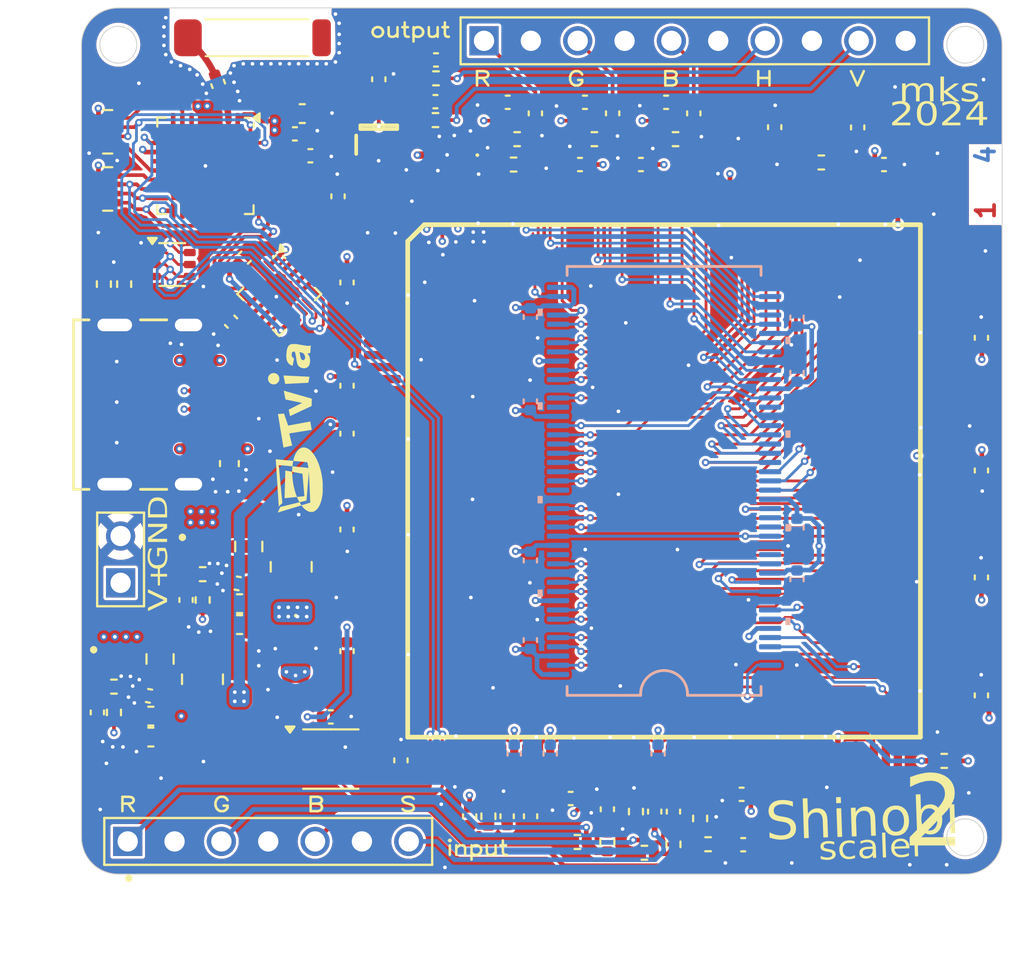
<source format=kicad_pcb>
(kicad_pcb (version 20240225) (generator "pcbnew") (generator_version "8.99")
  (layers (0 "F.Cu" signal) (1 "In1.Cu" signal) (2 "In2.Cu" signal) (31 "B.Cu" signal) (34 "B.Paste" user) (35 "F.Paste" user) (36 "B.SilkS" user "B.Silkscreen") (37 "F.SilkS" user "F.Silkscreen") (38 "B.Mask" user) (39 "F.Mask" user) (44 "Edge.Cuts" user))
  (net 0 "")
  (net 1 "GND")
  (net 2 "SCL")
  (net 3 "SDA")
  (net 4 "R")
  (net 5 "G")
  (net 6 "B")
  (net 7 "S")
  (net 8 "V")
  (net 9 "Net-(AE1-A)")
  (net 10 "H")
  (net 11 "HSOUT")
  (net 12 "VSOUT")
  (net 13 "R_VGA")
  (net 14 "G_VGA")
  (net 15 "B_VGA")
  (net 16 "BOUT")
  (net 17 "GOUT")
  (net 18 "ROUT")
  (net 19 "GPIO15")
  (net 20 "Net-(Q1A-B1)")
  (net 21 "GPIO0")
  (net 22 "RST")
  (net 23 "Net-(Q1A-E1)")
  (net 24 "Net-(C36-Pad1)")
  (net 25 "/PCLK")
  (net 26 "Net-(C42-Pad1)")
  (net 27 "Net-(C46-Pad1)")
  (net 28 "Net-(C49-Pad1)")
  (net 29 "VBUS")
  (net 30 "Net-(J2-CC1)")
  (net 32 "Net-(J2-CC2)")
  (net 34 "+2V5")
  (net 35 "/DEBUG")
  (net 36 "CHIP_EN")
  (net 37 "/VS")
  (net 38 "/HS")
  (net 39 "MD29")
  (net 40 "MD6")
  (net 41 "MD4")
  (net 42 "MD27")
  (net 43 "MD3")
  (net 44 "MA6")
  (net 45 "MD25")
  (net 46 "MA2")
  (net 47 "MD5")
  (net 48 "MCS0#")
  (net 49 "MA3")
  (net 50 "MD26")
  (net 51 "MD12")
  (net 52 "MA9")
  (net 53 "MCLK")
  (net 54 "MA1")
  (net 55 "MD24")
  (net 56 "MD16")
  (net 57 "MD22")
  (net 58 "MD20")
  (net 59 "MA4")
  (net 60 "MD1")
  (net 61 "CAS#")
  (net 62 "MA5")
  (net 63 "MCS1#")
  (net 64 "MD21")
  (net 65 "MD11")
  (net 66 "MD9")
  (net 67 "MD13")
  (net 68 "MD0")
  (net 69 "MA8")
  (net 70 "MD15")
  (net 71 "MD14")
  (net 72 "MA0")
  (net 73 "RAS#")
  (net 74 "+1V5")
  (net 75 "DQM0#")
  (net 76 "MD10")
  (net 77 "MA7")
  (net 78 "MD30")
  (net 79 "DQM1#")
  (net 80 "MA10")
  (net 81 "MD17")
  (net 82 "WE#")
  (net 83 "MD31")
  (net 84 "MD8")
  (net 85 "MD19")
  (net 86 "MD23")
  (net 87 "MD18")
  (net 88 "MD2")
  (net 89 "MD7")
  (net 90 "MD28")
  (net 91 "MBA")
  (net 92 "+2V5_FILT")
  (net 93 "Net-(U3-V3)")
  (net 94 "Net-(U1-FB)")
  (net 95 "GPIO2")
  (net 96 "RES12K")
  (net 97 "Net-(U2-FB)")
  (net 98 "Net-(U4-XTAL_IN)")
  (net 99 "Net-(U4-XTAL_OUT)")
  (net 100 "Net-(U4-LNA)")
  (net 101 "Net-(U7-DAVD)")
  (net 102 "Net-(U7-FILT)")
  (net 103 "Net-(U7-REFBP)")
  (net 104 "Net-(U7-R1)")
  (net 105 "Net-(U7-SOG1)")
  (net 106 "Net-(U7-G1)")
  (net 107 "Net-(U7-B1)")
  (net 108 "Net-(U7-XTOUT)")
  (net 109 "Net-(U7-XTIN)")
  (net 110 "Net-(U3-UD-)")
  (net 111 "Net-(U3-UD+)")
  (net 112 "Net-(U1-SW)")
  (net 113 "Net-(U2-SW)")
  (net 114 "Net-(U7-IREF)")
  (net 115 "Net-(U7-RSTN)")
  (net 121 "Net-(U3-RXD)")
  (net 122 "Net-(U3-TXD)")
  (net 135 "Net-(U6-XB)")
  (net 136 "Net-(U6-XA)")
  (footprint "Capacitor_SMD:C_0402_1005Metric" (layer "F.Cu") (at 163.5919 87.9774 -90)
    (property "Reference" "C52" (hide yes))
    (property "Value" "15pF")
  )
  (footprint "Capacitor_SMD:C_0402_1005Metric" (layer "F.Cu") (at 154.5181 124.9796 90)
    (property "Reference" "C42" (hide yes))
    (property "Value" "47nF")
  )
  (footprint "Capacitor_SMD:C_0603_1608Metric" (layer "F.Cu") (at 134.5749 114.965 180)
    (property "Reference" "C10" (hide yes))
    (property "Value" "10μF")
  )
  (footprint "Resistor_SMD:R_0402_1005Metric" (layer "F.Cu") (at 152.8941 126.7576)
    (property "Reference" "R16" (hide yes))
    (property "Value" "75Ω")
  )
  (footprint "Capacitor_SMD:C_0402_1005Metric" (layer "F.Cu") (at 174.8011 112.4036 90)
    (property "Reference" "C47" (hide yes))
    (property "Value" "0.1μF")
  )
  (footprint "Capacitor_SMD:C_0402_1005Metric" (layer "F.Cu") (at 152.5281 124.3982 180)
    (property "Reference" "C31" (hide yes))
    (property "Value" "0.1μF")
  )
  (footprint "Capacitor_SMD:C_0402_1005Metric" (layer "F.Cu") (at 139.9149 91.7274 90)
    (property "Reference" "C17" (hide yes))
    (property "Value" "10pF")
  )
  (footprint "Inductor_SMD:L_0402_1005Metric" (layer "F.Cu") (at 149.1181 87.5926 180)
    (property "Reference" "FB3" (hide yes))
    (property "Value" "BLM15BD221SN1D")
  )
  (footprint "Capacitor_SMD:C_0402_1005Metric" (layer "F.Cu") (at 174.8011 118.8036 90)
    (property "Reference" "C57" (hide yes))
    (property "Value" "0.1μF")
  )
  (footprint "Resistor_SMD:R_0402_1005Metric" (layer "F.Cu") (at 159.9807 126.878)
    (property "Reference" "R19" (hide yes))
    (property "Value" "200Ω")
  )
  (footprint "SamacSys_Parts:Crystal_SMD_2520-4Pin_2.5x2.0mm" (layer "F.Cu") (at 134.8181 121.9926 90)
    (property "Reference" "Y2" (hide yes))
    (property "Value" "ECS-250-10-36B2-CTN-TR")
  )
  (footprint "SamacSys_Parts:Crystal_SMD_2520-4Pin_2.5x2.0mm" (layer "F.Cu") (at 137.9149 91.7274 -90)
    (property "Reference" "Y1" (hide yes))
    (property "Value" "ECS-260-7-36B-CKY-TR")
  )
  (footprint "Capacitor_SMD:C_0402_1005Metric" (layer "F.Cu") (at 158.1011 125.1066 90)
    (property "Reference" "C46" (hide yes))
    (property "Value" "47nF")
  )
  (footprint "Capacitor_SMD:C_0402_1005Metric" (layer "F.Cu") (at 159.2049 87.2274 -90)
    (property "Reference" "C24" (hide yes))
    (property "Value" "47pF")
  )
  (footprint "SamacSys_Parts:NFM18PC106D0J3L" (layer "F.Cu") (at 145.8181 89.4926 180)
    (property "Reference" "C37" (hide yes))
    (property "Value" "NFM18PC106D0J3L" (hide yes))
  )
  (footprint "SamacSys_Parts:AMCA722R470GS1FT4" (layer "F.Cu") (at 135.5249 83.1274 90)
    (property "Reference" "AE1" (hide yes))
    (property "Value" "AMCA72-2R470G-S1F-T4" (hide yes))
  )
  (footprint "Capacitor_SMD:C_0402_1005Metric" (layer "F.Cu") (at 157.0851 125.1066 -90)
    (property "Reference" "C43" (hide yes))
    (property "Value" "1nF")
  )
  (footprint "Resistor_SMD:R_0402_1005Metric" (layer "F.Cu") (at 159.5489 125.481 -90)
    (property "Reference" "R20" (hide yes))
    (property "Value" "75Ω")
  )
  (footprint "Capacitor_SMD:C_0402_1005Metric" (layer "F.Cu") (at 142.1249 85.3774 90)
    (property "Reference" "C21" (hide yes))
    (property "Value" "0.1μF")
  )
  (footprint "shinobi:PQFP160_650876" (layer "F.Cu") (at 157.5931 107.1676)
    (property "Reference" "U7" (hide yes))
    (property "Value" "TV5725")
  )
  (footprint "Resistor_SMD:R_0402_1005Metric" (layer "F.Cu") (at 166.1181 89.8926)
    (property "Reference" "R22" (hide yes))
    (property "Value" "1MΩ")
  )
  (footprint "Inductor_SMD:L_1008_2520Metric" (layer "F.Cu") (at 132.5649 117.9274 -90)
    (property "Reference" "L2" (hide yes))
    (property "Value" "470nH")
  )
  (footprint "Capacitor_SMD:C_0402_1005Metric" (layer "F.Cu") (at 150.3541 125.3606 90)
    (property "Reference" "C39" (hide yes))
    (property "Value" "47nF")
  )
  (footprint "Capacitor_SMD:C_0402_1005Metric" (layer "F.Cu") (at 174.8011 106.6036 -90)
    (property "Reference" "C44" (hide yes))
    (property "Value" "0.1μF")
  )
  (footprint "Resistor_SMD:R_0402_1005Metric" (layer "F.Cu") (at 127.7649 118.3274)
    (property "Reference" "R6" (hide yes))
    (property "Value" "100kΩ")
  )
  (footprint "Package_TO_SOT_SMD:SOT-363_SC-70-6" (layer "F.Cu") (at 130.9249 95.4274)
    (property "Reference" "Q1" (hide yes))
    (property "Value" "PUMH13-QF")
  )
  (footprint "Capacitor_SMD:C_0603_1608Metric" (layer "F.Cu") (at 134.0249 106.2274 -90)
    (property "Reference" "C3" (hide yes))
    (property "Value" "10μF")
  )
  (footprint "Capacitor_SMD:C_0402_1005Metric" (layer "F.Cu") (at 126.8649 119.7274 90)
    (property "Reference" "C7" (hide yes))
    (property "Value" "120pF")
  )
  (footprint "Capacitor_SMD:C_0402_1005Metric" (layer "F.Cu") (at 150.6149 87.2274 -90)
    (property "Reference" "C26" (hide yes))
    (property "Value" "47pF")
  )
  (footprint "Capacitor_SMD:C_0402_1005Metric" (layer "F.Cu") (at 147.0521 125.3606 90)
    (property "Reference" "C36" (hide yes))
    (property "Value" "47nF")
  )
  (footprint "Resistor_SMD:R_0402_1005Metric" (layer "F.Cu") (at 149.6249 88.6274)
    (property "Reference" "R11" (hide yes))
    (property "Value" "75Ω")
  )
  (footprint "Resistor_SMD:R_0402_1005Metric" (layer "F.Cu") (at 132.5749 112.2274)
    (property "Reference" "R4" (hide yes))
    (property "Value" "100kΩ")
  )
  (footprint "Capacitor_SMD:C_0402_1005Metric" (layer "F.Cu") (at 149.0841 125.3606 -90)
    (property "Reference" "C38" (hide yes))
    (property "Value" "47nF")
  )
  (footprint "Resistor_SMD:R_0402_1005Metric" (layer "F.Cu") (at 156.5263 127.3418)
    (property "Reference" "R18" (hide yes))
    (property "Value" "75Ω")
  )
  (footprint "Package_DFN_QFN:QFN-16-1EP_3x3mm_P0.5mm_EP1.7x1.7mm" (layer "F.Cu") (at 136.7249 97.0274 -45)
    (property "Reference" "U3" (hide yes))
    (property "Value" "CH343P")
  )
  (footprint "shinobi:61301011121" (layer "F.Cu") (at 159.2601 83.2916)
    (property "Reference" "J3" (hide yes))
    (property "Value" "61301011121" (hide yes))
  )
  (footprint "Resistor_SMD:R_Array_Convex_4x0402" (layer "F.Cu") (at 127.4249 88.2274 180)
    (property "Reference" "RN2" (hide yes))
    (property "Value" "EXB-28V123JX")
  )
  (footprint "Capacitor_SMD:C_0402_1005Metric" (layer "F.Cu") (at 140.4011 109.8036 -90)
    (property "Reference" "C51" (hide yes))
    (property "Value" "0.1μF")
  )
  (footprint "Resistor_SMD:R_0402_1005Metric" (layer "F.Cu") (at 128.3181 96.4926 90)
    (property "Reference" "R2" (hide yes))
    (property "Value" "5.1k")
  )
  (footprint "Capacitor_SMD:C_0402_1005Metric" (layer "F.Cu") (at 145.1981 86.5926)
    (property "Reference" "C19" (hide yes))
    (property "Value" "130pF")
  )
  (footprint "Resistor_SMD:R_0402_1005Metric" (layer "F.Cu") (at 158.2149 88.6274)
    (property "Reference" "R9" (hide yes))
    (property "Value" "75Ω")
  )
  (footprint "Capacitor_SMD:C_0402_1005Metric" (layer "F.Cu") (at 153.0361 90.0036 180)
    (property "Reference" "C56" (hide yes))
    (property "Value" "0.1μF")
  )
  (footprint "SamacSys_Parts:TPS62825DMQT" (layer "F.Cu") (at 128.0649 116.8274)
    (property "Reference" "U2" (hide yes))
    (property "Value" "TPS62825DMQR" (hide yes))
  )
  (footprint "SamacSys_Parts:Crystal_SMD_2520-4Pin_2.5x2.0mm" (layer "F.Cu") (at 165.8181 87.9774)
    (property "Reference" "Y3" (hide yes))
    (property "Value" "830108208409")
  )
  (footprint "Resistor_SMD:R_0402_1005Metric" (layer "F.Cu") (at 127.2181 96.4926 90)
    (property "Reference" "R1" (hide yes))
    (property "Value" "5.1k")
  )
  (footprint "Resistor_SMD:R_0402_1005Metric" (layer "F.Cu") (at 158.1011 126.8846 90)
    (property "Reference" "R17" (hide yes))
    (property "Value" "200Ω")
  )
  (footprint "Capacitor_SMD:C_0402_1005Metric" (layer "F.Cu") (at 140.4011 96.4036 -90)
    (property "Reference" "C55" (hide yes))
    (property "Value" "0.1μF")
  )
  (footprint "Capacitor_SMD:C_0805_2012Metric" (layer "F.Cu") (at 135.0749 110.7274 -90)
    (property "Reference" "C1" (hide yes))
    (property "Value" "10μF")
  )
  (footprint "Resistor_SMD:R_0402_1005Metric" (layer "F.Cu") (at 154.5181 126.7576 90)
    (property "Reference" "R15" (hide yes))
    (property "Value" "200Ω")
  )
  (footprint "Capacitor_SMD:C_0805_2012Metric" (layer "F.Cu") (at 130.2649 116.8274 -90)
    (property "Reference" "C2" (hide yes))
    (property "Value" "10μF")
  )
  (footprint "Capacitor_SMD:C_0402_1005Metric" (layer "F.Cu") (at 134.4749 112.7274 170)
    (property "Reference" "C8" (hide yes))
    (property "Value" "0.1μF")
  )
  (footprint "Capacitor_SMD:C_0402_1005Metric" (layer "F.Cu") (at 140.4011 116.4036 -90)
    (property "Reference" "C45" (hide yes))
    (property "Value" "0.1μF")
  )
  (footprint "Capacitor_SMD:C_0402_1005Metric" (layer "F.Cu") (at 174.8011 99.4036 90)
    (property "Reference" "C48" (hide yes))
    (property "Value" "0.1μF")
  )
  (footprint "Capacitor_SMD:C_0402_1005Metric" (layer "F.Cu") (at 140.4011 104.6036 -90)
    (property "Reference" "C40" (hide yes))
    (property "Value" "0.1μF")
  )
  (footprint "Capacitor_SMD:C_0402_1005Metric" (layer "F.Cu") (at 143.3249 122.3274 90)
    (property "Reference" "C22" (hide yes))
    (property "Value" "0.1μF")
  )
  (footprint "Capacitor_SMD:C_0402_1005Metric" (layer "F.Cu") (at 138.4149 89.5274)
    (property "Reference" "C16" (hide yes))
    (property "Value" "10pF")
  )
  (footprint "Capacitor_SMD:C_0402_1005Metric" (layer "F.Cu") (at 169.5181 90.0036)
    (property "Reference" "C50" (hide yes))
    (property "Value" "0.1μF")
  )
  (footprint "Resistor_SMD:R_0402_1005Metric" (layer "F.Cu") (at 156.0691 125.1066 -90)
    (property "Reference" "R14" (hide yes))
    (property "Value" "75Ω")
  )
  (footprint "Capacitor_SMD:C_0402_1005Metric" (layer "F.Cu") (at 131.6749 113.6274 90)
    (property "Reference" "C6" (hide yes))
    (property "Value" "120pF")
  )
  (footprint "Capacitor_SMD:C_0402_1005Metric" (layer "F.Cu") (at 140.4011 102.0036 -90)
    (property "Reference" "C53" (hide yes))
    (property "Value" "0.1μF")
  )
  (footprint "Capacitor_SMD:C_0402_1005Metric" (layer "F.Cu") (at 145.2249 84.3274)
    (property "Reference" "C18" (hide yes))
    (property "Value" "130pF")
  )
  (footprint "Resistor_SMD:R_0402_1005Metric" (layer "F.Cu") (at 132.5749 113.6274 90)
    (property "Reference" "R3" (hide yes))
    (property "Value" "316kΩ")
  )
  (footprint "Capacitor_SMD:C_0603_1608Metric" (layer "F.Cu") (at 129.7649 121.065 180)
    (property "Reference" "C14" (hide yes))
    (property "Value" "10μF")
  )
  (footprint "Resistor_SMD:R_0402_1005Metric" (layer "F.Cu") (at 127.7649 119.7274 90)
    (property "Reference" "R5" (hide yes))
    (property "Value" "150kΩ")
  )
  (footprint "SamacSys_Parts:SOT65P210X110-6N" (layer "F.Cu") (at 142.1249 87.9774 90)
    (property "Reference" "U5" (hide yes))
    (property "Value" "74LVC2G17GW-Q100H" (hide yes))
  )
  (footprint "Capacitor_SMD:C_0603_1608Metric" (layer "F.Cu") (at 129.7649 119.9274 180)
    (property "Reference" "C11" (hide yes))
    (property "Value" "10μF")
  )
  (footprint "Capacitor_SMD:C_0402_1005Metric" (layer "F.Cu") (at 133.4149 85.6274 110)
    (property "Reference" "C23" (hide yes))
    (property "Value" "5.6pF")
  )
  (footprint "shinobi:61300211121" (layer "F.Cu") (at 128.1249 111.4274 90)
    (property "Reference" "J1" (hide yes))
    (property "Value" "61300211121" (hide yes))
  )
  (footprint "Capacitor_SMD:C_0402_1005Metric" (layer "F.Cu") (at 137.5749 88.3399)
    (property "Reference" "C15" (hide yes))
    (property "Value" "0.1μF")
  )
  (footprint "Capacitor_SMD:C_0402_1005Metric" (layer "F.Cu") (at 139.5231 119.9716)
    (property "Reference" "C30" (hide yes))
    (property "Value" "0.1μF")
  )
  (footprint "Resistor_SMD:R_0402_1005Metric" (layer "F.Cu") (at 148.0681 125.3606 90)
    (property "Reference" "R13" (hide yes))
    (property "Value" "3kΩ")
  )
  (footprint "Capacitor_SMD:C_0402_1005Metric" (layer "F.Cu") (at 156.3381 90.0036 180)
    (property "Reference" "C41" (hide yes))
    (property "Value" "0.1μF")
  )
  (footprint "Capacitor_SMD:C_0402_1005Metric" (layer "F.Cu") (at 161.8857 126.9034)
    (property "Reference" "C49" (hide yes))
    (property "Value" "47nF")
  )
  (footprint "SamacSys_Parts:NFM18PC106D0J3L" (layer "F.Cu") (at 137.6249 116.1274 -90)
    (property "Reference" "C20" (hide yes))
    (property "Value" "NFM18PC106D0J3L" (hide yes))
  )
  (footprint "Inductor_SMD:L_0402_1005Metric" (layer "F.Cu") (at 157.7181 87.5926 180)
    (property "Reference" "FB1" (hide yes))
    (property "Value" "BLM15BD221SN1D")
  )
  (footprint "Capacitor_SMD:C_0402_1005Metric" (layer "F.Cu") (at 154.8049 87.2274 -90)
    (property "Reference" "C25" (hide yes))
    (property "Value" "47pF")
  )
  (footprint "shinobi:2171790001_MOL_650876" (layer "F.Cu") (at 129.07825 103.0274 -90)
    (property "Reference" "J2" (hide yes))
    (property "Value" "217179-0001" (hide yes))
  )
  (footprint "Capacitor_SMD:C_0603_1608Metric" (layer "F.Cu") (at 134.5749 113.8274 180)
    (property "Reference" "C13" (hide yes))
    (property "Value" "10μF")
  )
  (footprint "Package_SO:MSOP-10_3x3mm_P0.5mm" (layer "F.Cu") (at 139.5231 122.2576)
    (property "Reference" "U6" (hide yes))
    (property "Value" "SI5351A")
  )
  (footprint "SamacSys_Parts:TPS62825DMQT" (layer "F.Cu") (at 132.8749 110.7274)
    (property "Reference" "U1" (hide yes))
    (property "Value" "TPS62825DMQR" (hide yes))
  )
  (footprint "Capacitor_SMD:C_0402_1005Metric" (layer "F.Cu") (at 129.6649 118.8274 170)
    (property "Reference" "C9" (hide yes))
    (property "Value" "0.1μF")
  )
  (footprint "Resistor_SMD:R_0402_1005Metric" (layer "F.Cu") (at 172.7823 122.3568 180)
    (property "Reference" "R21" (hide yes))
    (property "Value" "4.7kΩ")
  )
  (footprint "shinobi:61300711121_11687645" (layer "F.Cu") (at 136.1301 126.7256)
    (property "Reference" "J4" (hide yes))
    (property "Value" "61300711121")
  )
  (footprint "Resistor_SMD:R_0402_1005Metric" (layer "F.Cu") (at 153.8149 88.6274)
    (property "Reference" "R10" (hide yes))
    (property "Value" "75Ω")
  )
  (footprint "Inductor_SMD:L_1008_2520Metric" (layer "F.Cu") (at 137.3749 111.8274 -90)
    (property "Reference" "L1" (hide yes))
    (property "Value" "470nH")
  )
  (footprint "Resistor_SMD:R_Array_Convex_4x0402" (layer "F.Cu") (at 127.4249 91.3274)
    (property "Reference" "RN1" (hide yes))
    (property "Value" "EXB-28V123JX")
  )
  (footprint "Resistor_SMD:R_0402_1005Metric" (layer "F.Cu") (at 149.4331 90.0036)
    (property "Reference" "R12" (hide yes))
    (property "Value" "150Ω")
  )
  (footprint "Capacitor_SMD:C_0402_1005Metric" (layer "F.Cu") (at 134.1149 98.5274 135)
    (property "Reference" "C5" (hide yes))
    (property "Value" "0.1μF")
  )
  (footprint "Capacitor_SMD:C_0402_1005Metric" (layer "F.Cu") (at 168.0919 87.9906 90)
    (property "Reference" "C54" (hide yes))
    (property "Value" "15pF")
  )
  (footprint "Resistor_SMD:R_0402_1005Metric" (layer "F.Cu") (at 145.2249 85.3274)
    (property "Reference" "R7" (hide yes))
    (property "Value" "33Ω")
  )
  (footprint "Resistor_SMD:R_0402_1005Metric" (layer "F.Cu") (at 145.1981 87.5926)
    (property "Reference" "R8" (hide yes))
    (property "Value" "33Ω")
  )
  (footprint "Inductor_SMD:L_0402_1005Metric" (layer "F.Cu") (at 153.3181 87.5926 180)
    (property "Reference" "FB2" (hide yes))
    (property "Value" "BLM15BD221SN1D")
  )
  (footprint "Capacitor_SMD:C_0402_1005Metric" (layer "F.Cu") (at 161.7991 124.1696 180)
    (property "Reference" "C32" (hide yes))
    (property "Value" "0.1μF")
  )
  (footprint "Capacitor_SMD:C_0402_1005Metric" (layer "F.Cu") (at 134.8499 95.0524 45)
    (property "Reference" "C4" (hide yes))
    (property "Value" "0.1μF")
  )
  (footprint "Capacitor_SMD:C_0402_1005Metric" (layer "F.Cu") (at 157.7049 86.6274 180)
    (property "Reference" "C27" (hide yes))
    (property "Value" "15pF")
  )
  (footprint "Package_DFN_QFN:QFN-32-1EP_5x5mm_P0.5mm_EP3.45x3.45mm" (layer "F.Cu") (at 132.7249 90.0774 -90)
    (property "Reference" "U4" (hide yes))
    (property "Value" "ESP8285")
  )
  (footprint "Capacitor_SMD:C_0402_1005Metric" (layer "F.Cu") (at 153.3049 86.6274 180)
    (property "Reference" "C28" (hide yes))
    (property "Value" "15pF")
  )
  (footprint "Capacitor_SMD:C_0603_1608Metric" (layer "F.Cu") (at 137.9749 87.2399)
    (property "Reference" "C12" (hide yes))
    (property "Value" "10μF")
  )
  (footprint "Capacitor_SMD:C_0402_1005Metric" (layer "F.Cu") (at 149.1149 86.6274 180)
    (property "Reference" "C29" (hide yes))
    (property "Value" "15pF")
  )
  (footprint "Capacitor_SMD:C_0402_1005Metric" (layer "B.Cu") (at 150.3431 102.8496 90)
    (property "Reference" "C59" (hide yes))
    (property "Value" "0.1μF")
  )
  (footprint "Capacitor_SMD:C_0402_1005Metric" (layer "B.Cu") (at 164.8011 112.5036 -90)
    (property "Reference" "C62" (hide yes))
    (property "Value" "0.1μF")
  )
  (footprint "Capacitor_SMD:C_0402_1005Metric" (layer "B.Cu") (at 150.3431 98.2776 -90)
    (property "Reference" "C58" (hide yes))
    (property "Value" "0.1μF")
  )
  (footprint "Capacitor_SMD:C_0402_1005Metric" (layer "B.Cu") (at 157.2681 121.9626 -90)
    (property "Reference" "C35" (hide yes))
    (property "Value" "0.1μF")
  )
  (footprint "Capacitor_SMD:C_0402_1005Metric" (layer "B.Cu") (at 164.8011 109.7036 -90)
    (property "Reference" "C63" (hide yes))
    (property "Value" "0.1μF")
  )
  (footprint "Capacitor_SMD:C_0402_1005Metric" (layer "B.Cu") (at 164.8011 101.3036 90)
    (property "Reference" "C64" (hide yes))
    (property "Value" "0.1μF")
  )
  (footprint "Capacitor_SMD:C_0402_1005Metric" (layer "B.Cu") (at 150.3431 115.8036 90)
    (property "Reference" "C61" (hide yes))
    (property "Value" "0.1μF")
  )
  (footprint "Capacitor_SMD:C_0402_1005Metric" (layer "B.Cu") (at 149.4681 121.9626 -90)
    (property "Reference" "C33" (hide yes))
    (property "Value" "0.1μF")
  )
  (footprint "Capacitor_SMD:C_0402_1005Metric" (layer "B.Cu") (at 164.8011 98.3036 90)
    (property "Reference" "C65" (hide yes))
    (property "Value" "0.1μF")
  )
  (footprint "Capacitor_SMD:C_0402_1005Metric" (layer "B.Cu") (at 151.4181 121.9626 -90)
    (property "Reference" "C34" (hide yes))
    (property "Value" "0.1μF")
  )
  (footprint "Capacitor_SMD:C_0402_1005Metric" (layer "B.Cu") (at 150.3431 111.4856 -90)
    (property "Reference" "C60" (hide yes))
    (property "Value" "0.1μF")
  )
  (footprint "shinobi:WIN_TSOP-86_WIN_650876" (layer "B.Cu") (at 157.5931 107.1676)
    (property "Reference" "U8")
    (property "Value" "W9864G2JH-6" (hide yes))
  )
  (gr_line (start 144.1829 82.5528) (end 144.3139 82.5528) (stroke (width 0.137159)) (layer "F.SilkS"))
  (gr_line (start 146.021825 126.675957) (end 145.977825 126.638957) (stroke (width 0.137159)) (layer "F.SilkS"))
  (gr_line (start 139.0403 124.8234) (end 139.0403 124.9344) (stroke (width 0.137159)) (layer "F.SilkS"))
  (gr_line (start 158.2687 85.1574) (end 158.2247 85.2314) (stroke (width 0.137159)) (layer "F.SilkS"))
  (gr_line (start 143.5299 82.2938) (end 143.5299 82.9228) (stroke (width 0.137159)) (layer "F.SilkS"))
  (gr_line (start 143.6609 83.0708) (end 143.7479 83.0708) (stroke (width 0.137159)) (layer "F.SilkS"))
  (gr_line (start 148.242825 127.452957) (end 148.329825 127.415957) (stroke (width 0.137159)) (layer "F.SilkS"))
  (gr_line (start 138.8223 125.0824) (end 138.4303 125.0824) (stroke (width 0.137159)) (layer "F.SilkS"))
  (gr_line (start 128.2233 124.3054) (end 128.6153 124.3054) (stroke (width 0.137159)) (layer "F.SilkS"))
  (gr_line (start 153.1085 85.0464) (end 153.0215 84.9724) (stroke (width 0.137159)) (layer "F.SilkS"))
  (gr_line (start 143.9787 124.7864) (end 144.0227 124.8604) (stroke (width 0.137159)) (layer "F.SilkS"))
  (gr_line (start 143.4127 124.4164) (end 143.4127 124.4904) (stroke (width 0.137159)) (layer "F.SilkS"))
  (gr_line (start 147.632825 127.045957) (end 147.676825 127.156957) (stroke (width 0.137159)) (layer "F.SilkS"))
  (gr_line (start 144.0089 82.9598) (end 144.0089 83.3298) (stroke (width 0.137159)) (layer "F.SilkS"))
  (gr_line (start 152.4995 85.2314) (end 152.4995 85.4164) (stroke (width 0.137159)) (layer "F.SilkS"))
  (gr_line (start 145.7069 82.9228) (end 145.7509 83.0338) (stroke (width 0.137159)) (layer "F.SilkS"))
  (gr_line (start 152.7605 84.9354) (end 152.6735 84.9724) (stroke (width 0.137159)) (layer "F.SilkS"))
  (gr_line (start 162.6987 85.3054) (end 163.3087 85.3054) (stroke (width 0.137159)) (layer "F.SilkS"))
  (gr_line (start 133.3581 124.4164) (end 133.3141 124.4904) (stroke (width 0.137159)) (layer "F.SilkS"))
  (gr_line (start 142.1369 83.0708) (end 142.2239 83.0338) (stroke (width 0.137159)) (layer "F.SilkS"))
  (gr_line (start 142.9209 83.0708) (end 143.0079 83.0338) (stroke (width 0.137159)) (layer "F.SilkS"))
  (gr_line (start 133.3581 124.9714) (end 133.4451 125.0454) (stroke (width 0.137159)) (layer "F.SilkS"))
  (gr_line (start 146.326825 127.082957) (end 146.326825 127.452957) (stroke (width 0.137159)) (layer "F.SilkS"))
  (gr_line (start 147.545825 126.971957) (end 147.632825 127.045957) (stroke (width 0.137159)) (layer "F.SilkS"))
  (gr_poly (pts (xy 136.975145 102.274766) (xy 136.975423 102.274616) (xy 136.975905 102.274536) (xy 136.976613 102.274533) (xy 136.977567 102.274612) (xy 136.980306 102.27504) (xy 136.984294 102.275868) (xy 136.989705 102.277143) (xy 136.996713 102.278913) (xy 137.01621 102.284128) (xy 137.044175 102.29189) (xy 137.081993 102.30258) (xy 137.131052 102.316577) (xy 137.192741 102.33426) (xy 137.483994 102.417352) (xy 137.528614 102.429963) (xy 137.578821 102.444451) (xy 137.629028 102.458937) (xy 137.673648 102.471544) (xy 137.718267 102.484145) (xy 137.768474 102.498615) (xy 137.822164 102.514093) (xy 137.875154 102.529114) (xy 138.188421 102.618244) (xy 138.470361 102.698515) (xy 138.491528 102.704351) (xy 138.490878 102.733538) (xy 138.487955 102.899885) (xy 138.487956 102.899885) (xy 138.485219 103.071531) (xy 138.485041 103.082389) (xy 138.484784 103.090737) (xy 138.484601 103.094082) (xy 138.484368 103.096935) (xy 138.484077 103.09934) (xy 138.483715 103.101345) (xy 138.483274 103.102992) (xy 138.482745 103.104328) (xy 138.482115 103.105398) (xy 138.481377 103.106246) (xy 138.48052 103.106919) (xy 138.479534 103.107461) (xy 138.478408 103.107918) (xy 138.477135 103.108334) (xy 138.473298 103.10964) (xy 138.468237 103.111605) (xy 138.461852 103.114272) (xy 138.454045 103.117685) (xy 138.444717 103.121889) (xy 138.433769 103.126927) (xy 138.421102 103.132843) (xy 138.406618 103.139682) (xy 138.380988 103.151717) (xy 138.359448 103.161649) (xy 138.336344 103.172281) (xy 138.306954 103.185999) (xy 138.225674 103.224096) (xy 138.17891 103.246088) (xy 138.133056 103.267815) (xy 138.100812 103.283026) (xy 138.090755 103.287653) (xy 138.086766 103.289352) (xy 138.086234 103.289521) (xy 138.084982 103.29004) (xy 138.080153 103.292212) (xy 138.060008 103.301646) (xy 138.023622 103.318935) (xy 137.968288 103.345358) (xy 137.943872 103.356902) (xy 137.936057 103.360498) (xy 137.932728 103.361918) (xy 137.932476 103.361993) (xy 137.932076 103.362141) (xy 137.930868 103.362638) (xy 137.929171 103.363376) (xy 137.927055 103.364326) (xy 137.921845 103.36673) (xy 137.915794 103.369599) (xy 137.897321 103.378317) (xy 137.874308 103.389011) (xy 137.822018 103.413315) (xy 137.761701 103.441768) (xy 137.699048 103.471332) (xy 137.646554 103.495943) (xy 137.595754 103.51966) (xy 137.570058 103.531688) (xy 137.541568 103.545153) (xy 137.514569 103.557829) (xy 137.502098 103.563587) (xy 137.492461 103.56796) (xy 137.45559 103.584994) (xy 137.393099 103.614265) (xy 137.361629 103.628892) (xy 137.335627 103.640639) (xy 137.317791 103.64831) (xy 137.31278 103.650243) (xy 137.311398 103.650668) (xy 137.310822 103.650708) (xy 137.310551 103.649991) (xy 137.310063 103.648195) (xy 137.308487 103.641592) (xy 137.303267 103.617912) (xy 137.295937 103.583259) (xy 137.287268 103.541226) (xy 137.239719 103.309302) (xy 137.239577 103.308498) (xy 137.239543 103.308097) (xy 137.239544 103.307692) (xy 137.239589 103.307279) (xy 137.239685 103.306852) (xy 137.23984 103.306409) (xy 137.240062 103.305944) (xy 137.240359 103.305455) (xy 137.240738 103.304935) (xy 137.241207 103.304382) (xy 137.241775 103.303792) (xy 137.242449 103.303159) (xy 137.243238 103.302481) (xy 137.244148 103.301752) (xy 137.245188 103.300969) (xy 137.246365 103.300127) (xy 137.247689 103.299223) (xy 137.249165 103.298251) (xy 137.250803 103.297209) (xy 137.25261 103.296092) (xy 137.254594 103.294895) (xy 137.259125 103.292248) (xy 137.264458 103.289233) (xy 137.270656 103.285818) (xy 137.277783 103.281969) (xy 137.285901 103.277653) (xy 137.295073 103.272838) (xy 137.305363 103.267489) (xy 137.316832 103.261574) (xy 137.329545 103.255059) (xy 137.343563 103.247911) (xy 137.358951 103.240097) (xy 137.394084 103.222337) (xy 137.435449 103.201514) (xy 137.483548 103.177361) (xy 137.601964 103.118002) (xy 137.965512 102.934967) (xy 137.947888 102.931018) (xy 137.900231 102.921028) (xy 137.739688 102.88809) (xy 137.550034 102.849174) (xy 137.426421 102.823746) (xy 137.294341 102.796651) (xy 137.124644 102.761904) (xy 137.063321 102.749476) (xy 137.050489 102.681594) (xy 137.033208 102.590006) (xy 137.015222 102.496873) (xy 136.995746 102.396061) (xy 136.982954 102.327541) (xy 136.976277 102.28816) (xy 136.975053 102.278412)) (stroke (width -0.000001)) (fill solid) (layer "F.SilkS"))
  (gr_line (start 147.9747 85.2684) (end 147.8437 85.3054) (stroke (width 0.137159)) (layer "F.SilkS"))
  (gr_line (start 138.4303 124.3054) (end 138.8223 124.3054) (stroke (width 0.137159)) (layer "F.SilkS"))
  (gr_line (start 153.1525 85.1204) (end 153.1085 85.0464) (stroke (width 0.137159)) (layer "F.SilkS"))
  (gr_line (start 143.8477 124.7124) (end 143.9347 124.7494) (stroke (width 0.137159)) (layer "F.SilkS"))
  (gr_line (start 152.9345 84.9354) (end 152.7605 84.9354) (stroke (width 0.137159)) (layer "F.SilkS"))
  (gr_line (start 157.6587 85.3054) (end 158.0507 85.3054) (stroke (width 0.137159)) (layer "F.SilkS"))
  (gr_line (start 141.7889 82.7748) (end 141.7889 82.8488) (stroke (width 0.137159)) (layer "F.SilkS"))
  (gr_line (start 152.5425 85.5274) (end 152.5865 85.6014) (stroke (width 0.137159)) (layer "F.SilkS"))
  (gr_line (start 144.4009 82.5898) (end 144.4879 82.6638) (stroke (width 0.137159)) (layer "F.SilkS"))
  (gr_line (start 148.0177 85.2314) (end 147.9747 85.2684) (stroke (width 0.137159)) (layer "F.SilkS"))
  (gr_line (start 141.8319 82.9598) (end 141.9189 83.0338) (stroke (width 0.137159)) (layer "F.SilkS"))
  (gr_line (start 145.0979 83.0708) (end 145.1849 83.0338) (stroke (width 0.137159)) (layer "F.SilkS"))
  (gr_line (start 142.2239 83.0338) (end 142.3109 82.9598) (stroke (width 0.137159)) (layer "F.SilkS"))
  (gr_line (start 143.1379 82.5528) (end 143.1379 83.0708) (stroke (width 0.137159)) (layer "F.SilkS"))
  (gr_line (start 147.240825 127.415957) (end 147.153825 127.341957) (stroke (width 0.137159)) (layer "F.SilkS"))
  (gr_line (start 144.9669 83.0708) (end 145.0979 83.0708) (stroke (width 0.137159)) (layer "F.SilkS"))
  (gr_line (start 148.0617 85.0834) (end 148.0617 85.1574) (stroke (width 0.137159)) (layer "F.SilkS"))
  (gr_line (start 128.8333 124.4534) (end 128.8333 124.5274) (stroke (width 0.137159)) (layer "F.SilkS"))
  (gr_line (start 158.1817 85.6754) (end 158.0507 85.7124) (stroke (width 0.137159)) (layer "F.SilkS"))
  (gr_line (start 153.1085 85.6014) (end 153.1525 85.5274) (stroke (width 0.137159)) (layer "F.SilkS"))
  (gr_line (start 142.6589 82.5528) (end 142.6589 82.9228) (stroke (width 0.137159)) (layer "F.SilkS"))
  (gr_line (start 147.153825 126.934957) (end 147.153825 127.045957) (stroke (width 0.137159)) (layer "F.SilkS"))
  (gr_line (start 144.5319 82.7748) (end 144.5319 82.8488) (stroke (width 0.137159)) (layer "F.SilkS"))
  (gr_line (start 145.5769 82.5528) (end 145.8819 82.5528) (stroke (width 0.137159)) (layer "F.SilkS"))
  (gr_line (start 143.8047 125.0824) (end 143.6307 125.0824) (stroke (width 0.137159)) (layer "F.SilkS"))
  (gr_line (start 145.977825 126.712957) (end 146.021825 126.675957) (stroke (width 0.137159)) (layer "F.SilkS"))
  (gr_line (start 133.4451 124.3424) (end 133.3581 124.4164) (stroke (width 0.137159)) (layer "F.SilkS"))
  (gr_line (start 152.5865 85.0464) (end 152.5425 85.1204) (stroke (width 0.137159)) (layer "F.SilkS"))
  (gr_line (start 139.0403 124.4534) (end 139.0403 124.5274) (stroke (width 0.137159)) (layer "F.SilkS"))
  (gr_line (start 145.7509 83.0338) (end 145.8379 83.0708) (stroke (width 0.137159)) (layer "F.SilkS"))
  (gr_line (start 142.3549 82.8488) (end 142.3549 82.7748) (stroke (width 0.137159)) (layer "F.SilkS"))
  (gr_line (start 148.024825 127.415957) (end 148.111825 127.452957) (stroke (width 0.137159)) (layer "F.SilkS"))
  (gr_line (start 148.851825 126.675957) (end 148.851825 127.304957) (stroke (width 0.137159)) (layer "F.SilkS"))
  (gr_line (start 158.2687 85.4534) (end 158.2687 85.5644) (stroke (width 0.137159)) (layer "F.SilkS"))
  (gr_line (start 147.545825 127.415957) (end 147.458825 127.452957) (stroke (width 0.137159)) (layer "F.SilkS"))
  (gr_line (start 133.9241 124.8974) (end 133.9241 124.7864) (stroke (width 0.137159)) (layer "F.SilkS"))
  (gr_line (start 141.9189 83.0338) (end 142.0059 83.0708) (stroke (width 0.137159)) (layer "F.SilkS"))
  (gr_poly (pts (xy 137.110572 100.345036) (xy 137.112855 100.301115) (xy 137.116477 100.254376) (xy 137.121279 100.206249) (xy 137.127104 100.158164) (xy 137.133793 100.111553) (xy 137.141189 100.067847) (xy 137.149133 100.028476) (xy 137.15634 99.999109) (xy 137.16454 99.971418) (xy 137.173754 99.94538) (xy 137.184 99.920973) (xy 137.195301 99.898174) (xy 137.207674 99.87696) (xy 137.22114 99.857307) (xy 137.23572 99.839193) (xy 137.251433 99.822595) (xy 137.268299 99.80749) (xy 137.286338 99.793856) (xy 137.30557 99.781669) (xy 137.326016 99.770906) (xy 137.347694 99.761544) (xy 137.370626 99.753562) (xy 137.394831 99.746934) (xy 137.399425 99.74587) (xy 137.403913 99.744922) (xy 137.408422 99.744083) (xy 137.41308 99.743347) (xy 137.418017 99.742708) (xy 137.42336 99.742158) (xy 137.429238 99.741691) (xy 137.435779 99.741301) (xy 137.443111 99.740981) (xy 137.451363 99.740725) (xy 137.471141 99.740375) (xy 137.496138 99.740201) (xy 137.527381 99.74015) (xy 137.631728 99.740128) (xy 137.915155 99.787388) (xy 138.124225 99.821925) (xy 138.22888 99.838595) (xy 138.237959 99.83963) (xy 138.247524 99.84044) (xy 138.267837 99.8414) (xy 138.289276 99.841504) (xy 138.311298 99.840778) (xy 138.333361 99.839252) (xy 138.354922 99.836952) (xy 138.375436 99.833906) (xy 138.385132 99.832113) (xy 138.394363 99.830143) (xy 138.407061 99.827306) (xy 138.417593 99.825117) (xy 138.42603 99.823567) (xy 138.432441 99.82265) (xy 138.43491 99.822426) (xy 138.436899 99.822356) (xy 138.438417 99.822441) (xy 138.439473 99.822679) (xy 138.440076 99.823069) (xy 138.44021 99.823321) (xy 138.440234 99.82361) (xy 138.439957 99.824301) (xy 138.439253 99.825141) (xy 138.439253 99.825138) (xy 138.438558 99.829588) (xy 138.437304 99.841606) (xy 138.4334 99.885044) (xy 138.428107 99.948845) (xy 138.421992 100.026408) (xy 138.410927 100.167375) (xy 138.405899 100.226329) (xy 138.405026 100.226622) (xy 138.402809 100.227247) (xy 138.394937 100.229339) (xy 138.383473 100.232294) (xy 138.369608 100.235802) (xy 138.360059 100.238083) (xy 138.350934 100.240014) (xy 138.342048 100.241618) (xy 138.333218 100.242919) (xy 138.32426 100.243942) (xy 138.31499 100.24471) (xy 138.305224 100.245248) (xy 138.294779 100.245579) (xy 138.25551 100.246432) (xy 138.274959 100.272023) (xy 138.283375 100.283304) (xy 138.291514 100.294629) (xy 138.299364 100.305979) (xy 138.306918 100.317338) (xy 138.314165 100.328688) (xy 138.321095 100.340011) (xy 138.3277 100.35129) (xy 138.333969 100.362508) (xy 138.339894 100.373647) (xy 138.345464 100.38469) (xy 138.35067 100.395618) (xy 138.355503 100.406415) (xy 138.359952 100.417063) (xy 138.364009 100.427545) (xy 138.367664 100.437843) (xy 138.370907 100.447939) (xy 138.375798 100.464894) (xy 138.380224 100.482016) (xy 138.384183 100.4993) (xy 138.387675 100.516744) (xy 138.390701 100.534345) (xy 138.39326 100.5521) (xy 138.395352 100.570006) (xy 138.396977 100.588061) (xy 138.398134 100.606262) (xy 138.398823 100.624605) (xy 138.399044 100.643088) (xy 138.398797 100.661708) (xy 138.398081 100.680462) (xy 138.396897 100.699347) (xy 138.395244 100.71836) (xy 138.393122 100.737499) (xy 138.389868 100.760682) (xy 138.385911 100.782936) (xy 138.381245 100.804272) (xy 138.375864 100.8247) (xy 138.369763 100.84423) (xy 138.362937 100.862873) (xy 138.35538 100.880639) (xy 138.347087 100.897539) (xy 138.338052 100.913582) (xy 138.328269 100.928779) (xy 138.317735 100.94314) (xy 138.306442 100.956676) (xy 138.294385 100.969397) (xy 138.28156 100.981313) (xy 138.267961 100.992435) (xy 138.253582 101.002772) (xy 138.239794 101.011914) (xy 138.233661 101.015834) (xy 138.227908 101.019377) (xy 138.222444 101.022587) (xy 138.217174 101.025505) (xy 138.212005 101.028176) (xy 138.206842 101.030641) (xy 138.201593 101.032944) (xy 138.196164 101.035128) (xy 138.19046 101.037236) (xy 138.184389 101.03931) (xy 138.177857 101.041394) (xy 138.170769 101.043529) (xy 138.154555 101.048129) (xy 138.146354 101.050266) (xy 138.142444 101.051167) (xy 138.138573 101.051965) (xy 138.134676 101.052666) (xy 138.13069 101.053275) (xy 138.126548 101.053798) (xy 138.122187 101.054241) (xy 138.11754 101.054611) (xy 138.112544 101.054912) (xy 138.107132 101.055151) (xy 138.101241 101.055333) (xy 138.08776 101.055552) (xy 138.071581 101.055615) (xy 138.054995 101.055551) (xy 138.041133 101.055314) (xy 138.029339 101.054842) (xy 138.022073 101.054304) (xy 138.022073 100.613357) (xy 138.027641 100.613236) (xy 138.033137 100.612938) (xy 138.038504 100.612465) (xy 138.043689 100.611819) (xy 138.048637 100.611002) (xy 138.053294 100.610016) (xy 138.057604 100.608863) (xy 138.061514 100.607545) (xy 138.064969 100.606064) (xy 138.067708 100.604667) (xy 138.070402 100.603162) (xy 138.073051 100.601552) (xy 138.075653 100.599838) (xy 138.078207 100.598022) (xy 138.080713 100.596107) (xy 138.083168 100.594094) (xy 138.085571 100.591984) (xy 138.087921 100.58978) (xy 138.090217 100.587484) (xy 138.094641 100.582623) (xy 138.098834 100.577415) (xy 138.102784 100.571875) (xy 138.106482 100.566019) (xy 138.109918 100.559861) (xy 138.113081 100.553417) (xy 138.115962 100.546701) (xy 138.11855 100.539729) (xy 138.120836 100.532516) (xy 138.122808 100.525077) (xy 138.124458 100.517426) (xy 138.125613 100.510573) (xy 138.126543 100.503293) (xy 138.127251 100.495648) (xy 138.127742 100.487696) (xy 138.128017 100.4795) (xy 138.12808 100.471118) (xy 138.127935 100.462612) (xy 138.127584 100.45404) (xy 138.127031 100.445465) (xy 138.126278 100.436944) (xy 138.125329 100.42854) (xy 138.124188 100.420312) (xy 138.122857 100.412321) (xy 138.121339 100.404625) (xy 138.119638 100.397287) (xy 138.117757 100.390366) (xy 138.114684 100.38034) (xy 138.111487 100.370707) (xy 138.108189 100.361523) (xy 138.104813 100.352845) (xy 138.101383 100.344729) (xy 138.09792 100.337233) (xy 138.094448 100.330413) (xy 138.090991 100.324326) (xy 138.08199 100.309843) (xy 138.073548 100.297104) (xy 138.069568 100.291425) (xy 138.065765 100.286227) (xy 138.062151 100.281524) (xy 138.058739 100.277331) (xy 138.055542 100.273663) (xy 138.052571 100.270534) (xy 138.04984 100.267959) (xy 138.04736 100.265954) (xy 138.045144 100.264533) (xy 138.043205 100.26371) (xy 138.042343 100.263527) (xy 138.041555 100.2635) (xy 138.040842 100.26363) (xy 138.040206 100.263919) (xy 138.040017 100.264033) (xy 138.039839 100.264134) (xy 138.039669 100.264225) (xy 138.039509 100.264304) (xy 138.039359 100.264371) (xy 138.039218 100.264427) (xy 138.039086 100.264472) (xy 138.038965 100.264506) (xy 138.038853 100.264529) (xy 138.038751 100.264541) (xy 138.038658 100.264543) (xy 138.038576 100.264533) (xy 138.038503 100.264513) (xy 138.038441 100.264482) (xy 138.038388 100.26444) (xy 138.038346 100.264388) (xy 138.038313 100.264326) (xy 138.038291 100.264254) (xy 138.038279 100.264171) (xy 138.038278 100.264078) (xy 138.038287 100.263975) (xy 138.038306 100.263862) (xy 138.038335 100.263739) (xy 138.038375 100.263606) (xy 138.038426 100.263464) (xy 138.038487 100.263312) (xy 138.038559 100.26315) (xy 138.038642 100.262979) (xy 138.038735 100.262799) (xy 138.038839 100.262609) (xy 138.039081 100.262202) (xy 138.03943 100.261317) (xy 138.039469 100.260314) (xy 138.039208 100.2592) (xy 138.038659 100.25798) (xy 138.037831 100.256661) (xy 138.036738 100.255251) (xy 138.035388 100.253756) (xy 138.033794 100.252183) (xy 138.029915 100.248828) (xy 138.025189 100.245241) (xy 138.019704 100.241474) (xy 138.013548 100.237581) (xy 138.006809 100.233617) (xy 137.999575 100.229634) (xy 137.991934 100.225686) (xy 137.983974 100.221827) (xy 137.975782 100.21811) (xy 137.967448 100.214589) (xy 137.959058 100.211317) (xy 137.950701 100.208349) (xy 137.938464 100.204863) (xy 137.92131 100.200795) (xy 137.901211 100.196514) (xy 137.880137 100.192391) (xy 137.86006 100.188794) (xy 137.842951 100.186095) (xy 137.830782 100.184662) (xy 137.827166 100.184537) (xy 137.825524 100.184866) (xy 137.825434 100.185038) (xy 137.825377 100.185337) (xy 137.825357 100.186303) (xy 137.825459 100.18774) (xy 137.825678 100.189619) (xy 137.826447 100.1946) (xy 137.827622 100.201033) (xy 137.829163 100.208703) (xy 137.831028 100.217397) (xy 137.833176 100.226901) (xy 137.835566 100.237001) (xy 137.840965 100.260184) (xy 137.846715 100.286291) (xy 137.852128 100.312125) (xy 137.856518 100.334486) (xy 137.865577 100.38167) (xy 137.87393 100.422112) (xy 137.881745 100.456413) (xy 137.889189 100.485171) (xy 137.89643 100.508986) (xy 137.903634 100.528458) (xy 137.907275 100.536753) (xy 137.91097 100.544187) (xy 137.914739 100.550834) (xy 137.918604 100.556771) (xy 137.921961 100.56137) (xy 137.925517 100.565861) (xy 137.929254 100.570229) (xy 137.933153 100.57446) (xy 137.937195 100.578538) (xy 137.941361 100.582448) (xy 137.945631 100.586176) (xy 137.949986 100.589707) (xy 137.954408 100.593026) (xy 137.958877 100.596118) (xy 137.963375 100.598968) (xy 137.967882 100.601561) (xy 137.972379 100.603882) (xy 137.976846 100.605917) (xy 137.981266 100.60765) (xy 137.985619 100.609067) (xy 137.990174 100.610244) (xy 137.995038 100.61123) (xy 138.000155 100.612027) (xy 138.005472 100.612635) (xy 138.010933 100.613059) (xy 138.016485 100.613299) (xy 138.022073 100.613357) (xy 138.022073 101.054304) (xy 138.018959 101.054074) (xy 138.009335 101.052946) (xy 137.999813 101.051397) (xy 137.989736 101.049365) (xy 137.978448 101.046787) (xy 137.955818 101.040884) (xy 137.934025 101.034105) (xy 137.913077 101.026458) (xy 137.892987 101.017952) (xy 137.873763 101.008592) (xy 137.855415 100.998389) (xy 137.837955 100.987349) (xy 137.821393 100.975479) (xy 137.805738 100.962789) (xy 137.791001 100.949286) (xy 137.777193 100.934977) (xy 137.764323 100.919871) (xy 137.752401 100.903974) (xy 137.741439 100.887296) (xy 137.731445 100.869844) (xy 137.722431 100.851625) (xy 137.716849 100.83913) (xy 137.711641 100.82679) (xy 137.706772 100.814458) (xy 137.702206 100.801989) (xy 137.697909 100.789239) (xy 137.693844 100.776062) (xy 137.689976 100.762314) (xy 137.686269 100.747849) (xy 137.682689 100.732522) (xy 137.679198 100.716188) (xy 137.675763 100.698702) (xy 137.672348 100.679919) (xy 137.665434 100.637882) (xy 137.658172 100.588914) (xy 137.636492 100.442779) (xy 137.627244 100.386558) (xy 137.618474 100.338566) (xy 137.609745 100.296554) (xy 137.600618 100.258269) (xy 137.590656 100.221462) (xy 137.579421 100.183881) (xy 137.57684 100.175678) (xy 137.575731 100.172329) (xy 137.574705 100.16943) (xy 137.573732 100.166943) (xy 137.572783 100.164829) (xy 137.57183 100.163049) (xy 137.570844 100.161565) (xy 137.570329 100.160921) (xy 137.569795 100.160338) (xy 137.569237 100.159808) (xy 137.568654 100.159329) (xy 137.56804 100.158894) (xy 137.567392 100.1585) (xy 137.565982 100.157812) (xy 137.564392 100.157227) (xy 137.562595 100.156706) (xy 137.558262 100.1557) (xy 137.556731 100.155413) (xy 137.554898 100.155146) (xy 137.550423 100.154676) (xy 137.545031 100.154297) (xy 137.538915 100.154017) (xy 137.53227 100.153842) (xy 137.525288 100.15378) (xy 137.518163 100.153836) (xy 137.511088 100.154018) (xy 137.503982 100.154357) (xy 137.497278 100.154861) (xy 137.490961 100.155535) (xy 137.485011 100.156387) (xy 137.479414 100.157422) (xy 137.474153 100.158648) (xy 137.469209 100.16007) (xy 137.464567 100.161696) (xy 137.46021 100.163531) (xy 137.456121 100.165582) (xy 137.452284 100.167855) (xy 137.44868 100.170358) (xy 137.445295 100.173096) (xy 137.44211 100.176076) (xy 137.439109 100.179304) (xy 137.436275 100.182787) (xy 137.433174 100.187132) (xy 137.430223 100.191827) (xy 137.424779 100.202198) (xy 137.419952 100.21376) (xy 137.415754 100.226374) (xy 137.412196 100.239901) (xy 137.40929 100.2542) (xy 137.407045 100.269133) (xy 137.405474 100.284559) (xy 137.404587 100.300339) (xy 137.404394 100.316334) (xy 137.404908 100.332404) (xy 137.406139 100.348408) (xy 137.408098 100.364209) (xy 137.410796 100.379665) (xy 137.414244 100.394639) (xy 137.418453 100.408989) (xy 137.421177 100.416611) (xy 137.424272 100.423995) (xy 137.42775 100.431156) (xy 137.431623 100.438105) (xy 137.435905 100.444857) (xy 137.440608 100.451424) (xy 137.445743 100.45782) (xy 137.451325 100.464057) (xy 137.457364 100.47015) (xy 137.463874 100.476111) (xy 137.470866 100.481953) (xy 137.478354 100.487691) (xy 137.48635 100.493336) (xy 137.494866 100.498902) (xy 137.503915 100.504403) (xy 137.513509 100.509851) (xy 137.515505 100.510975) (xy 137.517445 100.512118) (xy 137.519319 100.513272) (xy 137.521116 100.514431) (xy 137.522828 100.515584) (xy 137.524443 100.516725) (xy 137.525953 100.517846) (xy 137.527346 100.518937) (xy 137.528613 100.519992) (xy 137.529743 100.521001) (xy 137.530727 100.521958) (xy 137.531555 100.522853) (xy 137.532216 100.523678) (xy 137.532701 100.524426) (xy 137.532999 100.525089) (xy 137.533075 100.525386) (xy 137.533101 100.525658) (xy 137.529983 100.543188) (xy 137.521494 100.587196) (xy 137.493589 100.728077) (xy 137.476346 100.812902) (xy 137.463193 100.874754) (xy 137.454354 100.912613) (xy 137.451622 100.922226) (xy 137.450691 100.924648) (xy 137.450054 100.925459) (xy 137.448064 100.925057) (xy 137.44454 100.923906) (xy 137.433651 100.919702) (xy 137.418918 100.913528) (xy 137.401868 100.906064) (xy 137.384034 100.897994) (xy 137.366943 100.889997) (xy 137.352128 100.882755) (xy 137.341117 100.876949) (xy 137.32348 100.866657) (xy 137.315283 100.861609) (xy 137.307458 100.856594) (xy 137.299973 100.851585) (xy 137.292797 100.846558) (xy 137.285899 100.841489) (xy 137.279246 100.836353) (xy 137.272809 100.831124) (xy 137.266555 100.825778) (xy 137.260453 100.820289) (xy 137.254471 100.814634) (xy 137.248578 100.808786) (xy 137.242743 100.802721) (xy 137.236934 100.796415) (xy 137.231119 100.789842) (xy 137.220975 100.777817) (xy 137.211371 100.765738) (xy 137.202297 100.753579) (xy 137.19374 100.741314) (xy 137.185687 100.728918) (xy 137.178125 100.716366) (xy 137.171043 100.703631) (xy 137.164428 100.690689) (xy 137.158267 100.677515) (xy 137.152548 100.664082) (xy 137.147258 100.650365) (xy 137.142386 100.636339) (xy 137.137918 100.621978) (xy 137.133842 100.607257) (xy 137.130146 100.592151) (xy 137.126817 100.576633) (xy 137.123475 100.557695) (xy 137.120322 100.535539) (xy 137.117437 100.511052) (xy 137.114899 100.485122) (xy 137.112786 100.458635) (xy 137.111176 100.432478) (xy 137.11015 100.40754) (xy 137.109785 100.384706)) (stroke (width -0.000001)) (fill solid) (layer "F.SilkS"))
  (gr_line (start 147.4517 85.3054) (end 147.4517 85.7124) (stroke (width 0.137159)) (layer "F.SilkS"))
  (gr_line (start 146.543825 126.934957) (end 146.674825 126.934957) (stroke (width 0.137159)) (layer "F.SilkS"))
  (gr_line (start 138.9533 124.3424) (end 138.9963 124.3794) (stroke (width 0.137159)) (layer "F.SilkS"))
  (gr_poly (pts (xy 136.657957 103.540224) (xy 136.65866 103.540037) (xy 136.660438 103.539776) (xy 136.666995 103.539052) (xy 136.690546 103.53692) (xy 136.725036 103.534133) (xy 136.766891 103.530993) (xy 136.920114 103.519741) (xy 136.944326 103.517795) (xy 136.961941 103.516544) (xy 136.968669 103.516351) (xy 136.974223 103.516537) (xy 136.976608 103.516794) (xy 136.978759 103.517172) (xy 136.980695 103.517679) (xy 136.982436 103.518323) (xy 136.984002 103.519114) (xy 136.985412 103.520059) (xy 136.986686 103.521168) (xy 136.987845 103.522449) (xy 136.988906 103.523911) (xy 136.989892 103.525562) (xy 136.991712 103.529465) (xy 136.993462 103.534228) (xy 136.995301 103.539918) (xy 136.999877 103.554358) (xy 137.004922 103.569419) (xy 137.009352 103.582261) (xy 137.012689 103.591524) (xy 137.013798 103.594387) (xy 137.014455 103.595845) (xy 137.014661 103.596207) (xy 137.014867 103.596594) (xy 137.015275 103.597427) (xy 137.015669 103.598315) (xy 137.016037 103.599231) (xy 137.01637 103.600148) (xy 137.016657 103.601036) (xy 137.01678 103.601461) (xy 137.016887 103.601869) (xy 137.016977 103.602256) (xy 137.017049 103.602619) (xy 137.01729 103.603691) (xy 137.017752 103.605373) (xy 137.019547 103.611166) (xy 137.022841 103.6212) (xy 137.028039 103.636676) (xy 137.045772 103.688761) (xy 137.075995 103.777032) (xy 137.157131 104.014098) (xy 137.202116 104.145526) (xy 137.208094 104.162549) (xy 137.209453 104.165623) (xy 137.21482 104.164963) (xy 137.229003 104.16264) (xy 137.275471 104.154495) (xy 137.332165 104.144177) (xy 137.382394 104.134672) (xy 137.436846 104.124449) (xy 137.529714 104.10731) (xy 137.671295 104.081269) (xy 137.748154 104.066841) (xy 137.829434 104.051579) (xy 138.129154 103.995715) (xy 138.317387 103.960835) (xy 138.401377 103.945717) (xy 138.402834 103.945578) (xy 138.40415 103.945495) (xy 138.405334 103.945471) (xy 138.406394 103.945512) (xy 138.40688 103.94556) (xy 138.407338 103.945625) (xy 138.40777 103.94571) (xy 138.408176 103.945815) (xy 138.408557 103.94594) (xy 138.408914 103.946086) (xy 138.409249 103.946255) (xy 138.409561 103.946446) (xy 138.409854 103.94666) (xy 138.410126 103.946898) (xy 138.41038 103.947161) (xy 138.410617 103.94745) (xy 138.410837 103.947764) (xy 138.411041 103.948105) (xy 138.411231 103.948473) (xy 138.411408 103.94887) (xy 138.411572 103.949296) (xy 138.411725 103.949751) (xy 138.412 103.950752) (xy 138.412243 103.951879) (xy 138.41246 103.953139) (xy 138.427234 104.039295) (xy 138.46091 104.231982) (xy 138.48014 104.343268) (xy 138.485988 104.378411) (xy 138.488134 104.392848) (xy 138.488125 104.393193) (xy 138.488097 104.393528) (xy 138.48805 104.393854) (xy 138.487985 104.394171) (xy 138.487902 104.394478) (xy 138.4878 104.394776) (xy 138.48768 104.395064) (xy 138.487542 104.395344) (xy 138.487386 104.395613) (xy 138.487211 104.395873) (xy 138.487018 104.396124) (xy 138.486807 104.396365) (xy 138.486578 104.396596) (xy 138.486331 104.396818) (xy 138.486066 104.397031) (xy 138.485782 104.397234) (xy 138.485481 104.397427) (xy 138.485162 104.397611) (xy 138.484825 104.397785) (xy 138.48447 104.397949) (xy 138.484097 104.398103) (xy 138.483706 104.398248) (xy 138.483297 104.398383) (xy 138.48287 104.398509) (xy 138.482426 104.398624) (xy 138.481964 104.39873) (xy 138.481484 104.398826) (xy 138.480987 104.398912) (xy 138.480472 104.398989) (xy 138.479939 104.399055) (xy 138.478821 104.399158) (xy 138.472294 104.399924) (xy 138.45943 104.401753) (xy 138.413618 104.408767) (xy 138.339237 104.420533) (xy 138.234141 104.437389) (xy 138.064808 104.464429) (xy 137.883621 104.493326) (xy 137.670261 104.527322) (xy 137.337317 104.580744) (xy 137.284263 104.590391) (xy 137.274773 104.59286) (xy 137.272328 104.594485) (xy 137.273646 104.601269) (xy 137.277752 104.619411) (xy 137.295228 104.693566) (xy 137.373567 105.019938) (xy 137.417697 105.204148) (xy 137.425654 105.238804) (xy 137.427331 105.248438) (xy 137.426284 105.24875) (xy 137.423637 105.249416) (xy 137.414253 105.251643) (xy 137.400597 105.254789) (xy 137.384088 105.258522) (xy 137.327329 105.271533) (xy 137.250315 105.289481) (xy 137.113154 105.321628) (xy 137.012562 105.345458) (xy 136.973377 105.354743) (xy 136.961121 105.357567) (xy 136.95622 105.358605) (xy 136.956142 105.358584) (xy 136.956058 105.358521) (xy 136.95597 105.358419) (xy 136.955878 105.358277) (xy 136.95568 105.357878) (xy 136.955468 105.357336) (xy 136.955242 105.356656) (xy 136.955005 105.355848) (xy 136.954758 105.35492) (xy 136.954505 105.353879) (xy 136.954246 105.352736) (xy 136.953984 105.351496) (xy 136.95372 105.35017) (xy 136.953456 105.348764) (xy 136.953195 105.347288) (xy 136.952938 105.34575) (xy 136.952688 105.344157) (xy 136.952445 105.342518) (xy 136.940915 105.27097) (xy 136.916431 105.121538) (xy 136.876036 104.876005) (xy 136.8388 104.649098) (xy 136.796436 104.391711) (xy 136.688015 103.733005) (xy 136.666082 103.599231) (xy 136.662485 103.576763) (xy 136.659753 103.558149) (xy 136.658155 103.545323) (xy 136.657864 103.541687) (xy 136.65786 103.540668)) (stroke (width -0.000001)) (fill solid) (layer "F.SilkS"))
  (gr_line (start 142.3109 82.9598) (end 142.3549 82.8488) (stroke (width 0.137159)) (layer "F.SilkS"))
  (gr_line (start 148.982825 127.452957) (end 149.069825 127.452957) (stroke (width 0.137159)) (layer "F.SilkS"))
  (gr_line (start 144.0227 124.9714) (end 143.9347 125.0454) (stroke (width 0.137159)) (layer "F.SilkS"))
  (gr_line (start 143.8047 124.3054) (end 143.6307 124.3054) (stroke (width 0.137159)) (layer "F.SilkS"))
  (gr_line (start 143.5299 82.9228) (end 143.5739 83.0338) (stroke (width 0.137159)) (layer "F.SilkS"))
  (gr_line (start 146.805825 127.082957) (end 146.805825 127.452957) (stroke (width 0.137159)) (layer "F.SilkS"))
  (gr_line (start 146.326825 127.082957) (end 146.456825 126.971957) (stroke (width 0.137159)) (layer "F.SilkS"))
  (gr_line (start 158.2247 85.2314) (end 158.1817 85.2684) (stroke (width 0.137159)) (layer "F.SilkS"))
  (gr_line (start 152.9345 85.7124) (end 153.0215 85.6754) (stroke (width 0.137159)) (layer "F.SilkS"))
  (gr_line (start 128.2233 124.6754) (end 128.2233 125.0824) (stroke (width 0.137159)) (layer "F.SilkS"))
  (gr_line (start 128.6153 124.6754) (end 128.5283 124.6754) (stroke (width 0.137159)) (layer "F.SilkS"))
  (gr_line (start 138.9533 125.0454) (end 138.8223 125.0824) (stroke (width 0.137159)) (layer "F.SilkS"))
  (gr_poly (pts (xy 136.1181 101.5926) (xy 136.118313 101.587908) (xy 136.118627 101.583489) (xy 136.119049 101.579253) (xy 136.119588 101.575109) (xy 136.12025 101.570967) (xy 136.121043 101.566735) (xy 136.123056 101.557639) (xy 136.125687 101.547097) (xy 136.128763 101.536004) (xy 136.13225 101.525024) (xy 136.136137 101.514175) (xy 136.140413 101.503477) (xy 136.145066 101.492946) (xy 136.150084 101.482604) (xy 136.155457 101.472467) (xy 136.161174 101.462556) (xy 136.167223 101.452888) (xy 136.173593 101.443483) (xy 136.180273 101.434358) (xy 136.187251 101.425533) (xy 136.194516 101.417027) (xy 136.202057 101.408858) (xy 136.209863 101.401046) (xy 136.217922 101.393607) (xy 136.223348 101.388972) (xy 136.229182 101.384302) (xy 136.235373 101.379628) (xy 136.241868 101.374979) (xy 136.248617 101.370385) (xy 136.255567 101.365876) (xy 136.262668 101.361481) (xy 136.269868 101.35723) (xy 136.277116 101.353152) (xy 136.28436 101.349278) (xy 136.291548 101.345636) (xy 136.298629 101.342258) (xy 136.305552 101.339171) (xy 136.312265 101.336407) (xy 136.318717 101.333994) (xy 136.324856 101.331963) (xy 136.343726 101.326093) (xy 136.350627 101.32389) (xy 136.354541 101.322584) (xy 136.358376 101.321438) (xy 136.363173 101.320385) (xy 136.368817 101.31943) (xy 136.375192 101.318578) (xy 136.389672 101.317202) (xy 136.405686 101.316293) (xy 136.422311 101.31589) (xy 136.438619 101.316029) (xy 136.446365 101.316313) (xy 136.453685 101.316747) (xy 136.460463 101.317335) (xy 136.466584 101.318081) (xy 136.480136 101.320354) (xy 136.49365 101.323257) (xy 136.507086 101.326768) (xy 136.520401 101.330866) (xy 136.533554 101.335528) (xy 136.546502 101.340732) (xy 136.559204 101.346457) (xy 136.571618 101.35268) (xy 136.583702 101.359379) (xy 136.595415 101.366532) (xy 136.606715 101.374117) (xy 136.617559 101.382112) (xy 136.627907 101.390496) (xy 136.637716 101.399245) (xy 136.646945 101.408339) (xy 136.655552 101.417754) (xy 136.66699 101.431717) (xy 136.677553 101.446147) (xy 136.687232 101.461011) (xy 136.696016 101.476277) (xy 136.703898 101.491912) (xy 136.710868 101.507882) (xy 136.716917 101.524155) (xy 136.722035 101.540698) (xy 136.726213 101.557478) (xy 136.729443 101.574462) (xy 136.731714 101.591618) (xy 136.733019 101.608911) (xy 136.733347 101.62631) (xy 136.73269 101.643781) (xy 136.731038 101.661292) (xy 136.728382 101.678809) (xy 136.72654 101.688393) (xy 136.724528 101.69763) (xy 136.722332 101.706555) (xy 136.719934 101.715206) (xy 136.717318 101.723621) (xy 136.714467 101.731837) (xy 136.711364 101.739889) (xy 136.707995 101.747817) (xy 136.70434 101.755655) (xy 136.700385 101.763443) (xy 136.696113 101.771216) (xy 136.691507 101.779013) (xy 136.68655 101.786869) (xy 136.681227 101.794822) (xy 136.67552 101.802909) (xy 136.669414 101.811168) (xy 136.658613 101.824734) (xy 136.647308 101.837505) (xy 136.635509 101.849476) (xy 136.623223 101.860643) (xy 136.610459 101.871002) (xy 136.597225 101.880547) (xy 136.58353 101.889276) (xy 136.569381 101.897183) (xy 136.554789 101.904264) (xy 136.53976 101.910515) (xy 136.524303 101.91593) (xy 136.508428 101.920507) (xy 136.492141 101.92424) (xy 136.475452 101.927125) (xy 136.45837 101.929157) (xy 136.440901 101.930333) (xy 136.416783 101.930546) (xy 136.393186 101.929143) (xy 136.370162 101.926156) (xy 136.347761 101.921615) (xy 136.326035 101.91555) (xy 136.305035 101.90799) (xy 136.284813 101.898968) (xy 136.26542 101.888512) (xy 136.246907 101.876652) (xy 136.229326 101.86342) (xy 136.212727 101.848845) (xy 136.197163 101.832958) (xy 136.182684 101.815788) (xy 136.169342 101.797365) (xy 136.157188 101.777721) (xy 136.146273 101.756886) (xy 136.142493 101.748859) (xy 136.139074 101.741264) (xy 136.135999 101.734012) (xy 136.133248 101.727017) (xy 136.130801 101.720192) (xy 136.12864 101.713451) (xy 136.126745 101.706708) (xy 136.125097 101.699874) (xy 136.123677 101.692865) (xy 136.122466 101.685592) (xy 136.121443 101.67797) (xy 136.120591 101.669911) (xy 136.11989 101.661329) (xy 136.119321 101.652138) (xy 136.118501 101.631579) (xy 136.118098 101.615919) (xy 136.117944 101.603168)) (stroke (width -0.000001)) (fill solid) (layer "F.SilkS"))
  (gr_line (start 148.721825 126.934957) (end 149.025825 126.934957) (stroke (width 0.137159)) (layer "F.SilkS"))
  (gr_line (start 128.7463 124.3424) (end 128.7893 124.3794) (stroke (width 0.137159)) (layer "F.SilkS"))
  (gr_line (start 144.0089 82.6638) (end 144.0959 82.5898) (stroke (width 0.137159)) (layer "F.SilkS"))
  (gr_line (start 146.674825 126.934957) (end 146.761825 126.971957) (stroke (width 0.137159)) (layer "F.SilkS"))
  (gr_line (start 147.980825 126.934957) (end 147.980825 127.304957) (stroke (width 0.137159)) (layer "F.SilkS"))
  (gr_line (start 133.7931 124.3424) (end 133.7061 124.3054) (stroke (width 0.137159)) (layer "F.SilkS"))
  (gr_line (start 146.326825 126.934957) (end 146.326825 127.082957) (stroke (width 0.137159)) (layer "F.SilkS"))
  (gr_line (start 148.111825 127.452957) (end 148.242825 127.452957) (stroke (width 0.137159)) (layer "F.SilkS"))
  (gr_line (start 157.6587 85.3054) (end 157.6587 85.7124) (stroke (width 0.137159)) (layer "F.SilkS"))
  (gr_line (start 138.9963 124.7494) (end 139.0403 124.8234) (stroke (width 0.137159)) (layer "F.SilkS"))
  (gr_line (start 152.6735 84.9724) (end 152.5865 85.0464) (stroke (width 0.137159)) (layer "F.SilkS"))
  (gr_line (start 158.2687 85.0834) (end 158.2687 85.1574) (stroke (width 0.137159)) (layer "F.SilkS"))
  (gr_line (start 142.6589 82.9228) (end 142.7029 83.0338) (stroke (width 0.137159)) (layer "F.SilkS"))
  (gr_line (start 144.3139 82.5528) (end 144.4009 82.5898) (stroke (width 0.137159)) (layer "F.SilkS"))
  (gr_line (start 143.9347 125.0454) (end 143.8047 125.0824) (stroke (width 0.137159)) (layer "F.SilkS"))
  (gr_line (start 133.3141 124.4904) (end 133.2711 124.6014) (stroke (width 0.137159)) (layer "F.SilkS"))
  (gr_line (start 143.4997 124.6014) (end 143.5867 124.6384) (stroke (width 0.137159)) (layer "F.SilkS"))
  (gr_line (start 158.2247 85.6384) (end 158.1817 85.6754) (stroke (width 0.137159)) (layer "F.SilkS"))
  (gr_line (start 144.0089 82.5528) (end 144.0089 82.6638) (stroke (width 0.137159)) (layer "F.SilkS"))
  (gr_line (start 158.0507 85.3054) (end 158.1817 85.3424) (stroke (width 0.137159)) (layer "F.SilkS"))
  (gr_line (start 133.3141 124.8974) (end 133.3581 124.9714) (stroke (width 0.137159)) (layer "F.SilkS"))
  (gr_line (start 142.2239 82.5898) (end 142.1369 82.5528) (stroke (width 0.137159)) (layer "F.SilkS"))
  (gr_line (start 153.0215 85.6754) (end 153.1085 85.6014) (stroke (width 0.137159)) (layer "F.SilkS"))
  (gr_line (start 143.4127 124.4904) (end 143.4567 124.5644) (stroke (width 0.137159)) (layer "F.SilkS"))
  (gr_line (start 138.9533 124.7124) (end 138.9963 124.7494) (stroke (width 0.137159)) (layer "F.SilkS"))
  (gr_line (start 147.632825 127.341957) (end 147.545825 127.415957) (stroke (width 0.137159)) (layer "F.SilkS"))
  (gr_line (start 147.458825 126.934957) (end 147.545825 126.971957) (stroke (width 0.137159)) (layer "F.SilkS"))
  (gr_line (start 139.0403 124.5274) (end 138.9963 124.6014) (stroke (width 0.137159)) (layer "F.SilkS"))
  (gr_line (start 128.5283 124.6754) (end 128.2233 124.6754) (stroke (width 0.137159)) (layer "F.SilkS"))
  (gr_line (start 145.977825 126.934957) (end 145.977825 127.452957) (stroke (width 0.137159)) (layer "F.SilkS"))
  (gr_line (start 158.2247 85.0094) (end 158.2687 85.0834) (stroke (width 0.137159)) (layer "F.SilkS"))
  (gr_line (start 147.8437 85.3054) (end 147.7567 85.3054) (stroke (width 0.137159)) (layer "F.SilkS"))
  (gr_line (start 152.7605 85.7124) (end 152.9345 85.7124) (stroke (width 0.137159)) (layer "F.SilkS"))
  (gr_line (start 163.3087 85.3054) (end 163.3087 85.7124) (stroke (width 0.137159)) (layer "F.SilkS"))
  (gr_line (start 143.6307 125.0824) (end 143.4997 125.0454) (stroke (width 0.137159)) (layer "F.SilkS"))
  (gr_line (start 147.458825 127.452957) (end 147.327825 127.452957) (stroke (width 0.137159)) (layer "F.SilkS"))
  (gr_line (start 145.977825 126.638957) (end 145.934825 126.675957) (stroke (width 0.137159)) (layer "F.SilkS"))
  (gr_line (start 145.7069 82.2938) (end 145.7069 82.9228) (stroke (width 0.137159)) (layer "F.SilkS"))
  (gr_line (start 147.980825 127.304957) (end 148.024825 127.415957) (stroke (width 0.137159)) (layer "F.SilkS"))
  (gr_line (start 144.0227 124.8604) (end 144.0227 124.9714) (stroke (width 0.137159)) (layer "F.SilkS"))
  (gr_line (start 146.456825 126.971957) (end 146.543825 126.934957) (stroke (width 0.137159)) (layer "F.SilkS"))
  (gr_line (start 141.7889 82.8488) (end 141.8319 82.9598) (stroke (width 0.137159)) (layer "F.SilkS"))
  (gr_line (start 143.9347 124.3424) (end 143.8047 124.3054) (stroke (width 0.137159)) (layer "F.SilkS"))
  (gr_line (start 138.9963 125.0084) (end 138.9533 125.0454) (stroke (width 0.137159)) (layer "F.SilkS"))
  (gr_line (start 142.3549 82.7748) (end 142.3109 82.6638) (stroke (width 0.137159)) (layer "F.SilkS"))
  (gr_line (start 142.7899 83.0708) (end 142.9209 83.0708) (stroke (width 0.137159)) (layer "F.SilkS"))
  (gr_line (start 138.8223 124.3054) (end 138.9533 124.3424) (stroke (width 0.137159)) (layer "F.SilkS"))
  (gr_line (start 147.327825 127.452957) (end 147.240825 127.415957) (stroke (width 0.137159)) (layer "F.SilkS"))
  (gr_line (start 144.8369 82.9228) (end 144.8799 83.0338) (stroke (width 0.137159)) (layer "F.SilkS"))
  (gr_line (start 143.5739 83.0338) (end 143.6609 83.0708) (stroke (width 0.137159)) (layer "F.SilkS"))
  (gr_line (start 158.1817 85.2684) (end 158.0507 85.3054) (stroke (width 0.137159)) (layer "F.SilkS"))
  (gr_line (start 157.6587 84.9354) (end 157.6587 85.3054) (stroke (width 0.137159)) (layer "F.SilkS"))
  (gr_line (start 147.7567 85.3054) (end 147.4517 85.3054) (stroke (width 0.137159)) (layer "F.SilkS"))
  (gr_line (start 147.7567 85.3054) (end 148.0617 85.7124) (stroke (width 0.137159)) (layer "F.SilkS"))
  (gr_line (start 133.2711 124.6014) (end 133.2711 124.7864) (stroke (width 0.137159)) (layer "F.SilkS"))
  (gr_line (start 144.0959 83.0338) (end 144.0089 82.9598) (stroke (width 0.137159)) (layer "F.SilkS"))
  (gr_line (start 152.5425 85.1204) (end 152.4995 85.2314) (stroke (width 0.137159)) (layer "F.SilkS"))
  (gr_line (start 143.4997 125.0454) (end 143.4127 124.9714) (stroke (width 0.137159)) (layer "F.SilkS"))
  (gr_line (start 147.9747 84.9724) (end 148.0177 85.0094) (stroke (width 0.137159)) (layer "F.SilkS"))
  (gr_line (start 145.3159 82.5528) (end 145.3159 83.0708) (stroke (width 0.137159)) (layer "F.SilkS"))
  (gr_line (start 144.0227 124.4164) (end 143.9347 124.3424) (stroke (width 0.137159)) (layer "F.SilkS"))
  (gr_line (start 162.6987 85.3054) (end 162.6987 85.7124) (stroke (width 0.137159)) (layer "F.SilkS"))
  (gr_line (start 143.9347 124.7494) (end 143.9787 124.7864) (stroke (width 0.137159)) (layer "F.SilkS"))
  (gr_line (start 138.8223 124.6754) (end 138.9533 124.7124) (stroke (width 0.137159)) (layer "F.SilkS"))
  (gr_line (start 147.153825 127.045957) (end 147.240825 126.971957) (stroke (width 0.137159)) (layer "F.SilkS"))
  (gr_line (start 158.1817 85.3424) (end 158.2247 85.3794) (stroke (width 0.137159)) (layer "F.SilkS"))
  (gr_line (start 158.2687 85.5644) (end 158.2247 85.6384) (stroke (width 0.137159)) (layer "F.SilkS"))
  (gr_line (start 138.9963 124.6014) (end 138.9533 124.6384) (stroke (width 0.137159)) (layer "F.SilkS"))
  (gr_line (start 128.7893 124.3794) (end 128.8333 124.4534) (stroke (width 0.137159)) (layer "F.SilkS"))
  (gr_line (start 133.5321 125.0824) (end 133.7061 125.0824) (stroke (width 0.137159)) (layer "F.SilkS"))
  (gr_line (start 153.1525 85.5274) (end 153.1525 85.4164) (stroke (width 0.137159)) (layer "F.SilkS"))
  (gr_line (start 158.2247 85.3794) (end 158.2687 85.4534) (stroke (width 0.137159)) (layer "F.SilkS"))
  (gr_line (start 148.459825 126.934957) (end 148.459825 127.452957) (stroke (width 0.137159)) (layer "F.SilkS"))
  (gr_line (start 142.3109 82.6638) (end 142.2239 82.5898) (stroke (width 0.137159)) (layer "F.SilkS"))
  (gr_line (start 143.4567 124.5644) (end 143.4997 124.6014) (stroke (width 0.137159)) (layer "F.SilkS"))
  (gr_line (start 152.9345 85.4164) (end 153.1525 85.4164) (stroke (width 0.137159)) (layer "F.SilkS"))
  (gr_line (start 145.934825 126.675957) (end 145.977825 126.712957) (stroke (width 0.137159)) (layer "F.SilkS"))
  (gr_line (start 147.4517 84.9354) (end 147.4517 85.3054) (stroke (width 0.137159)) (layer "F.SilkS"))
  (gr_line (start 148.0617 85.1574) (end 148.0177 85.2314) (stroke (width 0.137159)) (layer "F.SilkS"))
  (gr_line (start 148.329825 127.415957) (end 148.459825 127.304957) (stroke (width 0.137159)) (layer "F.SilkS"))
  (gr_line (start 147.8437 84.9354) (end 147.9747 84.9724) (stroke (width 0.137159)) (layer "F.SilkS"))
  (gr_line (start 152.6735 85.6754) (end 152.7605 85.7124) (stroke (width 0.137159)) (layer "F.SilkS"))
  (gr_line (start 158.1817 84.9724) (end 158.2247 85.0094) (stroke (width 0.137159)) (layer "F.SilkS"))
  (gr_line (start 158.0507 84.9354) (end 158.1817 84.9724) (stroke (width 0.137159)) (layer "F.SilkS"))
  (gr_line (start 133.5321 124.3054) (end 133.4451 124.3424) (stroke (width 0.137159)) (layer "F.SilkS"))
  (gr_line (start 157.6587 84.9354) (end 158.0507 84.9354) (stroke (width 0.137159)) (layer "F.SilkS"))
  (gr_line (start 133.2711 124.7864) (end 133.3141 124.8974) (stroke (width 0.137159)) (layer "F.SilkS"))
  (gr_line (start 128.2233 124.3054) (end 128.2233 124.6754) (stroke (width 0.137159)) (layer "F.SilkS"))
  (gr_line (start 144.4009 83.0338) (end 144.3139 83.0708) (stroke (width 0.137159)) (layer "F.SilkS"))
  (gr_line (start 142.0059 82.5528) (end 141.9189 82.5898) (stroke (width 0.137159)) (layer "F.SilkS"))
  (gr_line (start 133.7061 124.7864) (end 133.9241 124.7864) (stroke (width 0.137159)) (layer "F.SilkS"))
  (gr_line (start 144.8369 82.5528) (end 144.8369 82.9228) (stroke (width 0.137159)) (layer "F.SilkS"))
  (gr_line (start 139.0403 124.9344) (end 138.9963 125.0084) (stroke (width 0.137159)) (layer "F.SilkS"))
  (gr_line (start 133.7061 125.0824) (end 133.7931 125.0454) (stroke (width 0.137159)) (layer "F.SilkS"))
  (gr_line (start 162.6987 84.9354) (end 162.6987 85.3054) (stroke (width 0.137159)) (layer "F.SilkS"))
  (gr_line (start 147.153825 127.045957) (end 147.153825 127.341957) (stroke (width 0.137159)) (layer "F.SilkS"))
  (gr_line (start 133.7931 125.0454) (end 133.8801 124.9714) (stroke (width 0.137159)) (layer "F.SilkS"))
  (gr_line (start 147.327825 126.934957) (end 147.458825 126.934957) (stroke (width 0.137159)) (layer "F.SilkS"))
  (gr_line (start 147.676825 127.230957) (end 147.632825 127.341957) (stroke (width 0.137159)) (layer "F.SilkS"))
  (gr_line (start 128.5283 124.6754) (end 128.8333 125.0824) (stroke (width 0.137159)) (layer "F.SilkS"))
  (gr_line (start 138.4303 124.6754) (end 138.8223 124.6754) (stroke (width 0.137159)) (layer "F.SilkS"))
  (gr_line (start 142.7029 83.0338) (end 142.7899 83.0708) (stroke (width 0.137159)) (layer "F.SilkS"))
  (gr_line (start 148.895825 127.415957) (end 148.982825 127.452957) (stroke (width 0.137159)) (layer "F.SilkS"))
  (gr_line (start 147.153825 127.341957) (end 147.153825 127.711957) (stroke (width 0.137159)) (layer "F.SilkS"))
  (gr_line (start 144.3139 83.0708) (end 144.1829 83.0708) (stroke (width 0.137159)) (layer "F.SilkS"))
  (gr_line (start 146.761825 126.971957) (end 146.805825 127.082957) (stroke (width 0.137159)) (layer "F.SilkS"))
  (gr_line (start 153.0215 84.9724) (end 152.9345 84.9354) (stroke (width 0.137159)) (layer "F.SilkS"))
  (gr_line (start 144.4879 82.6638) (end 144.5319 82.7748) (stroke (width 0.137159)) (layer "F.SilkS"))
  (gr_line (start 143.0079 83.0338) (end 143.1379 82.9228) (stroke (width 0.137159)) (layer "F.SilkS"))
  (gr_line (start 147.4517 84.9354) (end 147.8437 84.9354) (stroke (width 0.137159)) (layer "F.SilkS"))
  (gr_line (start 143.3999 82.5528) (end 143.7049 82.5528) (stroke (width 0.137159)) (layer "F.SilkS"))
  (gr_line (start 145.1849 83.0338) (end 145.3159 82.9228) (stroke (width 0.137159)) (layer "F.SilkS"))
  (gr_line (start 133.8801 124.4164) (end 133.7931 124.3424) (stroke (width 0.137159)) (layer "F.SilkS"))
  (gr_line (start 143.5867 124.6384) (end 143.8477 124.7124) (stroke (width 0.137159)) (layer "F.SilkS"))
  (gr_line (start 138.9963 124.3794) (end 139.0403 124.4534) (stroke (width 0.137159)) (layer "F.SilkS"))
  (gr_line (start 147.676825 127.156957) (end 147.676825 127.230957) (stroke (width 0.137159)) (layer "F.SilkS"))
  (gr_line (start 128.6153 124.3054) (end 128.7463 124.3424) (stroke (width 0.137159)) (layer "F.SilkS"))
  (gr_line (start 138.4303 124.6754) (end 138.4303 125.0824) (stroke (width 0.137159)) (layer "F.SilkS"))
  (gr_line (start 141.9189 82.5898) (end 141.8319 82.6638) (stroke (width 0.137159)) (layer "F.SilkS"))
  (gr_line (start 144.5319 82.8488) (end 144.4879 82.9598) (stroke (width 0.137159)) (layer "F.SilkS"))
  (gr_poly (pts (xy 136.95792 101.449043) (xy 136.958046 101.448585) (xy 136.963302 101.448473) (xy 136.977678 101.448839) (xy 137.02982 101.450841) (xy 137.106538 101.454257) (xy 137.199894 101.458755) (xy 138.277321 101.511904) (xy 138.334944 101.514502) (xy 138.343972 101.515252) (xy 138.351177 101.516238) (xy 138.356724 101.517555) (xy 138.358926 101.518369) (xy 138.360776 101.519303) (xy 138.362292 101.520369) (xy 138.363497 101.521578) (xy 138.364409 101.522944) (xy 138.365051 101.524478) (xy 138.365442 101.526193) (xy 138.365603 101.528101) (xy 138.365316 101.532543) (xy 138.364355 101.537903) (xy 138.362883 101.544277) (xy 138.359065 101.560459) (xy 138.355698 101.576302) (xy 138.351448 101.596908) (xy 138.342474 101.641739) (xy 138.320716 101.750892) (xy 138.315953 101.774868) (xy 138.311719 101.797014) (xy 138.308475 101.814865) (xy 138.306682 101.825959) (xy 138.304464 101.842673) (xy 138.273536 101.84476) (xy 138.1925 101.849177) (xy 138.041101 101.856867) (xy 137.636394 101.877124) (xy 137.072928 101.904947) (xy 137.064844 101.90523) (xy 137.058707 101.905328) (xy 137.056281 101.905282) (xy 137.054234 101.905159) (xy 137.052533 101.904948) (xy 137.051141 101.90464) (xy 137.050023 101.904224) (xy 137.049556 101.903972) (xy 137.049144 101.90369) (xy 137.048782 101.903375) (xy 137.048467 101.903028) (xy 137.048194 101.902645) (xy 137.047958 101.902227) (xy 137.047581 101.901277) (xy 137.0473 101.900168) (xy 137.047081 101.89889) (xy 137.046886 101.897432) (xy 137.046492 101.894868) (xy 137.045773 101.890805) (xy 137.043524 101.879018) (xy 137.040465 101.863738) (xy 137.036923 101.846633) (xy 136.966868 101.503716) (xy 136.962893 101.482859) (xy 136.959905 101.465512) (xy 136.958871 101.45872) (xy 136.958193 101.453484) (xy 136.957905 101.450031)) (stroke (width -0.000001)) (fill solid) (layer "F.SilkS"))
  (gr_line (start 128.7463 124.6384) (end 128.6153 124.6754) (stroke (width 0.137159)) (layer "F.SilkS"))
  (gr_line (start 152.4995 85.4164) (end 152.5425 85.5274) (stroke (width 0.137159)) (layer "F.SilkS"))
  (gr_line (start 144.8799 83.0338) (end 144.9669 83.0708) (stroke (width 0.137159)) (layer "F.SilkS"))
  (gr_line (start 133.9241 124.4904) (end 133.8801 124.4164) (stroke (width 0.137159)) (layer "F.SilkS"))
  (gr_line (start 143.6307 124.3054) (end 143.4997 124.3424) (stroke (width 0.137159)) (layer "F.SilkS"))
  (gr_line (start 144.4879 82.9598) (end 144.4009 83.0338) (stroke (width 0.137159)) (layer "F.SilkS"))
  (gr_line (start 133.7061 124.3054) (end 133.5321 124.3054) (stroke (width 0.137159)) (layer "F.SilkS"))
  (gr_line (start 168.4249 84.9354) (end 168.0769 85.7124) (stroke (width 0.137159)) (layer "F.SilkS"))
  (gr_line (start 147.240825 126.971957) (end 147.327825 126.934957) (stroke (width 0.137159)) (layer "F.SilkS"))
  (gr_line (start 144.0959 82.5898) (end 144.1829 82.5528) (stroke (width 0.137159)) (layer "F.SilkS"))
  (gr_line (start 148.851825 127.304957) (end 148.895825 127.415957) (stroke (width 0.137159)) (layer "F.SilkS"))
  (gr_line (start 144.1829 83.0708) (end 144.0959 83.0338) (stroke (width 0.137159)) (layer "F.SilkS"))
  (gr_line (start 148.0177 85.0094) (end 148.0617 85.0834) (stroke (width 0.137159)) (layer "F.SilkS"))
  (gr_line (start 138.9533 124.6384) (end 138.8223 124.6754) (stroke (width 0.137159)) (layer "F.SilkS"))
  (gr_line (start 142.0059 83.0708) (end 142.1369 83.0708) (stroke (width 0.137159)) (layer "F.SilkS"))
  (gr_line (start 163.3087 84.9354) (end 163.3087 85.3054) (stroke (width 0.137159)) (layer "F.SilkS"))
  (gr_line (start 158.0507 85.7124) (end 157.6587 85.7124) (stroke (width 0.137159)) (layer "F.SilkS"))
  (gr_line (start 144.0089 82.6638) (end 144.0089 82.9598) (stroke (width 0.137159)) (layer "F.SilkS"))
  (gr_line (start 141.8319 82.6638) (end 141.7889 82.7748) (stroke (width 0.137159)) (layer "F.SilkS"))
  (gr_line (start 133.8801 124.9714) (end 133.9241 124.8974) (stroke (width 0.137159)) (layer "F.SilkS"))
  (gr_line (start 152.5865 85.6014) (end 152.6735 85.6754) (stroke (width 0.137159)) (layer "F.SilkS"))
  (gr_line (start 143.4997 124.3424) (end 143.4127 124.4164) (stroke (width 0.137159)) (layer "F.SilkS"))
  (gr_line (start 133.4451 125.0454) (end 133.5321 125.0824) (stroke (width 0.137159)) (layer "F.SilkS"))
  (gr_line (start 145.8379 83.0708) (end 145.9249 83.0708) (stroke (width 0.137159)) (layer "F.SilkS"))
  (gr_poly (pts (xy 136.536858 105.999142) (xy 136.536938 105.998121) (xy 136.537069 105.997215) (xy 136.537252 105.996422) (xy 136.537486 105.995742) (xy 136.537771 105.995175) (xy 136.538108 105.99472) (xy 136.538496 105.994376) (xy 136.538936 105.994142) (xy 136.54006 105.993956) (xy 136.542151 105.993888) (xy 136.549234 105.994107) (xy 136.560183 105.994801) (xy 136.574997 105.995969) (xy 136.593676 105.99761) (xy 136.616218 105.999726) (xy 136.672888 106.005378) (xy 137.003088 106.036094) (xy 137.387884 106.071565) (xy 137.452518 106.077497) (xy 137.48131 106.079965) (xy 137.481486 106.079928) (xy 137.481675 106.07982) (xy 137.481876 106.079642) (xy 137.48209 106.079395) (xy 137.482315 106.079081) (xy 137.482551 106.078703) (xy 137.483054 106.07776) (xy 137.483593 106.07658) (xy 137.484164 106.075177) (xy 137.484762 106.073564) (xy 137.485383 106.071758) (xy 137.486021 106.069771) (xy 137.486672 106.067619) (xy 137.487332 106.065315) (xy 137.487994 106.062874) (xy 137.488655 106.06031) (xy 137.48931 106.057638) (xy 137.489955 106.054871) (xy 137.490583 106.052025) (xy 137.495771 106.029214) (xy 137.501851 106.004686) (xy 137.508335 105.980332) (xy 137.514737 105.958045) (xy 137.516659 105.95146) (xy 137.518507 105.944795) (xy 137.520069 105.938828) (xy 137.521136 105.934338) (xy 137.521749 105.931912) (xy 137.522797 105.928245) (xy 137.524224 105.923518) (xy 137.525974 105.917913) (xy 137.530211 105.904787) (xy 137.535052 105.890312) (xy 137.543813 105.864203) (xy 137.546648 105.855486) (xy 137.547891 105.851365) (xy 137.548504 105.849071) (xy 137.549522 105.845893) (xy 137.552661 105.837156) (xy 137.557088 105.825694) (xy 137.562582 105.812046) (xy 137.568923 105.796751) (xy 137.575891 105.780348) (xy 137.583265 105.763378) (xy 137.590823 105.746379) (xy 137.600525 105.725386) (xy 137.610756 105.704307) (xy 137.621385 105.683383) (xy 137.632282 105.662853) (xy 137.643316 105.642958) (xy 137.654357 105.623938) (xy 137.665276 105.606033) (xy 137.675941 105.589483) (xy 137.685223 105.575957) (xy 137.695096 105.562401) (xy 137.705493 105.548883) (xy 137.716346 105.535471) (xy 137.727589 105.52223) (xy 137.739154 105.50923) (xy 137.750974 105.496537) (xy 137.762982 105.484218) (xy 137.775111 105.472341) (xy 137.787293 105.460973) (xy 137.799462 105.450182) (xy 137.811551 105.440034) (xy 137.823492 105.430597) (xy 137.835217 105.421939) (xy 137.846661 105.414126) (xy 137.857755 105.407226) (xy 137.873023 105.398646) (xy 137.888449 105.3908) (xy 137.904028 105.383686) (xy 137.91975 105.377303) (xy 137.93561 105.371651) (xy 137.951599 105.366728) (xy 137.96771 105.362532) (xy 137.983935 105.359063) (xy 138.000268 105.35632) (xy 138.0167 105.354301) (xy 138.033224 105.353005) (xy 138.049832 105.352431) (xy 138.066518 105.352577) (xy 138.083273 105.353444) (xy 138.10009 105.355028) (xy 138.116962 105.35733) (xy 138.150839 105.364081) (xy 138.184846 105.373686) (xy 138.218921 105.386137) (xy 138.253005 105.401424) (xy 138.287038 105.419537) (xy 138.320961 105.440467) (xy 138.354713 105.464205) (xy 138.388235 105.490741) (xy 138.401442 105.502088) (xy 138.415726 105.514887) (xy 138.430569 105.528634) (xy 138.445452 105.542829) (xy 138.459855 105.556969) (xy 138.473261 105.570552) (xy 138.485149 105.583076) (xy 138.495001 105.594039) (xy 138.520345 105.623487) (xy 138.538216 105.644692) (xy 138.5454 105.653474) (xy 138.551978 105.661722) (xy 138.564998 105.678645) (xy 138.57902 105.697832) (xy 138.596104 105.722148) (xy 138.63338 105.777042) (xy 138.650531 105.803054) (xy 138.664664 105.825068) (xy 138.674259 105.840802) (xy 138.676879 105.8456) (xy 138.677795 105.847972) (xy 138.677845 105.8482) (xy 138.677992 105.848589) (xy 138.678232 105.849129) (xy 138.678558 105.849812) (xy 138.679453 105.851568) (xy 138.680638 105.853784) (xy 138.682071 105.856387) (xy 138.683715 105.859304) (xy 138.685528 105.862461) (xy 138.687473 105.865787) (xy 138.694283 105.877422) (xy 138.700575 105.888386) (xy 138.706701 105.899333) (xy 138.713012 105.910915) (xy 138.71986 105.923787) (xy 138.727597 105.938602) (xy 138.747141 105.976672) (xy 138.759832 106.001811) (xy 138.771396 106.025196) (xy 138.780556 106.044216) (xy 138.786035 106.056258) (xy 138.789827 106.065168) (xy 138.794392 106.075656) (xy 138.799156 106.086415) (xy 138.803544 106.096137) (xy 138.807317 106.104496) (xy 138.810407 106.111548) (xy 138.812495 106.116551) (xy 138.813063 106.118051) (xy 138.813261 106.11876) (xy 138.813313 106.119011) (xy 138.813463 106.119473) (xy 138.814042 106.120982) (xy 138.814956 106.123194) (xy 138.816166 106.126016) (xy 138.817631 106.129355) (xy 138.81931 106.133117) (xy 138.821163 106.137208) (xy 138.823149 106.141535) (xy 138.82765 106.151583) (xy 138.832596 106.163118) (xy 138.837386 106.174715) (xy 138.841422 106.184952) (xy 138.848595 106.203483) (xy 138.851751 106.211443) (xy 138.854068 106.217125) (xy 138.85579 106.221337) (xy 138.857328 106.225295) (xy 138.857976 106.22704) (xy 138.858515 106.228555) (xy 138.858924 106.229784) (xy 138.859182 106.230672) (xy 138.859712 106.232319) (xy 138.860899 106.235728) (xy 138.86494 106.246991) (xy 138.870702 106.262794) (xy 138.877582 106.281471) (xy 138.902922 106.353596) (xy 138.927679 106.431149) (xy 138.951486 106.512695) (xy 138.973976 106.596796) (xy 138.99478 106.682015) (xy 139.013533 106.766917) (xy 139.029866 106.850063) (xy 139.043412 106.930018) (xy 139.049389 106.968277) (xy 139.053842 106.996058) (xy 139.058991 107.032899) (xy 139.066061 107.090329) (xy 139.073447 107.15481) (xy 139.079545 107.212805) (xy 139.081105 107.231015) (xy 139.082383 107.251651) (xy 139.083408 107.276221) (xy 139.084215 107.306231) (xy 139.084834 107.34319) (xy 139.085298 107.388605) (xy 139.085889 107.510831) (xy 139.086014 107.685626) (xy 139.085321 107.768218) (xy 139.08532 107.768218) (xy 139.078232 107.847553) (xy 139.069064 107.925502) (xy 139.05788 108.001735) (xy 139.044743 108.075924) (xy 139.029717 108.147739) (xy 139.012866 108.21685) (xy 138.994253 108.282929) (xy 138.973941 108.345645) (xy 138.958629 108.387308) (xy 138.941623 108.42917) (xy 138.923333 108.47041) (xy 138.90417 108.510209) (xy 138.884546 108.547747) (xy 138.864872 108.582203) (xy 138.845559 108.612758) (xy 138.836167 108.626316) (xy 138.827019 108.638592) (xy 138.820464 108.647165) (xy 138.814284 108.655486) (xy 138.809173 108.662605) (xy 138.807236 108.665417) (xy 138.805827 108.667571) (xy 138.803857 108.670249) (xy 138.80054 108.674203) (xy 138.790584 108.685214) (xy 138.777398 108.699143) (xy 138.762419 108.714529) (xy 138.747087 108.729913) (xy 138.732839 108.743834) (xy 138.721116 108.754831) (xy 138.71665 108.758777) (xy 138.713354 108.761445) (xy 138.696743 108.773472) (xy 138.680614 108.784513) (xy 138.664889 108.794598) (xy 138.649487 108.803754) (xy 138.63433 108.81201) (xy 138.619338 108.819393) (xy 138.604432 108.825933) (xy 138.589532 108.831657) (xy 138.574559 108.836594) (xy 138.559435 108.840772) (xy 138.544079 108.84422) (xy 138.528411 108.846965) (xy 138.512354 108.849037) (xy 138.495827 108.850463) (xy 138.478752 108.851272) (xy 138.461048 108.851492) (xy 138.44231 108.851159) (xy 138.425001 108.850254) (xy 138.416749 108.849565) (xy 138.408695 108.848705) (xy 138.400784 108.847666) (xy 138.392964 108.846438) (xy 138.385181 108.845013) (xy 138.377383 108.843382) (xy 138.369515 108.841535) (xy 138.361525 108.839463) (xy 138.344965 108.83461) (xy 138.327274 108.82875) (xy 138.311533 108.822958) (xy 138.295651 108.816473) (xy 138.27966 108.809316) (xy 138.26359 108.801505) (xy 138.247473 108.793061) (xy 138.231338 108.784004) (xy 138.215216 108.774354) (xy 138.199138 108.764132) (xy 138.183136 108.753357) (xy 138.167238 108.74205) (xy 138.151477 108.730229) (xy 138.135882 108.717917) (xy 138.120485 108.705132) (xy 138.105317 108.691895) (xy 138.090406 108.678226) (xy 138.075786 108.664145) (xy 138.069742 108.658294) (xy 138.064125 108.653085) (xy 138.059015 108.648584) (xy 138.054495 108.644854) (xy 138.052482 108.643298) (xy 138.050646 108.641959) (xy 138.048998 108.640845) (xy 138.047549 108.639964) (xy 138.046308 108.639325) (xy 138.045285 108.638934) (xy 138.044491 108.638801) (xy 138.044183 108.638833) (xy 138.043936 108.638933) (xy 138.043482 108.639202) (xy 138.043079 108.639418) (xy 138.042897 108.639507) (xy 138.042727 108.639582) (xy 138.04257 108.639644) (xy 138.042425 108.639692) (xy 138.042294 108.639727) (xy 138.042175 108.639749) (xy 138.042069 108.639758) (xy 138.041975 108.639754) (xy 138.041895 108.639736) (xy 138.041827 108.639706) (xy 138.041771 108.639662) (xy 138.041729 108.639605) (xy 138.041699 108.639534) (xy 138.041682 108.639451) (xy 138.041678 108.639354) (xy 138.041687 108.639245) (xy 138.041708 108.639122) (xy 138.041742 108.638986) (xy 138.041789 108.638837) (xy 138.041849 108.638675) (xy 138.041922 108.6385) (xy 138.042007 108.638311) (xy 138.042216 108.637896) (xy 138.042477 108.637428) (xy 138.042789 108.636908) (xy 138.042935 108.636658) (xy 138.043067 108.636405) (xy 138.043184 108.636148) (xy 138.043288 108.635889) (xy 138.043377 108.635628) (xy 138.043453 108.635364) (xy 138.043514 108.635099) (xy 138.043562 108.634832) (xy 138.043596 108.634563) (xy 138.043616 108.634294) (xy 138.043623 108.634025) (xy 138.043616 108.633755) (xy 138.043595 108.633485) (xy 138.043562 108.633215) (xy 138.043515 108.632946) (xy 138.043454 108.632678) (xy 138.043381 108.632411) (xy 138.043294 108.632146) (xy 138.043195 108.631882) (xy 138.043082 108.631621) (xy 138.042957 108.631362) (xy 138.042819 108.631106) (xy 138.042668 108.630853) (xy 138.042505 108.630604) (xy 138.042329 108.630358) (xy 138.042141 108.630116) (xy 138.04194 108.629878) (xy 138.041727 108.629645) (xy 138.041502 108.629417) (xy 138.041264 108.629194) (xy 138.041015 108.628976) (xy 138.040753 108.628764) (xy 138.038914 108.627098) (xy 138.036191 108.624304) (xy 138.028469 108.615784) (xy 138.018345 108.604113) (xy 138.00658 108.590196) (xy 137.993932 108.574941) (xy 137.981161 108.559255) (xy 137.969025 108.544045) (xy 137.958283 108.530218) (xy 137.94124 108.507963) (xy 137.937902 108.503667) (xy 137.937902 108.488731) (xy 137.939267 108.488621) (xy 137.940707 108.488305) (xy 137.942269 108.487837) (xy 138.01179 108.466301) (xy 138.096981 108.4405) (xy 138.144395 108.426223) (xy 138.191808 108.411726) (xy 138.263748 108.389691) (xy 138.354368 108.362442) (xy 138.373095 108.356678) (xy 138.389034 108.351472) (xy 138.39543 108.349257) (xy 138.400497 108.347396) (xy 138.404023 108.345961) (xy 138.405143 108.345425) (xy 138.405798 108.345022) (xy 138.406044 108.3448) (xy 138.40628 108.344541) (xy 138.406504 108.344244) (xy 138.406717 108.34391) (xy 138.406919 108.343539) (xy 138.40711 108.343129) (xy 138.40729 108.342682) (xy 138.407459 108.342197) (xy 138.407764 108.341115) (xy 138.408025 108.339881) (xy 138.408241 108.338495) (xy 138.408413 108.336958) (xy 138.408542 108.335269) (xy 138.408626 108.333427) (xy 138.408666 108.331433) (xy 138.408662 108.329286) (xy 138.408614 108.326985) (xy 138.408522 108.324532) (xy 138.408386 108.321925) (xy 138.408207 108.319163) (xy 138.403117 108.211162) (xy 138.393139 107.983272) (xy 138.336833 106.704805) (xy 138.334387 106.660778) (xy 138.326864 106.750525) (xy 138.311544 106.93705) (xy 138.311544 106.465353) (xy 138.311992 106.465333) (xy 138.312399 106.465291) (xy 138.312766 106.465227) (xy 138.313095 106.465139) (xy 138.313387 106.465027) (xy 138.313643 106.464889) (xy 138.313865 106.464726) (xy 138.314053 106.464536) (xy 138.314209 106.464318) (xy 138.314335 106.464071) (xy 138.314432 106.463796) (xy 138.314501 106.46349) (xy 138.314543 106.463154) (xy 138.314559 106.462785) (xy 138.314522 106.46195) (xy 138.314398 106.460979) (xy 138.314199 106.459864) (xy 138.313935 106.458599) (xy 138.310098 106.440162) (xy 138.303266 106.406778) (xy 138.283595 106.311681) (xy 138.26672 106.23288) (xy 138.254466 106.178702) (xy 138.250642 106.163448) (xy 138.248656 106.157472) (xy 138.248325 106.157191) (xy 138.24787 106.156914) (xy 138.247246 106.156635) (xy 138.246408 106.15635) (xy 138.24531 106.156055) (xy 138.243908 106.155745) (xy 138.242157 106.155414) (xy 138.240011 106.15506) (xy 138.234356 106.154259) (xy 138.226582 106.153305) (xy 138.21633 106.152161) (xy 138.203239 106.150791) (xy 138.186948 106.149158) (xy 138.167097 106.147224) (xy 138.115273 106.142309) (xy 138.044885 106.13575) (xy 137.953048 106.127254) (xy 137.644862 106.098697) (xy 137.5334 106.088581) (xy 137.499306 106.085674) (xy 137.486561 106.08481) (xy 137.486087 106.086106) (xy 137.485298 106.089304) (xy 137.482924 106.100613) (xy 137.476001 106.137289) (xy 137.468111 106.182075) (xy 137.461578 106.222205) (xy 137.454499 106.272444) (xy 137.448714 106.319686) (xy 137.446608 106.339497) (xy 137.445188 106.355335) (xy 137.444574 106.366125) (xy 137.444607 106.369291) (xy 137.444887 106.370793) (xy 137.44508 106.370948) (xy 137.445463 106.37112) (xy 137.446781 106.371512) (xy 137.448802 106.371964) (xy 137.451487 106.372472) (xy 137.458692 106.373631) (xy 137.468083 106.374949) (xy 137.479348 106.376382) (xy 137.492172 106.377889) (xy 137.506244 106.379429) (xy 137.521248 106.38096) (xy 137.972467 106.427958) (xy 138.304523 106.464527) (xy 138.306328 106.464822) (xy 138.307922 106.465058) (xy 138.309316 106.465229) (xy 138.31052 106.46533) (xy 138.311544 106.465353) (xy 138.311544 106.93705) (xy 138.303776 107.031618) (xy 138.283201 107.280538) (xy 138.26111 107.548085) (xy 138.23426 107.876592) (xy 138.215406 108.110272) (xy 138.211732 108.155382) (xy 138.208442 108.193086) (xy 138.205897 108.21944) (xy 138.205015 108.227128) (xy 138.204455 108.230498) (xy 138.204267 108.231028) (xy 138.204089 108.231568) (xy 138.203768 108.232661) (xy 138.203497 108.233748) (xy 138.203281 108.234796) (xy 138.203195 108.235297) (xy 138.203126 108.235776) (xy 138.203073 108.236231) (xy 138.203038 108.236657) (xy 138.20302 108.23705) (xy 138.203021 108.237407) (xy 138.203042 108.237724) (xy 138.203083 108.237996) (xy 138.203103 108.238118) (xy 138.20311 108.238234) (xy 138.203106 108.238343) (xy 138.203091 108.238447) (xy 138.203064 108.238544) (xy 138.203026 108.238635) (xy 138.202978 108.23872) (xy 138.20292 108.238798) (xy 138.202851 108.238871) (xy 138.202772 108.238937) (xy 138.202684 108.238996) (xy 138.202586 108.239049) (xy 138.20248 108.239095) (xy 138.202364 108.239135) (xy 138.20224 108.239168) (xy 138.202107 108.239195) (xy 138.201967 108.239215) (xy 138.201819 108.239228) (xy 138.201663 108.239235) (xy 138.201499 108.239234) (xy 138.201329 108.239227) (xy 138.201152 108.239213) (xy 138.200968 108.239192) (xy 138.200778 108.239164) (xy 138.200583 108.239128) (xy 138.200381 108.239086) (xy 138.200174 108.239037) (xy 138.199961 108.23898) (xy 138.199744 108.238917) (xy 138.199522 108.238846) (xy 138.199295 108.238767) (xy 138.199064 108.238682) (xy 138.197895 108.23868) (xy 138.195364 108.239022) (xy 138.186514 108.240672) (xy 138.173092 108.243498) (xy 138.155679 108.247371) (xy 138.111199 108.257729) (xy 138.057712 108.270696) (xy 137.876002 108.315363) (xy 137.858578 108.319774) (xy 137.850957 108.321829) (xy 137.84431 108.323712) (xy 137.838819 108.32537) (xy 137.834669 108.326748) (xy 137.832044 108.327793) (xy 137.831361 108.328174) (xy 137.831128 108.328451) (xy 137.831629 108.329954) (xy 137.833076 108.332905) (xy 137.838462 108.342588) (xy 137.846598 108.356382) (xy 137.856797 108.373168) (xy 137.868371 108.391825) (xy 137.880632 108.411235) (xy 137.892893 108.430279) (xy 137.904466 108.447836) (xy 137.913669 108.461534) (xy 137.920806 108.471915) (xy 137.923722 108.475991) (xy 137.92627 108.479394) (xy 137.928498 108.482176) (xy 137.930455 108.484388) (xy 137.93219 108.486083) (xy 137.933754 108.487313) (xy 137.935194 108.48813) (xy 137.93656 108.488585) (xy 137.937902 108.488731) (xy 137.937902 108.503667) (xy 137.93292 108.497257) (xy 137.932646 108.497077) (xy 137.932181 108.496967) (xy 137.93152 108.496929) (xy 137.930653 108.496966) (xy 137.928274 108.497271) (xy 137.924983 108.497899) (xy 137.92072 108.498869) (xy 137.915423 108.500196) (xy 137.909031 108.501899) (xy 137.901484 108.503993) (xy 137.882678 108.509429) (xy 137.858518 108.516641) (xy 137.828515 108.525766) (xy 137.792181 108.536942) (xy 137.755023 108.548261) (xy 137.722754 108.557852) (xy 137.688496 108.568109) (xy 137.646554 108.581028) (xy 137.5631 108.606821) (xy 137.536938 108.614688) (xy 137.526328 108.617625) (xy 137.52605 108.617667) (xy 137.525573 108.617774) (xy 137.524067 108.618167) (xy 137.5219 108.618778) (xy 137.519163 108.61958) (xy 137.512338 108.621649) (xy 137.504314 108.624159) (xy 137.485487 108.630024) (xy 137.468754 108.635072) (xy 137.441079 108.643419) (xy 137.395941 108.657218) (xy 137.350803 108.670992) (xy 137.323128 108.679279) (xy 137.226426 108.708404) (xy 137.123314 108.740019) (xy 137.084982 108.751819) (xy 137.028488 108.768923) (xy 136.931993 108.798039) (xy 136.91606 108.803017) (xy 136.909954 108.805194) (xy 136.908841 108.805626) (xy 136.907624 108.806067) (xy 136.906341 108.806503) (xy 136.905033 108.806922) (xy 136.903738 108.807311) (xy 136.902497 108.807659) (xy 136.901349 108.807954) (xy 136.900333 108.808182) (xy 136.879253 108.814249) (xy 136.83492 108.827499) (xy 136.744008 108.855232) (xy 136.70067 108.868627) (xy 136.669765 108.877725) (xy 136.658871 108.880691) (xy 136.650963 108.882617) (xy 136.645998 108.883515) (xy 136.644607 108.883582) (xy 136.643937 108.883396) (xy 136.643774 108.883171) (xy 136.643663 108.882864) (xy 136.643607 108.882469) (xy 136.643609 108.88198) (xy 136.643672 108.881388) (xy 136.643799 108.880688) (xy 136.643993 108.879871) (xy 136.644257 108.878932) (xy 136.645008 108.876655) (xy 136.646076 108.873801) (xy 136.647485 108.870314) (xy 136.649261 108.866138) (xy 136.651426 108.861216) (xy 136.654006 108.855492) (xy 136.657025 108.84891) (xy 136.660508 108.841412) (xy 136.668961 108.823449) (xy 136.67956 108.801152) (xy 136.710911 108.735112) (xy 136.727038 108.701312) (xy 136.751265 108.65096) (xy 136.762912 108.626608) (xy 136.77245 108.606236) (xy 136.778894 108.591978) (xy 136.780649 108.587808) (xy 136.781261 108.585967) (xy 136.781276 108.585599) (xy 136.781323 108.585239) (xy 136.7814 108.584884) (xy 136.781508 108.584536) (xy 136.781647 108.584194) (xy 136.781817 108.583858) (xy 136.782018 108.583528) (xy 136.782251 108.583204) (xy 136.782514 108.582887) (xy 136.782809 108.582575) (xy 136.783136 108.58227) (xy 136.783494 108.581971) (xy 136.783883 108.581677) (xy 136.784304 108.58139) (xy 136.784757 108.581108) (xy 136.785241 108.580832) (xy 136.785757 108.580562) (xy 136.786305 108.580298) (xy 136.786885 108.580039) (xy 136.787497 108.579787) (xy 136.788141 108.57954) (xy 136.788817 108.579298) (xy 136.789526 108.579062) (xy 136.790266 108.578832) (xy 136.791039 108.578607) (xy 136.791844 108.578388) (xy 136.793552 108.577966) (xy 136.79539 108.577565) (xy 136.797359 108.577185) (xy 136.814435 108.573201) (xy 136.854118 108.563587) (xy 136.977643 108.533238) (xy 137.202901 108.477699) (xy 137.450128 108.416778) (xy 137.733511 108.346947) (xy 137.823854 108.324774) (xy 137.813498 108.307269) (xy 137.804058 108.290059) (xy 137.790333 108.26349) (xy 137.756639 108.195789) (xy 137.725632 108.131192) (xy 137.715267 108.108503) (xy 137.71053 108.096725) (xy 137.710122 108.095511) (xy 137.709298 108.093346) (xy 137.706603 108.086651) (xy 137.702843 108.077608) (xy 137.698415 108.067186) (xy 137.697476 108.065026) (xy 137.697476 108.034072) (xy 137.704557 108.033641) (xy 137.720006 108.032339) (xy 137.776735 108.027049) (xy 137.998637 108.005235) (xy 138.059125 107.999291) (xy 138.085843 107.996818) (xy 138.086223 107.996774) (xy 138.086402 107.996714) (xy 138.086572 107.996626) (xy 138.086735 107.996507) (xy 138.08689 107.996355) (xy 138.087036 107.996166) (xy 138.087174 107.995937) (xy 138.087424 107.995354) (xy 138.087638 107.994582) (xy 138.087816 107.993602) (xy 138.087956 107.992391) (xy 138.088057 107.990928) (xy 138.088117 107.989194) (xy 138.088136 107.987165) (xy 138.088112 107.984821) (xy 138.088044 107.982141) (xy 138.08793 107.979104) (xy 138.087563 107.971872) (xy 138.087 107.962956) (xy 138.086232 107.952186) (xy 138.085248 107.939393) (xy 138.084039 107.924408) (xy 138.082596 107.907059) (xy 138.080908 107.887179) (xy 138.076759 107.839143) (xy 138.030803 107.307632) (xy 138.002062 106.974045) (xy 137.988084 106.807496) (xy 137.98738 106.7984) (xy 137.9867 106.791356) (xy 137.986341 106.788514) (xy 137.985952 106.786078) (xy 137.985524 106.784011) (xy 137.985043 106.782277) (xy 137.984498 106.780841) (xy 137.983879 106.779666) (xy 137.983172 106.778717) (xy 137.982367 106.777957) (xy 137.981451 106.777352) (xy 137.980414 106.776864) (xy 137.979244 106.776457) (xy 137.977928 106.776097) (xy 137.952712 106.771157) (xy 137.899132 106.761144) (xy 137.773555 106.738248) (xy 137.624541 106.711137) (xy 137.466047 106.682538) (xy 137.437169 106.677879) (xy 137.431089 106.67723) (xy 137.428968 106.677423) (xy 137.428583 106.680288) (xy 137.42846 106.687506) (xy 137.428907 106.713015) (xy 137.431965 106.794401) (xy 137.436732 106.88976) (xy 137.439316 106.932735) (xy 137.441799 106.967272) (xy 137.446591 107.020784) (xy 137.452305 107.076111) (xy 137.458768 107.131958) (xy 137.465806 107.18703) (xy 137.473245 107.240033) (xy 137.480913 107.28967) (xy 137.488636 107.334648) (xy 137.49624 107.373672) (xy 137.499097 107.3875) (xy 137.501876 107.401368) (xy 137.504259 107.413665) (xy 137.505929 107.422778) (xy 137.51302 107.456656) (xy 137.525796 107.513434) (xy 137.539684 107.573144) (xy 137.550115 107.615818) (xy 137.560443 107.654162) (xy 137.571939 107.694644) (xy 137.58437 107.736523) (xy 137.597502 107.779059) (xy 137.611103 107.821509) (xy 137.624939 107.863133) (xy 137.638777 107.90319) (xy 137.652384 107.940938) (xy 137.67184 107.993019) (xy 137.678379 108.009498) (xy 137.683402 108.020864) (xy 137.685487 108.024923) (xy 137.687366 108.028059) (xy 137.689093 108.030388) (xy 137.690728 108.032029) (xy 137.692326 108.0331) (xy 137.693945 108.033718) (xy 137.695643 108.034003) (xy 137.697476 108.034072) (xy 137.697476 108.065026) (xy 137.694874 108.059044) (xy 137.693359 108.055695) (xy 137.69198 108.052786) (xy 137.690711 108.050286) (xy 137.689528 108.048164) (xy 137.688405 108.046389) (xy 137.687316 108.04493) (xy 137.686237 108.043757) (xy 137.68514 108.042838) (xy 137.684002 108.042143) (xy 137.682796 108.04164) (xy 137.681497 108.0413) (xy 137.68008 108.04109) (xy 137.678519 108.04098) (xy 137.676788 108.040939) (xy 137.673009 108.04109) (xy 137.66622 108.041559) (xy 137.645138 108.043315) (xy 137.616598 108.045938) (xy 137.583655 108.049159) (xy 137.358688 108.07139) (xy 137.116778 108.095204) (xy 137.077985 108.098954) (xy 137.04604 108.101848) (xy 137.024253 108.103599) (xy 137.018202 108.103958) (xy 137.015931 108.103923) (xy 137.022249 107.839186) (xy 137.040326 107.197565) (xy 137.052475 106.771937) (xy 137.055568 106.635956) (xy 137.055581 106.60436) (xy 137.064895 106.606188) (xy 137.082913 106.60956) (xy 137.113155 106.6151) (xy 137.287568 106.646828) (xy 137.383401 106.664154) (xy 137.423579 106.671205) (xy 137.423763 106.669147) (xy 137.424081 106.663352) (xy 137.425043 106.642167) (xy 137.4278 106.572725) (xy 137.429536 106.530779) (xy 137.431548 106.489173) (xy 137.433584 106.452713) (xy 137.435397 106.426209) (xy 137.436811 106.407353) (xy 137.437764 106.39172) (xy 137.438171 106.380938) (xy 137.438144 106.377873) (xy 137.438069 106.377012) (xy 137.437949 106.376631) (xy 137.427763 106.375221) (xy 137.400725 106.372334) (xy 137.31 106.363449) (xy 137.193584 106.352623) (xy 137.079288 106.342502) (xy 136.938543 106.331141) (xy 136.83018 106.323856) (xy 136.788561 106.321767) (xy 136.75554 106.320725) (xy 136.731285 106.320741) (xy 136.715964 106.321823) (xy 136.700164 106.324193) (xy 136.701855 106.338392) (xy 136.708487 106.406618) (xy 136.722056 106.550712) (xy 136.776013 107.117978) (xy 136.828746 107.664925) (xy 136.877699 108.172925) (xy 136.891626 108.315021) (xy 136.896969 108.367371) (xy 136.863159 108.399688) (xy 136.76791 108.491272) (xy 136.743798 108.514373) (xy 136.723565 108.53346) (xy 136.709334 108.546552) (xy 136.705132 108.550231) (xy 136.703226 108.551667) (xy 136.70306 108.551714) (xy 136.702895 108.551739) (xy 136.702733 108.551743) (xy 136.702574 108.551725) (xy 136.702417 108.551687) (xy 136.702264 108.551628) (xy 136.702113 108.55155) (xy 136.701966 108.551452) (xy 136.701822 108.551336) (xy 136.701683 108.551201) (xy 136.701547 108.551048) (xy 136.701415 108.550878) (xy 136.701288 108.550691) (xy 136.701165 108.550487) (xy 136.701047 108.550267) (xy 136.700934 108.550032) (xy 136.700827 108.549782) (xy 136.700725 108.549516) (xy 136.700628 108.549237) (xy 136.700537 108.548944) (xy 136.700453 108.548637) (xy 136.700374 108.548318) (xy 136.700302 108.547986) (xy 136.700237 108.547642) (xy 136.700179 108.547287) (xy 136.700128 108.54692) (xy 136.700084 108.546543) (xy 136.700047 108.546156) (xy 136.700019 108.545759) (xy 136.699998 108.545354) (xy 136.699985 108.544939) (xy 136.699981 108.544516) (xy 136.699186 108.529038) (xy 136.697021 108.493017) (xy 136.689905 108.380827) (xy 136.632227 107.476965) (xy 136.615333 107.209418) (xy 136.569597 106.493138) (xy 136.552741 106.222205) (xy 136.543528 106.079986) (xy 136.540085 106.033075) (xy 136.53806 106.011512) (xy 136.537453 106.00771) (xy 136.537226 106.005988) (xy 136.53705 106.004384) (xy 136.536925 106.002899) (xy 136.536852 106.00153) (xy 136.536829 106.000278)) (stroke (width -0.000001)) (fill solid) (layer "F.SilkS"))
  (gr_line (start 128.7893 124.6014) (end 128.7463 124.6384) (stroke (width 0.137159)) (layer "F.SilkS"))
  (gr_line (start 142.1369 82.5528) (end 142.0059 82.5528) (stroke (width 0.137159)) (layer "F.SilkS"))
  (gr_line (start 167.7279 84.9354) (end 168.0769 85.7124) (stroke (width 0.137159)) (layer "F.SilkS"))
  (gr_line (start 138.4303 124.3054) (end 138.4303 124.6754) (stroke (width 0.137159)) (layer "F.SilkS"))
  (gr_line (start 128.8333 124.5274) (end 128.7893 124.6014) (stroke (width 0.137159)) (layer "F.SilkS"))
  (gr_arc (start 128.0011 128.5036) (mid 126.586886 127.917814) (end 126.0011 126.5036) (stroke (width 0.05)) (layer "Edge.Cuts"))
  (gr_circle (center 173.9249 83.5036) (end 173.9249 84.5036) (stroke (width 0.05)) (fill none) (layer "Edge.Cuts"))
  (gr_arc (start 126.0011 83.5036) (mid 126.586886 82.089386) (end 128.0011 81.5036) (stroke (width 0.05)) (layer "Edge.Cuts"))
  (gr_line (start 128.0011 128.5036) (end 173.9249 128.5036) (stroke (width 0.05)) (layer "Edge.Cuts"))
  (gr_circle (center 173.9249 126.5036) (end 173.9249 125.5036) (stroke (width 0.05)) (fill none) (layer "Edge.Cuts"))
  (gr_line (start 173.9249 81.5036) (end 128.0011 81.5036) (stroke (width 0.05)) (layer "Edge.Cuts"))
  (gr_circle (center 128.0011 83.5036) (end 128.0011 82.5036) (stroke (width 0.05)) (fill none) (layer "Edge.Cuts"))
  (gr_line (start 175.9249 126.5036) (end 175.9249 83.5036) (stroke (width 0.05)) (layer "Edge.Cuts"))
  (gr_arc (start 175.9249 126.5036) (mid 175.339114 127.917814) (end 173.9249 128.5036) (stroke (width 0.05)) (layer "Edge.Cuts"))
  (gr_line (start 126.0011 83.5036) (end 126.0011 126.5036) (stroke (width 0.05)) (layer "Edge.Cuts"))
  (gr_arc (start 173.9249 81.5036) (mid 175.339114 82.089386) (end 175.9249 83.5036) (stroke (width 0.05)) (layer "Edge.Cuts"))
  (gr_text "1" (at 175.6181 93.0926 90) (layer "F.Cu") (effects (font (size 1 1) (thickness 0.2) (bold yes)) (justify left bottom)))
  (gr_text "4" (at 175.6181 90.0926 90) (layer "B.Cu") (effects (font (size 1 1) (thickness 0.2) (bold yes)) (justify left bottom)))
  (gr_text "scaler" (at 165.992516 127.937757 2) (layer "F.SilkS") (effects (font (size 1.27 1.397) (thickness 0.1)) (justify left bottom)))
  (gr_text "Shinobi" (at 163.135221 126.966383 2) (layer "F.SilkS") (effects (font (size 2.032 2.032) (thickness 0.1)) (justify left bottom)))
  (gr_text "2024" (at 172.5181 88.0926 0) (layer "F.SilkS") (effects (font (size 1.27 1.524) (thickness 0.1524)) (justify bottom)))
  (gr_text "2" (at 170.5181 127.5926 0) (layer "F.SilkS") (effects (font (size 3.81 3.81) (thickness 0.1)) (justify left bottom)))
  (gr_text "GND" (at 130.8181 109.9926 90) (layer "F.SilkS") (effects (font (size 1.016 1.27) (thickness 0.1524)) (justify bottom)))
  (gr_text "mks" (at 172.5181 86.7926 0) (layer "F.SilkS") (effects (font (size 1.27 1.524) (thickness 0.1524)) (justify bottom)))
  (gr_text "V+" (at 130.8181 112.8926 90) (layer "F.SilkS") (effects (font (size 1.016 1.27) (thickness 0.1524)) (justify bottom)))
  (via (at 170.1181 85.7926) (size 0.4) (drill 0.2) (layers "F.Cu" "B.Cu") (net 1))
  (via (at 135.2749 84.5399) (size 0.4) (drill 0.2) (layers "F.Cu" "B.Cu") (net 1))
  (via (at 143.024988 93.721853) (size 0.4) (drill 0.2) (layers "F.Cu" "B.Cu") (net 1))
  (via (at 144.838146 94.226615) (size 0.4) (drill 0.2) (layers "F.Cu" "B.Cu") (net 1))
  (via (at 150.740451 99.411051) (size 0.4) (drill 0.2) (layers "F.Cu" "B.Cu") (net 1))
  (via (at 174.162443 104.186496) (size 0.4) (drill 0.2) (layers "F.Cu" "B.Cu") (net 1))
  (via (at 139.2749 84.5399) (size 0.4) (drill 0.2) (layers "F.Cu" "B.Cu") (net 1))
  (via (at 137.780356 108.997788) (size 0.4) (drill 0.2) (layers "F.Cu" "B.Cu") (net 1))
  (via (at 150.971473 88.43758) (size 0.4) (drill 0.2) (layers "F.Cu" "B.Cu") (net 1))
  (via (at 167.041101 93.240391) (size 0.4) (drill 0.2) (layers "F.Cu" "B.Cu") (net 1))
  (via (at 174.790797 117.682442) (size 0.4) (drill 0.2) (layers "F.Cu" "B.Cu") (net 1))
  (via (at 154.674371 121.079195) (size 0.4) (drill 0.2) (layers "F.Cu" "B.Cu") (net 1))
  (via (at 147.247135 93.668457) (size 0.4) (drill 0.2) (layers "F.Cu" "B.Cu") (net 1))
  (via (at 130.4749 82.5399) (size 0.4) (drill 0.2) (layers "F.Cu" "B.Cu") (net 1))
  (via (at 132.6181 122.3926) (size 0.4) (drill 0.2) (layers "F.Cu" "B.Cu") (net 1))
  (via (at 134.537419 107.723494) (size 0.4) (drill 0.2) (layers "F.Cu" "B.Cu") (net 1))
  (via (at 128.157651 117.758758) (size 0.4) (drill 0.2) (layers "F.Cu" "B.Cu") (net 1))
  (via (at 162.169984 113.618669) (size 0.4) (drill 0.2) (layers "F.Cu" "B.Cu") (net 1))
  (via (at 134.5749 86.5399) (size 0.4) (drill 0.2) (layers "F.Cu" "B.Cu") (net 1))
  (via (at 131.3749 84.6399) (size 0.4) (drill 0.2) (layers "F.Cu" "B.Cu") (net 1))
  (via (at 147.3181 97.3926) (size 0.4) (drill 0.2) (layers "F.Cu" "B.Cu") (net 1))
  (via (at 174.1181 124.0926) (size 0.4) (drill 0.2) (layers "F.Cu" "B.Cu") (net 1))
  (via (at 139.8181 113.4926) (size 0.4) (drill 0.2) (layers "F.Cu" "B.Cu") (net 1))
  (via (at 147.834879 94.193675) (size 0.4) (drill 0.2) (layers "F.Cu" "B.Cu") (net 1))
  (via (at 129.233792 94.250338) (size 0.4) (drill 0.2) (layers "F.Cu" "B.Cu") (net 1))
  (via (at 131.81591 115.088821) (size 0.4) (drill 0.2) (layers "F.Cu" "B.Cu") (net 1))
  (via (at 148.3181 118.3926) (size 0.4) (drill 0.2) (layers "F.Cu" "B.Cu") (net 1))
  (via (at 139.9749 83.9399) (size 0.4) (drill 0.2) (layers "F.Cu" "B.Cu") (net 1))
  (via (at 159.6181 88.4926) (size 0.4) (drill 0.2) (layers "F.Cu" "B.Cu") (net 1))
  (via (at 138.717876 116.248427) (size 0.4) (drill 0.2) (layers "F.Cu" "B.Cu") (net 1))
  (via (at 161.242491 95.05247) (size 0.4) (drill 0.2) (layers "F.Cu" "B.Cu") (net 1))
  (via (at 174.845437 107.719847) (size 0.4) (drill 0.2) (layers "F.Cu" "B.Cu") (net 1))
  (via (at 166.4181 123.7926) (size 0.4) (drill 0.2) (layers "F.Cu" "B.Cu") (net 1))
  (via (at 168.2181 95.1926) (size 0.4) (drill 0.2) (layers "F.Cu" "B.Cu") (net 1))
  (via (at 161.6181 88.5926) (size 0.4) (drill 0.2) (layers "F.Cu" "B.Cu") (net 1))
  (via (at 136.571886 97.173275) (size 0.4) (drill 0.2) (layers "F.Cu" "B.Cu") (net 1))
  (via (at 136.607208 100.609777) (size 0.4) (drill 0.2) (layers "F.Cu" "B.Cu") (net 1))
  (via (at 138.2749 84.5399) (size 0.4) (drill 0.2) (layers "F.Cu" "B.Cu") (net 1))
  (via (at 160.750342 124.506782) (size 0.4) (drill 0.2) (layers "F.Cu" "B.Cu") (net 1))
  (via (at 132.2749 85.1399) (size 0.4) (drill 0.2) (layers "F.Cu" "B.Cu") (net 1))
  (via (at 175.0181 94.6926) (size 0.4) (drill 0.2) (layers "F.Cu" "B.Cu") (net 1))
  (via (at 139.7749 84.4399) (size 0.4) (drill 0.2) (layers "F.Cu" "B.Cu") (net 1))
  (via (at 171.476003 118.556673) (size 0.4) (drill 0.2) (layers "F.Cu" "B.Cu") (net 1))
  (via (at 160.517078 90.497433) (size 0.4) (drill 0.2) (layers "F.Cu" "B.Cu") (net 1))
  (via (at 136.224229 105.555651) (size 0.4) (drill 0.2) (layers "F.Cu" "B.Cu") (net 1))
  (via (at 151.541708 125.031449) (size 0.4) (drill 0.2) (layers "F.Cu" "B.Cu") (net 1))
  (via (at 155.1181 103.3926) (size 0.4) (drill 0.2) (layers "F.Cu" "B.Cu") (net 1))
  (via (at 134.2749 85.5399) (size 0.4) (drill 0.2) (layers "F.Cu" "B.Cu") (net 1))
  (via (at 164.496675 99.785129) (size 0.4) (drill 0.2) (layers "F.Cu" "B.Cu") (net 1))
  (via (at 147.240882 94.193675) (size 0.4) (drill 0.2) (layers "F.Cu" "B.Cu") (net 1))
  (via (at 132.5749 85.6399) (size 0.4) (drill 0.2) (layers "F.Cu" "B.Cu") (net 1))
  (via (at 136.7749 84.5399) (size 0.4) (drill 0.2) (layers "F.Cu" "B.Cu") (net 1))
  (via (at 140.4181 110.9926) (size 0.4) (drill 0.2) (layers "F.Cu" "B.Cu") (net 1))
  (via (at 153.7181 102.0926) (size 0.4) (drill 0.2) (layers "F.Cu" "B.Cu") (net 1))
  (via (at 127.699264 121.595699) (size 0.4) (drill 0.2) (layers "F.Cu" "B.Cu") (net 1))
  (via (at 135.6181 117.1926) (size 0.4) (drill 0.2) (layers "F.Cu" "B.Cu") (net 1))
  (via (at 128.658936 117.772066) (size 0.4) (drill 0.2) (layers "F.Cu" "B.Cu") (net 1))
  (via (at 155.2181 118.2926) (size 0.4) (drill 0.2) (layers "F.Cu" "B.Cu") (net 1))
  (via (at 139.550203 89.562867) (size 0.4) (drill 0.2) (layers "F.Cu" "B.Cu") (net 1))
  (via (at 141.522085 93.704863) (size 0.4) (drill 0.2) (layers "F.Cu" "B.Cu") (net 1))
  (via (at 149.393721 93.225287) (size 0.4) (drill 0.2) (layers "F.Cu" "B.Cu") (net 1))
  (via (at 131.428313 99.762932) (size 0.4) (drill 0.2) (layers "F.Cu" "B.Cu") (net 1))
  (via (at 148.889328 123.999474) (size 0.4) (drill 0.2) (layers "F.Cu" "B.Cu") (net 1))
  (via (at 130.3181 123.2926) (size 0.4) (drill 0.2) (layers "F.Cu" "B.Cu") (net 1))
  (via (at 164.5181 127.8926) (size 0.4) (drill 0.2) (layers "F.Cu" "B.Cu") (net 1))
  (via (at 155.5181 98.5926) (size 0.4) (drill 0.2) (layers "F.Cu" "B.Cu") (net 1))
  (via (at 127.153986 121.307023) (size 0.4) (drill 0.2) (layers "F.Cu" "B.Cu") (net 1))
  (via (at 139.6181 106.6926) (size 0.4) (drill 0.2) (layers "F.Cu" "B.Cu") (net 1))
  (via (at 133.128931 107.076633) (size 0.4) (drill 0.2) (layers "F.Cu" "B.Cu") (net 1))
  (via (at 130.823185 99.700333) (size 0.4) (drill 0.2) (layers "F.Cu" "B.Cu") (net 1))
  (via (at 164.790479 117.15967) (size 0.4) (drill 0.2) (layers "F.Cu" "B.Cu") (net 1))
  (via (at 139.9749 82.9399) (size 0.4) (drill 0.2) (layers "F.Cu" "B.Cu") (net 1))
  (via (at 133.674701 113.116888) (size 0.4) (drill 0.2) (layers "F.Cu" "B.Cu") (net 1))
  (via (at 153.3181 110.8926) (size 0.4) (drill 0.2) (layers "F.Cu" "B.Cu") (net 1))
  (via (at 158.3181 110.8926) (size 0.4) (drill 0.2) (layers "F.Cu" "B.Cu") (net 1))
  (via (at 148.025312 89.091736) (size 0.4) (drill 0.2) (layers "F.Cu" "B.Cu") (net 1))
  (via (at 174.781691 111.335158) (size 0.4) (drill 0.2) (layers "F.Cu" "B.Cu") (net 1))
  (via (at 147.2181 102.5926) (size 0.4) (drill 0.2) (layers "F.Cu" "B.Cu") (net 1))
  (via (at 133.615209 112.172952) (size 0.4) (drill 0.2) (layers "F.Cu" "B.Cu") (net 1))
  (via (at 147.095722 88.18182) (size 0.4) (drill 0.2) (layers "F.Cu" "B.Cu") (net 1))
  (via (at 153.65295 115.156676) (size 0.4) (drill 0.2) (layers "F.Cu" "B.Cu") (net 1))
  (via (at 133.410629 99.815098) (size 0.4) (drill 0.2) (layers "F.Cu" "B.Cu") (net 1))
  (via (at 170.9181 127.9926) (size 0.4) (drill 0.2) (layers "F.Cu" "B.Cu") (net 1))
  (via (at 140.409778 97.521109) (size 0.4) (drill 0.2) (layers "F.Cu" "B.Cu") (net 1))
  (via (at 142.118159 89.797299) (size 0.4) (drill 0.2) (layers "F.Cu" "B.Cu") (net 1))
  (via (at 147.803616 93.668457) (size 0.4) (drill 0.2) (layers "F.Cu" "B.Cu") (net 1))
  (via (at 155.949291 121.088301) (size 0.4) (drill 0.2) (layers "F.Cu" "B.Cu") (net 1))
  (via (at 160.549645 93.298171) (size 0.4) (drill 0.2) (layers "F.Cu" "B.Cu") (net 1))
  (via (at 172.9181 127.9926) (size 0.4) (drill 0.2) (layers "F.Cu" "B.Cu") (net 1))
  (via (at 144.6181 96.3926) (size 0.4) (drill 0.2) (layers "F.Cu" "B.Cu") (net 1))
  (via (at 153.6181 96.5926) (size 0.4) (drill 0.2) (layers "F.Cu" "B.Cu") (net 1))
  (via (at 143.7181 110.0926) (size 0.4) (drill 0.2) (layers "F.Cu" "B.Cu") (net 1))
  (via (at 132.36161 115.370472) (size 0.4) (drill 0.2) (layers "F.Cu" "B.Cu") (net 1))
  (via (at 134.4749 86.0399) (size 0.4) (drill 0.2) (layers "F.Cu" "B.Cu") (net 1))
  (via (at 128.871872 119.213815) (size 0.4) (drill 0.2) (layers "F.Cu" "B.Cu") (net 1))
  (via (at 139.587405 87.21112) (size 0.4) (drill 0.2) (layers "F.Cu" "B.Cu") (net 1))
  (via (at 132.613678 96.619147) (size 0.4) (drill 0.2) (layers "F.Cu" "B.Cu") (net 1))
  (via (at 139.873633 90.522725) (size 0.4) (drill 0.2) (layers "F.Cu" "B.Cu") (net 1))
  (via (at 167.1181 97.1926) (size 0.4) (drill 0.2) (layers "F.Cu" "B.Cu") (net 1))
  (via (at 126.417889 89.387413) (size 0.4) (drill 0.2) (layers "F.Cu" "B.Cu") (net 1))
  (via (at 133.86904 111.752544) (size 0.4) (drill 0.2) (layers "F.Cu" "B.Cu") (net 1))
  (via (at 163.7181 89.9926) (size 0.4) (drill 0.2) (layers "F.Cu" "B.Cu") (net 1))
  (via (at 160.9181 127.8926) (size 0.4) (drill 0.2) (layers "F.Cu" "B.Cu") (net 1))
  (via (at 130.8749 84.4399) (size 0.4) (drill 0.2) (layers "F.Cu" "B.Cu") (net 1))
  (via (at 140.627674 119.947496) (size 0.4) (drill 0.2) (layers "F.Cu" "B.Cu") (net 1))
  (via (at 143.6181 90.2926) (size 0.4) (drill 0.2) (layers "F.Cu" "B.Cu") (net 1))
  (via (at 134.923448 106.565404) (size 0.4) (drill 0.2) (layers "F.Cu" "B.Cu") (net 1))
  (via (at 127.9181 102.8926) (size 0.4) (drill 0.2) (layers "F.Cu" "B.Cu") (net 1))
  (via (at 171.494217 99.114133) (size 0.4) (drill 0.2) (layers "F.Cu" "B.Cu") (net 1))
  (via (at 145.328298 90.333375) (size 0.4) (drill 0.2) (layers "F.Cu" "B.Cu") (net 1))
  (via (at 134.7749 84.5399) (size 0.4) (drill 0.2) (layers "F.Cu" "B.Cu") (net 1))
  (via (at 137.7749 84.5399) (size 0.4) (drill 0.2) (layers "F.Cu" "B.Cu") (net 1))
  (via (at 136.512612 116.265791) (size 0.4) (drill 0.2) (layers "F.Cu" "B.Cu") (net 1))
  (via (at 133.401039 111.653391) (size 0.4) (drill 0.2) (layers "F.Cu" "B.Cu") (net 1))
  (via (at 133.274997 107.754794) (size 0.4) (drill 0.2) (layers "F.Cu" "B.Cu") (net 1))
  (via (at 155.08823 89.652441) (size 0.4) (drill 0.2) (layers "F.Cu" "B.Cu") (net 1))
  (via (at 165.07408 121.060981) (size 0.4) (drill 0.2) (layers "F.Cu" "B.Cu") (net 1))
  (via (at 132.944936 111.645459) (size 0.4) (drill 0.2) (layers "F.Cu" "B.Cu") (net 1))
  (via (at 138.7181 102.2926) (size 0.4) (drill 0.2) (layers "F.Cu" "B.Cu") (net 1))
  (via (at 172.2181 92.6926) (size 0.4) (drill 0.2) (layers "F.Cu" "B.Cu") (net 1))
  (via (at 143.329683 121.196712) (size 0.4) (drill 0.2) (layers "F.Cu" "B.Cu") (net 1))
  (via (at 135.7749 84.5399) (size 0.4) (drill 0.2) (layers "F.Cu" "B.Cu") (net 1))
  (via (at 134.923448 107.107933) (size 0.4) (drill 0.2) (layers "F.Cu" "B.Cu") (net 1))
  (via (at 150.667477 121.060981) (size 0.4) (drill 0.2) (layers "F.Cu" "B.Cu") (net 1))
  (via (at 134.0749 85.0399) (size 0.4) (drill 0.2) (layers "F.Cu" "B.Cu") (net 1))
  (via (at 171.448684 106.836509) (size 0.4) (drill 0.2) (layers "F.Cu" "B.Cu") (net 1))
  (via (at 156.278499 86.809568) (size 0.4) (drill 0.2) (layers "F.Cu" "B.Cu") (net 1))
  (via (at 143.9181 91.9926) (size 0.4) (drill 0.2) (layers "F.Cu" "B.Cu") (net 1))
  (via (at 133.36931 112.759937) (size 0.4) (drill 0.2) (layers "F.Cu" "B.Cu") (net 1))
  (via (at 135.6181 103.7926) (size 0.4) (drill 0.2) (layers "F.Cu" "B.Cu") (net 1))
  (via (at 132.7749 86.1399) (size 0.4) (drill 0.2) (layers "F.Cu" "B.Cu") (net 1))
  (via (at 171.51243 104.277562) (size 0.4) (drill 0.2) (layers "F.Cu" "B.Cu") (net 1))
  (via (at 163.74452 121.051875) (size 0.4) (drill 0.2) (layers "F.Cu" "B.Cu") (net 1))
  (via (at 130.5749 82.0399) (size 0.4) (drill 0.2) (layers "F.Cu" "B.Cu") (net 1))
  (via (at 172.4181 120.7926) (size 0.4) (drill 0.2) (layers "F.Cu" "B.Cu") (net 1))
  (via (at 156.981839 89.131084) (size 0.4) (drill 0.2) (layers "F.Cu" "B.Cu") (net 1))
  (via (at 131.8749 84.8399) (size 0.4) (drill 0.2) (layers "F.Cu" "B.Cu") (net 1))
  (via (at 153.645133 125.173938) (size 0.4) (drill 0.2) (layers "F.Cu" "B.Cu") (net 1))
  (via (at 130.4749 83.0399) (size 0.4) (drill 0.2) (layers "F.Cu" "B.Cu") (net 1))
  (via (at 147.479362 86.775138) (size 0.4) (drill 0.2) (layers "F.Cu" "B.Cu") (net 1))
  (via (at 161.176466 121.070088) (size 0.4) (drill 0.2) (layers "F.Cu" "B.Cu") (net 1))
  (via (at 127.938919 89.785221) (size 0.4) (drill 0.2) (layers "F.Cu" "B.Cu") (net 1))
  (via (at 158.9181 100.8926) (size 0.4) (drill 0.2) (layers "F.Cu" "B.Cu") (net 1))
  (via (at 155.34638 126.049579) (size 0.4) (drill 0.2) (layers "F.Cu" "B.Cu") (net 1))
  (via (at 140.309157 121.611601) (size 0.4) (drill 0.2) (layers "F.Cu" "B.Cu") (net 1))
  (via (at 164.3181 110.6926) (size 0.4) (drill 0.2) (layers "F.Cu" "B.Cu") (net 1))
  (via (at 151.202641 90.20331) (size 0.4) (drill 0.2) (layers "F.Cu" "B.Cu") (net 1))
  (via (at 153.945971 123.890341) (size 0.4) (drill 0.2) (layers "F.Cu" "B.Cu") (net 1))
  (via (at 128.25411 121.602043) (size 0.4) (drill 0.2) (layers "F.Cu" "B.Cu") (net 1))
  (via (at 143.7181 104.8926) (size 0.4) (drill 0.2) (layers "F.Cu" "B.Cu") (net 1))
  (via (at 160.4181 125.3926) (size 0.4) (drill 0.2) (layers "F.Cu" "B.Cu") (net 1))
  (via (at 129.138041 117.949512) (size 0.4) (drill 0.2) (layers "F.Cu" "B.Cu") (net 1))
  (via (at 139.9749 83.4399) (size 0.4) (drill 0.2) (layers "F.Cu" "B.Cu") (net 1))
  (via (at 139.7749 81.8399) (size 0.4) (drill 0.2) (layers "F.Cu" "B.Cu") (net 1))
  (via (at 146.250788 123.765634) (size 0.4) (drill 0.2) (layers "F.Cu" "B.Cu") (net 1))
  (via (at 168.0181 89.2926) (size 0.4) (drill 0.2) (layers "F.Cu" "B.Cu") (net 1))
  (via (at 152.70735 121.115621) (size 0.4) (drill 0.2) (layers "F.Cu" "B.Cu") (net 1))
  (via (at 145.710832 128.132636) (size 0.4) (drill 0.2) (layers "F.Cu" "B.Cu") (net 1))
  (via (at 133.170664 99.199537) (size 0.4) (drill 0.2) (layers "F.Cu" "B.Cu") (net 1))
  (via (at 132.999726 115.326464) (size 0.4) (drill 0.2) (layers "F.Cu" "B.Cu") (net 1))
  (via (at 150.3181 112.6926) (size 0.4) (drill 0.2) (layers "F.Cu" "B.Cu") (net 1))
  (via (at 147.1181 113.4926) (size 0.4) (drill 0.2) (layers "F.Cu" "B.Cu") (net 1))
  (via (at 152.481443 89.017959) (size 0.4) (drill 0.2) (layers "F.Cu" "B.Cu") (net 1))
  (via (at 127.9181 100.6926) (size 0.4) (drill 0.2) (layers "F.Cu" "B.Cu") (net 1))
  (via (at 142.924331 85.087342) (size 0.4) (drill 0.2) (layers "F.Cu" "B.Cu") (net 1))
  (via (at 155.1181 107.8926) (size 0.4) (drill 0.2) (layers "F.Cu" "B.Cu") (net 1))
  (via (at 146.303849 94.202023) (size 0.4) (drill 0.2) (layers "F.Cu" "B.Cu") (net 1))
  (via (at 128.552469 118.898848) (size 0.4) (drill 0.2) (layers "F.Cu" "B.Cu") (net 1))
  (via (at 130.5749 84.0399) (size 0.4) (drill 0.2) (layers "F.Cu" "B.Cu") (net 1))
  (via (at 174.9181 85.3926) (size 0.4) (drill 0.2) (layers "F.Cu" "B.Cu") (net 1))
  (via (at 155.963499 123.822947) (size 0.4) (drill 0.2) (layers "F.Cu" "B.Cu") (net 1))
  (via (at 136.2749 84.5399) (size 0.4) (drill 0.2) (layers "F.Cu" "B.Cu") (net 1))
  (via (at 150.7181 114.6926) (size 0.4) (drill 0.2) (layers "F.Cu" "B.Cu") (net 1))
  (via (at 129.1181 85.5926) (size 0.4) (drill 0.2) (layers "F.Cu" "B.Cu") (net 1))
  (via (at 138.7749 84.5399) (size 0.4) (drill 0.2) (layers "F.Cu" "B.Cu") (net 1))
  (via (at 166.339895 121.033662) (size 0.4) (drill 0.2) (layers "F.Cu" "B.Cu") (net 1))
  (via (at 147.538311 90.524731) (size 0.4) (drill 0.2) (layers "F.Cu" "B.Cu") (net 1))
  (via (at 170.624214 89.99845) (size 0.4) (drill 0.2) (layers "F.Cu" "B.Cu") (net 1))
  (via (at 130.4749 83.5399) (size 0.4) (drill 0.2) (layers "F.Cu" "B.Cu") (net 1))
  (via (at 151.758428 86.829242) (size 0.4) (drill 0.2) (layers "F.Cu" "B.Cu") (net 1))
  (via (at 127.754146 95.29437) (size 0.4) (drill 0.2) (layers "F.Cu" "B.Cu") (net 1))
  (via (at 143.7181 116.5926) (size 0.4) (drill 0.2) (layers "F.Cu" "B.Cu") (net 1))
  (via (at 127.9181 105.0926) (size 0.4) (drill 0.2) (layers "F.Cu" "B.Cu") (net 1))
  (via (at 144.4181 100.5926) (size 0.4) (drill 0.2) (layers "F.Cu" "B.Cu") (net 1))
  (via (at 133.932291 107.754794) (size 0.4) (drill 0.2) (layers "F.Cu" "B.Cu") (net 1))
  (via (at 136.1181 118.4926) (size 0.4) (drill 0.2) (layers "F.Cu" "B.Cu") (net 1))
  (via (at 139.9749 82.3399) (size 0.4) (drill 0.2) (layers "F.Cu" "B.Cu") (net 1))
  (via (at 155.068556 88.457254) (size 0.4) (drill 0.2) (layers "F.Cu" "B.Cu") (net 1))
  (via (at 138.792412 88.168725) (size 0.4) (drill 0.2) (layers "F.Cu" "B.Cu") (net 1))
  (via (at 135.6181 116.3926) (size 0.4) (drill 0.2) (layers "F.Cu" "B.Cu") (net 1))
  (via (at 136.6181 119.9926) (size 0.4) (drill 0.2) (layers "F.Cu" "B.Cu") (net 1))
  (via (at 127.0181 124.9926) (size 0.4) (drill 0.2) (layers "F.Cu" "B.Cu") (net 1))
  (via (at 145.407652 88.477708) (size 0.4) (drill 0.2) (layers "F.Cu" "B.Cu") (net 1))
  (via (at 146.219506 88.428875) (size 0.4) (drill 0.2) (layers "F.Cu" "B.Cu") (net 1))
  (via (at 146.305427 121.006342) (size 0.4) (drill 0.2) (layers "F.Cu" "B.Cu") (net 1))
  (via (at 143.7181 97.0926) (size 0.4) (drill 0.2) (layers "F.Cu" "B.Cu") (net 1))
  (via (at 171.293872 112.637398) (size 0.4) (drill 0.2) (layers "F.Cu" "B.Cu") (net 1))
  (via (at 150.326717 101.69925) (size 0.4) (drill 0.2) (layers "F.Cu" "B.Cu") (net 1))
  (via (at 147.509744 93.187007) (size 0.4) (drill 0.2) (layers "F.Cu" "B.Cu") (net 1))
  (via (at 163.6181 86.7926) (size 0.4) (drill 0.2) (layers "F.Cu" "B.Cu") (net 1))
  (via (at 145.512145 124.708838) (size 0.4) (drill 0.2) (layers "F.Cu" "B.Cu") (net 1))
  (via (at 137.2749 84.5399) (size 0.4) (drill 0.2) (layers "F.Cu" "B.Cu") (net 1))
  (via (at 147.206181 108.168306) (size 0.4) (drill 0.2) (layers "F.Cu" "B.Cu") (net 1))
  (via (at 172.4181 89.3926) (size 0.4) (drill 0.2) (layers "F.Cu" "B.Cu") (net 1))
  (via (at 161.491248 117.134144) (size 0.4) (drill 0.2) (layers "F.Cu" "B.Cu") (net 1))
  (via (at 128.984831 121.853374) (size 0.4) (drill 0.2) (layers "F.Cu" "B.Cu") (net 1))
  (via (at 145.828839 89.478792) (size 0.4) (drill 0.2) (layers "F.Cu" "B.Cu") (net 1))
  (via (at 127.355256 122.489886) (size 0.4) (drill 0.2) (layers "F.Cu" "B.Cu") (net 1))
  (via (at 132.7249 90.0774) (size 0.4) (drill 0.2) (layers "F.Cu" "B.Cu") (net 1))
  (via (at 126.9181 93.6926) (size 0.4) (drill 0.2) (layers "F.Cu" "B.Cu") (net 1))
  (via (at 159.227659 121.079195) (size 0.4) (drill 0.2) (layers "F.Cu" "B.Cu") (net 1))
  (via (at 169.590942 93.249498) (size 0.4) (drill 0.2) (layers "F.Cu" "B.Cu") (net 1))
  (via (at 145.600508 94.895527) (size 0.4) (drill 0.2) (layers "F.Cu" "B.Cu") (net 1))
  (via (at 134.2749 84.6399) (size 0.4) (drill 0.2) (layers "F.Cu" "B.Cu") (net 1))
  (via (at 128.783148 118.295532) (size 0.4) (drill 0.2) (layers "F.Cu" "B.Cu") (net 1))
  (via (at 174.790797 98.276328) (size 0.4) (drill 0.2) (layers "F.Cu" "B.Cu") (net 1))
  (segment (start 144.9181 120.9094) (end 144.9185 120.909) (width 0.1524) (layer "F.Cu") (net 2))
  (segment (start 134.3149 93.3274) (end 134.4749 93.1674) (width 0.2) (layer "F.Cu") (net 2))
  (segment (start 128.5649 92.0774) (end 128.9149 92.4274) (width 0.2) (layer "F.Cu") (net 2))
  (segment (start 144.9181 122.4426) (end 144.9181 120.9094) (width 0.1524) (layer "F.Cu") (net 2))
  (segment (start 128.9149 92.4274) (end 129.5149 92.4274) (width 0.2) (layer "F.Cu") (net 2))
  (segment (start 134.4749 93.1674) (end 134.4749 92.5149) (width 0.2) (layer "F.Cu") (net 2))
  (segment (start 129.5149 92.4274) (end 130.4149 93.3274) (width 0.2) (layer "F.Cu") (net 2))
  (segment (start 127.9249 92.0774) (end 128.5649 92.0774) (width 0.2) (layer "F.Cu") (net 2))
  (segment (start 140.8545 123.7284) (end 144.9181 123.7284) (width 0.1524) (layer "F.Cu") (net 2))
  (segment (start 144.9181 123.7284) (end 144.9181 122.4426) (width 0.1524) (layer "F.Cu") (net 2))
  (segment (start 139.8837 122.7576) (end 137.41 122.7576) (width 0.1524) (layer "F.Cu") (net 2))
  (segment (start 140.8545 123.7284) (end 139.8837 122.7576) (width 0.1524) (layer "F.Cu") (net 2))
  (segment (start 130.4149 93.3274) (end 134.3149 93.3274) (width 0.2) (layer "F.Cu") (net 2))
  (via (at 144.9185 120.909) (size 0.4) (drill 0.2) (layers "F.Cu" "B.Cu") (net 2))
  (via (at 129.5149 92.4274) (size 0.4) (drill 0.2) (layers "F.Cu" "B.Cu") (net 2))
  (segment (start 145.08 103.86035) (end 135.43285 94.2132) (width 0.1524) (layer "B.Cu") (net 2))
  (segment (start 130.843096 92.335371) (end 130.576425 92.0687) (width 0.1524) (layer "B.Cu") (net 2))
  (segment (start 130.576425 92.0687) (end 129.8736 92.0687) (width 0.1524) (layer "B.Cu") (net 2))
  (segment (start 144.9185 120.909) (end 145.08 120.7475) (width 0.1524) (layer "B.Cu") (net 2))
  (segment (start 130.843096 92.822464) (end 130.843096 92.335371) (width 0.1524) (layer "B.Cu") (net 2))
  (segment (start 132.233832 94.2132) (end 130.843096 92.822464) (width 0.1524) (layer "B.Cu") (net 2))
  (segment (start 145.08 120.7475) (end 145.08 103.86035) (width 0.1524) (layer "B.Cu") (net 2))
  (segment (start 135.43285 94.2132) (end 132.233832 94.2132) (width 0.1524) (layer "B.Cu") (net 2))
  (segment (start 129.8736 92.0687) (end 129.5149 92.4274) (width 0.1524) (layer "B.Cu") (net 2))
  (segment (start 145.5681 122.4426) (end 145.5681 120.9198) (width 0.1524) (layer "F.Cu") (net 3))
  (segment (start 129.3181 91.8274) (end 130.2874 91.8274) (width 0.2) (layer "F.Cu") (net 3))
  (segment (start 145.5681 123.7646) (end 145.1979 124.1348) (width 0.1524) (layer "F.Cu") (net 3))
  (segment (start 128.9529 91.8274) (end 128.7029 91.5774) (width 0.2) (layer "F.Cu") (net 3))
  (segment (start 139.808962 123.2576) (end 137.41 123.2576) (width 0.1524) (layer "F.Cu") (net 3))
  (segment (start 128.7029 91.5774) (end 127.9249 91.5774) (width 0.2) (layer "F.Cu") (net 3))
  (segment (start 145.1979 124.1348) (end 140.686162 124.1348) (width 0.1524) (layer "F.Cu") (net 3))
  (segment (start 140.686162 124.1348) (end 139.808962 123.2576) (width 0.1524) (layer "F.Cu") (net 3))
  (segment (start 145.5681 120.9198) (end 145.5789 120.909) (width 0.1524) (layer "F.Cu") (net 3))
  (segment (start 129.3181 91.8274) (end 128.9529 91.8274) (width 0.2) (layer "F.Cu") (net 3))
  (segment (start 145.5681 122.4426) (end 145.5681 123.7646) (width 0.1524) (layer "F.Cu") (net 3))
  (via (at 129.3181 91.8274) (size 0.4) (drill 0.2) (layers "F.Cu" "B.Cu") (net 3))
  (via (at 145.5789 120.909) (size 0.4) (drill 0.2) (layers "F.Cu" "B.Cu") (net 3))
  (segment (start 130.649792 91.746936) (end 131.122496 92.21964) (width 0.1524) (layer "B.Cu") (net 3))
  (segment (start 129.3181 91.8274) (end 129.398564 91.746936) (width 0.1524) (layer "B.Cu") (net 3))
  (segment (start 131.122496 92.706732) (end 132.349564 93.9338) (width 0.1524) (layer "B.Cu") (net 3))
  (segment (start 145.3594 103.744619) (end 145.3594 120.6895) (width 0.1524) (layer "B.Cu") (net 3))
  (segment (start 145.3594 120.6895) (end 145.5789 120.909) (width 0.1524) (layer "B.Cu") (net 3))
  (segment (start 131.122496 92.21964) (end 131.122496 92.706732) (width 0.1524) (layer "B.Cu") (net 3))
  (segment (start 135.548581 93.9338) (end 145.3594 103.744619) (width 0.1524) (layer "B.Cu") (net 3))
  (segment (start 132.349564 93.9338) (end 135.548581 93.9338) (width 0.1524) (layer "B.Cu") (net 3))
  (segment (start 129.398564 91.746936) (end 130.649792 91.746936) (width 0.1524) (layer "B.Cu") (net 3))
  (segment (start 153.3941 126.7576) (end 153.3767 126.7402) (width 0.254) (layer "F.Cu") (net 4))
  (segment (start 154.2911 127.2576) (end 153.8941 127.2576) (width 0.4064) (layer "F.Cu") (net 4))
  (segment (start 153.3767 126.7402) (end 153.3767 125.9636) (width 0.254) (layer "F.Cu") (net 4))
  (segment (start 153.8941 127.2576) (end 153.3941 126.7576) (width 0.4064) (layer "F.Cu") (net 4))
  (via (at 153.3767 125.9636) (size 0.4) (drill 0.2) (layers "F.Cu" "B.Cu") (net 4))
  (segment (start 145.5027 123.9316) (end 147.5347 125.9636) (width 0.254) (layer "B.Cu") (net 4))
  (segment (start 147.5347 125.9636) (end 153.3767 125.9636) (width 0.254) (layer "B.Cu") (net 4))
  (segment (start 128.5101 126.7256) (end 131.3041 123.9316) (width 0.254) (layer "B.Cu") (net 4))
  (segment (start 131.3041 123.9316) (end 145.5027 123.9316) (width 0.254) (layer "B.Cu") (net 4))
  (segment (start 156.5009 126.6494) (end 157.0363 127.1848) (width 0.254) (layer "F.Cu") (net 5))
  (segment (start 156.5009 126.6494) (end 155.9167 126.6494) (width 0.254) (layer "F.Cu") (net 5))
  (segment (start 157.0363 127.1848) (end 157.0363 127.3418) (width 0.254) (layer "F.Cu") (net 5))
  (segment (start 157.0891 127.3946) (end 158.1011 127.3946) (width 0.254) (layer "F.Cu") (net 5))
  (segment (start 157.0363 127.3418) (end 157.0891 127.3946) (width 0.254) (layer "F.Cu") (net 5))
  (via (at 155.9167 126.6494) (size 0.4) (drill 0.2) (layers "F.Cu" "B.Cu") (net 5))
  (segment (start 133.5901 126.7256) (end 135.3231 124.9926) (width 0.254) (layer "B.Cu") (net 5))
  (segment (start 145.0181 124.9926) (end 146.8019 126.7764) (width 0.254) (layer "B.Cu") (net 5))
  (segment (start 146.8019 126.7764) (end 155.7897 126.7764) (width 0.254) (layer "B.Cu") (net 5))
  (segment (start 155.7897 126.7764) (end 155.9167 126.6494) (width 0.254) (layer "B.Cu") (net 5))
  (segment (start 135.3231 124.9926) (end 145.0181 124.9926) (width 0.254) (layer "B.Cu") (net 5))
  (segment (start 144.6899 125.4048) (end 139.9909 125.4048) (width 0.254) (layer "F.Cu") (net 6))
  (segment (start 146.5695 127.2844) (end 144.6899 125.4048) (width 0.254) (layer "F.Cu") (net 6))
  (segment (start 159.4807 127.6828) (end 159.1171 128.0464) (width 0.254) (layer "F.Cu") (net 6))
  (segment (start 159.4807 126.878) (end 159.4807 126.0492) (width 0.4064) (layer "F.Cu") (net 6))
  (segment (start 139.9909 125.4048) (end 138.6701 126.7256) (width 0.254) (layer "F.Cu") (net 6))
  (segment (start 152.1575 128.0464) (end 151.3955 127.2844) (width 0.254) (layer "F.Cu") (net 6))
  (segment (start 151.3955 127.2844) (end 146.5695 127.2844) (width 0.254) (layer "F.Cu") (net 6))
  (segment (start 159.4807 126.878) (end 159.4807 127.6828) (width 0.254) (layer "F.Cu") (net 6))
  (segment (start 159.4807 126.0492) (end 159.5489 125.981) (width 0.4064) (layer "F.Cu") (net 6))
  (segment (start 159.1171 128.0464) (end 152.1575 128.0464) (width 0.254) (layer "F.Cu") (net 6))
  (segment (start 156.0691 125.6066) (end 157.0851 125.6066) (width 0.3048) (layer "F.Cu") (net 7))
  (segment (start 157.0851 125.6066) (end 157.0851 126.3192) (width 0.3048) (layer "F.Cu") (net 7))
  (via (at 157.0851 126.3192) (size 0.4) (drill 0.2) (layers "F.Cu" "B.Cu") (net 7))
  (segment (start 157.090181 126.3192) (end 157.0851 126.3192) (width 0.254) (layer "B.Cu") (net 7))
  (segment (start 143.7501 126.7256) (end 145.2487 126.7256) (width 0.254) (layer "B.Cu") (net 7))
  (segment (start 157.1105 127.7162) (end 157.5677 127.259) (width 0.254) (layer "B.Cu") (net 7))
  (segment (start 146.2393 127.7162) (end 157.1105 127.7162) (width 0.254) (layer "B.Cu") (net 7))
  (segment (start 157.5677 127.259) (end 157.5677 126.796719) (width 0.254) (layer "B.Cu") (net 7))
  (segment (start 157.5677 126.796719) (end 157.090181 126.3192) (width 0.254) (layer "B.Cu") (net 7))
  (segment (start 145.2487 126.7256) (end 146.2393 127.7162) (width 0.254) (layer "B.Cu") (net 7))
  (segment (start 145.7081 87.5926) (end 146.3356 87.5926) (width 0.2) (layer "F.Cu") (net 8))
  (segment (start 146.3356 87.5926) (end 146.3481 87.6051) (width 0.2) (layer "F.Cu") (net 8))
  (via (at 146.3481 87.6051) (size 0.4) (drill 0.2) (layers "F.Cu" "B.Cu") (net 8))
  (segment (start 147.3181 85.8926) (end 165.5491 85.8926) (width 0.2) (layer "B.Cu") (net 8))
  (segment (start 146.3481 87.6051) (end 146.3481 86.8626) (width 0.2) (layer "B.Cu") (net 8))
  (segment (start 146.3481 86.8626) (end 147.3181 85.8926) (width 0.2) (layer "B.Cu") (net 8))
  (segment (start 165.5491 85.8926) (end 168.1501 83.2916) (width 0.2) (layer "B.Cu") (net 8))
  (segment (start 133.25073 85.176348) (end 133.248116 85.170396) (width 0.35) (layer "F.Cu") (net 9))
  (segment (start 132.451513 83.909553) (end 131.7749 83.1274) (width 0.35) (layer "F.Cu") (net 9))
  (arc (start 133.248116 85.170396) (mid 132.89709 84.510106) (end 132.451513 83.909553) (width 0.35) (layer "F.Cu") (net 9))
  (segment (start 146.3624 85.3274) (end 146.3749 85.3399) (width 0.2) (layer "F.Cu") (net 10))
  (segment (start 145.7349 85.3274) (end 146.3624 85.3274) (width 0.2) (layer "F.Cu") (net 10))
  (via (at 146.3749 85.3399) (size 0.4) (drill 0.2) (layers "F.Cu" "B.Cu") (net 10))
  (segment (start 146.7222 84.9926) (end 161.3691 84.9926) (width 0.2) (layer "B.Cu") (net 10))
  (segment (start 161.3691 84.9926) (end 163.0701 83.2916) (width 0.2) (layer "B.Cu") (net 10))
  (segment (start 146.3749 85.3399) (end 146.7222 84.9926) (width 0.2) (layer "B.Cu") (net 10))
  (segment (start 142.3181 93.3306) (end 142.3181 94.4926) (width 0.2) (layer "F.Cu") (net 11))
  (segment (start 141.4749 88.9274) (end 141.4749 92.4874) (width 0.2) (layer "F.Cu") (net 11))
  (segment (start 141.4749 92.4874) (end 142.3181 93.3306) (width 0.2) (layer "F.Cu") (net 11))
  (segment (start 143.7249 94.9036) (end 143.7249 92.9899) (width 0.2) (layer "F.Cu") (net 12))
  (segment (start 142.3181 95.1426) (end 143.4859 95.1426) (width 0.2) (layer "F.Cu") (net 12))
  (segment (start 142.7749 92.0399) (end 142.7749 88.9274) (width 0.2) (layer "F.Cu") (net 12))
  (segment (start 143.7249 92.9899) (end 142.7749 92.0399) (width 0.2) (layer "F.Cu") (net 12))
  (segment (start 143.4859 95.1426) (end 143.7249 94.9036) (width 0.2) (layer "F.Cu") (net 12))
  (segment (start 149.6249 86.6574) (end 149.5949 86.6274) (width 0.2) (layer "F.Cu") (net 13))
  (segment (start 149.5949 86.6274) (end 150.4949 86.6274) (width 0.2) (layer "F.Cu") (net 13))
  (segment (start 150.4949 86.6274) (end 150.6149 86.7474) (width 0.2) (layer "F.Cu") (net 13))
  (segment (start 150.6149 86.7474) (end 150.6149 86.0764) (width 0.2) (layer "F.Cu") (net 13))
  (segment (start 150.6149 86.0764) (end 147.8301 83.2916) (width 0.2) (layer "F.Cu") (net 13))
  (segment (start 149.6249 87.6274) (end 149.6249 86.6574) (width 0.2) (layer "F.Cu") (net 13))
  (segment (start 153.8149 87.6274) (end 153.8149 86.6574) (width 0.2) (layer "F.Cu") (net 14))
  (segment (start 153.7849 86.6274) (end 154.6849 86.6274) (width 0.2) (layer "F.Cu") (net 14))
  (segment (start 154.8049 85.1864) (end 154.4149 84.7964) (width 0.2) (layer "F.Cu") (net 14))
  (segment (start 154.4149 84.7964) (end 152.9101 83.2916) (width 0.2) (layer "F.Cu") (net 14))
  (segment (start 153.8149 86.6574) (end 153.7849 86.6274) (width 0.2) (layer "F.Cu") (net 14))
  (segment (start 154.8049 86.7474) (end 154.8049 85.1864) (width 0.2) (layer "F.Cu") (net 14))
  (segment (start 154.6849 86.6274) (end 154.8049 86.7474) (width 0.2) (layer "F.Cu") (net 14))
  (segment (start 159.2049 86.7474) (end 159.2049 85.3164) (width 0.2) (layer "F.Cu") (net 15))
  (segment (start 159.2049 85.3164) (end 159.2049 84.5064) (width 0.2) (layer "F.Cu") (net 15))
  (segment (start 159.0849 86.6274) (end 159.2049 86.7474) (width 0.2) (layer "F.Cu") (net 15))
  (segment (start 158.2149 87.6274) (end 158.2149 86.6574) (width 0.2) (layer "F.Cu") (net 15))
  (segment (start 158.1849 86.6274) (end 159.0849 86.6274) (width 0.2) (layer "F.Cu") (net 15))
  (segment (start 159.2049 84.5064) (end 157.9901 83.2916) (width 0.2) (layer "F.Cu") (net 15))
  (segment (start 158.2149 86.6574) (end 158.1849 86.6274) (width 0.2) (layer "F.Cu") (net 15))
  (segment (start 157.2249 86.6274) (end 157.2249 87.6174) (width 0.2) (layer "F.Cu") (net 16))
  (segment (start 146.2181 93.2926) (end 146.4181 93.4926) (width 0.2) (layer "F.Cu") (net 16))
  (segment (start 157.2149 87.6274) (end 156.4049 87.6274) (width 0.2) (layer "F.Cu") (net 16))
  (segment (start 157.2149 88.1374) (end 157.7049 88.6274) (width 0.2) (layer "F.Cu") (net 16))
  (segment (start 157.2249 87.6174) (end 157.2149 87.6274) (width 0.2) (layer "F.Cu") (net 16))
  (segment (start 157.2149 87.6274) (end 157.2149 88.1374) (width 0.2) (layer "F.Cu") (net 16))
  (segment (start 146.2181 91.8926) (end 146.2181 93.2926) (width 0.2) (layer "F.Cu") (net 16))
  (via (at 146.4181 93.4926) (size 0.4) (drill 0.2) (layers "F.Cu" "B.Cu") (net 16))
  (via (at 156.4049 87.6274) (size 0.4) (drill 0.2) (layers "F.Cu" "B.Cu") (net 16))
  (segment (start 152.8149 87.6274) (end 152.0049 87.6274) (width 0.2) (layer "F.Cu") (net 17))
  (segment (start 152.8149 87.6274) (end 152.8149 88.1374) (width 0.2) (layer "F.Cu") (net 17))
  (segment (start 152.8249 86.6274) (end 152.8249 87.6174) (width 0.2) (layer "F.Cu") (net 17))
  (segment (start 152.8249 87.6174) (end 152.8149 87.6274) (width 0.2) (layer "F.Cu") (net 17))
  (segment (start 145.5681 91.8926) (end 145.5681 94.1676) (width 0.2) (layer "F.Cu") (net 17))
  (segment (start 152.8149 88.1374) (end 153.3049 88.6274) (width 0.2) (layer "F.Cu") (net 17))
  (via (at 145.5681 94.1676) (size 0.4) (drill 0.2) (layers "F.Cu" "B.Cu") (net 17))
  (via (at 152.0049 87.6274) (size 0.4) (drill 0.2) (layers "F.Cu" "B.Cu") (net 17))
  (segment (start 144.9181 91.8926) (end 144.9181 93.3176) (width 0.2) (layer "F.Cu") (net 18))
  (segment (start 149.1149 88.6274) (end 148.6249 88.1374) (width 0.2) (layer "F.Cu") (net 18))
  (segment (start 144.9181 93.3176) (end 144.7181 93.5176) (width 0.2) (layer "F.Cu") (net 18))
  (segment (start 148.6349 86.6274) (end 148.6349 87.6174) (width 0.2) (layer "F.Cu") (net 18))
  (segment (start 148.6249 88.1374) (end 148.6249 87.6274) (width 0.2) (layer "F.Cu") (net 18))
  (segment (start 148.6349 87.6174) (end 148.6249 87.6274) (width 0.2) (layer "F.Cu") (net 18))
  (segment (start 148.6249 87.6274) (end 147.8149 87.6274) (width 0.2) (layer "F.Cu") (net 18))
  (via (at 144.7181 93.5176) (size 0.4) (drill 0.2) (layers "F.Cu" "B.Cu") (net 18))
  (via (at 147.8149 87.6274) (size 0.4) (drill 0.2) (layers "F.Cu" "B.Cu") (net 18))
  (segment (start 130.2874 90.3274) (end 129.7487 90.3274) (width 0.2) (layer "F.Cu") (net 19))
  (segment (start 128.3987 88.9774) (end 127.9249 88.9774) (width 0.2) (layer "F.Cu") (net 19))
  (segment (start 129.7487 90.3274) (end 128.3987 88.9774) (width 0.2) (layer "F.Cu") (net 19))
  (segment (start 131.2029 96.0774) (end 131.8749 96.0774) (width 0.1524) (layer "F.Cu") (net 20))
  (segment (start 138.289374 97.531214) (end 138.7181 97.95994) (width 0.1524) (layer "F.Cu") (net 20))
  (segment (start 138.7181 97.95994) (end 138.7181 98.2926) (width 0.1524) (layer "F.Cu") (net 20))
  (segment (start 130.8181 95.6926) (end 131.2029 96.0774) (width 0.1524) (layer "F.Cu") (net 20))
  (segment (start 130.5529 95.4274) (end 130.7681 95.6426) (width 0.1524) (layer "F.Cu") (net 20))
  (segment (start 129.9749 95.4274) (end 130.5529 95.4274) (width 0.1524) (layer "F.Cu") (net 20))
  (segment (start 138.7181 98.2926) (end 138.5181 98.4926) (width 0.1524) (layer "F.Cu") (net 20))
  (segment (start 130.7681 95.6426) (end 130.8181 95.6926) (width 0.1524) (layer "F.Cu") (net 20))
  (via (at 130.8181 95.6926) (size 0.4) (drill 0.2) (layers "F.Cu" "B.Cu") (net 20))
  (via (at 138.5181 98.4926) (size 0.4) (drill 0.2) (layers "F.Cu" "B.Cu") (net 20))
  (segment (start 130.3879 96.1228) (end 130.3879 96.570795) (width 0.1524) (layer "B.Cu") (net 20))
  (segment (start 130.8181 95.6926) (end 130.3879 96.1228) (width 0.1524) (layer "B.Cu") (net 20))
  (segment (start 133.047095 94.772) (end 135.177368 94.772) (width 0.1524) (layer "B.Cu") (net 20))
  (segment (start 130.639905 96.8228) (end 130.996295 96.8228) (width 0.1524) (layer "B.Cu") (net 20))
  (segment (start 130.996295 96.8228) (end 133.047095 94.772) (width 0.1524) (layer "B.Cu") (net 20))
  (segment (start 138.5181 98.112732) (end 138.5181 98.4926) (width 0.1524) (layer "B.Cu") (net 20))
  (segment (start 135.177368 94.772) (end 138.5181 98.112732) (width 0.1524) (layer "B.Cu") (net 20))
  (segment (start 130.3879 96.570795) (end 130.639905 96.8228) (width 0.1524) (layer "B.Cu") (net 20))
  (segment (start 130.2874 91.3274) (end 129.2529 91.3274) (width 0.2) (layer "F.Cu") (net 21))
  (segment (start 130.5029 96.0774) (end 130.8181 96.3926) (width 0.1524) (layer "F.Cu") (net 21))
  (segment (start 129.9749 96.0774) (end 130.5029 96.0774) (width 0.1524) (layer "F.Cu") (net 21))
  (segment (start 129.0029 91.0774) (end 127.9249 91.0774) (width 0.2) (layer "F.Cu") (net 21))
  (segment (start 129.2529 91.3274) (end 129.0029 91.0774) (width 0.2) (layer "F.Cu") (net 21))
  (via (at 128.6181 91.0774) (size 0.4) (drill 0.2) (layers "F.Cu" "B.Cu") (net 21))
  (via (at 130.8181 96.3926) (size 0.4) (drill 0.2) (layers "F.Cu" "B.Cu") (net 21))
  (segment (start 131.4181 95.7926) (end 131.4181 94.1926) (width 0.1524) (layer "B.Cu") (net 21))
  (segment (start 130.8181 96.3926) (end 131.4181 95.7926) (width 0.1524) (layer "B.Cu") (net 21))
  (segment (start 130.5181 93.2926) (end 129.2181 93.2926) (width 0.1524) (layer "B.Cu") (net 21))
  (segment (start 129.2181 93.2926) (end 128.6085 92.683) (width 0.1524) (layer "B.Cu") (net 21))
  (segment (start 128.6085 92.683) (end 128.6085 91.087) (width 0.1524) (layer "B.Cu") (net 21))
  (segment (start 131.4181 94.1926) (end 130.5181 93.2926) (width 0.1524) (layer "B.Cu") (net 21))
  (segment (start 128.6085 91.087) (end 128.6181 91.0774) (width 0.1524) (layer "B.Cu") (net 21))
  (segment (start 135.1624 88.3274) (end 135.1624 87.85838) (width 0.2) (layer "F.Cu") (net 22))
  (segment (start 130.8181 94.2926) (end 131.3029 94.7774) (width 0.1524) (layer "F.Cu") (net 22))
  (segment (start 135.1624 87.85838) (end 135.165261 87.855519) (width 0.2) (layer "F.Cu") (net 22))
  (segment (start 128.8649 87.9774) (end 127.9249 87.9774) (width 0.2) (layer "F.Cu") (net 22))
  (segment (start 129.1149 87.7274) (end 128.8649 87.9774) (width 0.2) (layer "F.Cu") (net 22))
  (segment (start 131.3029 94.7774) (end 131.8749 94.7774) (width 0.1524) (layer "F.Cu") (net 22))
  (via (at 130.8181 94.2926) (size 0.4) (drill 0.2) (layers "F.Cu" "B.Cu") (net 22))
  (via (at 135.165261 87.855519) (size 0.4) (drill 0.2) (layers "F.Cu" "B.Cu") (net 22))
  (via (at 129.1149 87.7274) (size 0.4) (drill 0.2) (layers "F.Cu" "B.Cu") (net 22))
  (segment (start 134.886342 87.5766) (end 135.165261 87.855519) (width 0.1524) (layer "B.Cu") (net 22))
  (segment (start 130.4181 93.5926) (end 129.1181 93.5926) (width 0.1524) (layer "B.Cu") (net 22))
  (segment (start 128.8181 88.872195) (end 128.9847 88.705595) (width 0.1524) (layer "B.Cu") (net 22))
  (segment (start 129.1149 87.7274) (end 129.2657 87.5766) (width 0.1524) (layer "B.Cu") (net 22))
  (segment (start 130.8181 94.2926) (end 130.8181 93.9926) (width 0.1524) (layer "B.Cu") (net 22))
  (segment (start 130.8181 93.9926) (end 130.4181 93.5926) (width 0.1524) (layer "B.Cu") (net 22))
  (segment (start 129.2657 87.5766) (end 134.886342 87.5766) (width 0.1524) (layer "B.Cu") (net 22))
  (segment (start 128.9847 87.8576) (end 129.1149 87.7274) (width 0.1524) (layer "B.Cu") (net 22))
  (segment (start 128.1879 90.7228) (end 128.8181 90.0926) (width 0.1524) (layer "B.Cu") (net 22))
  (segment (start 128.9847 88.705595) (end 128.9847 87.8576) (width 0.1524) (layer "B.Cu") (net 22))
  (segment (start 128.1879 92.6624) (end 128.1879 90.7228) (width 0.1524) (layer "B.Cu") (net 22))
  (segment (start 128.8181 90.0926) (end 128.8181 88.872195) (width 0.1524) (layer "B.Cu") (net 22))
  (segment (start 129.1181 93.5926) (end 128.1879 92.6624) (width 0.1524) (layer "B.Cu") (net 22))
  (segment (start 131.2529 95.4274) (end 130.8181 94.9926) (width 0.1524) (layer "F.Cu") (net 23))
  (segment (start 131.8749 95.4274) (end 131.2529 95.4274) (width 0.1524) (layer "F.Cu") (net 23))
  (segment (start 130.8181 94.9926) (end 130.7681 94.9426) (width 0.1524) (layer "F.Cu") (net 23))
  (segment (start 138.289374 96.523586) (end 139.1181 97.352312) (width 0.1524) (layer "F.Cu") (net 23))
  (segment (start 130.6029 94.7774) (end 129.9749 94.7774) (width 0.1524) (layer "F.Cu") (net 23))
  (segment (start 139.1181 97.4926) (end 139.1181 98.6926) (width 0.1524) (layer "F.Cu") (net 23))
  (segment (start 139.1181 97.352312) (end 139.1181 97.4926) (width 0.1524) (layer "F.Cu") (net 23))
  (segment (start 139.1181 98.6926) (end 138.9181 98.8926) (width 0.1524) (layer "F.Cu") (net 23))
  (segment (start 130.7681 94.9426) (end 130.6029 94.7774) (width 0.1524) (layer "F.Cu") (net 23))
  (via (at 138.9181 98.8926) (size 0.4) (drill 0.2) (layers "F.Cu" "B.Cu") (net 23))
  (via (at 130.8181 94.9926) (size 0.4) (drill 0.2) (layers "F.Cu" "B.Cu") (net 23))
  (segment (start 133.162827 95.0514) (end 131.112027 97.1022) (width 0.1524) (layer "B.Cu") (net 23))
  (segment (start 130.1085 95.7022) (end 130.8181 94.9926) (width 0.1524) (layer "B.Cu") (net 23))
  (segment (start 138.8879 98.9228) (end 138.339905 98.9228) (width 0.1524) (layer "B.Cu") (net 23))
  (segment (start 138.339905 98.9228) (end 138.0879 98.670795) (width 0.1524) (layer "B.Cu") (net 23))
  (segment (start 130.524173 97.1022) (end 130.1085 96.686527) (width 0.1524) (layer "B.Cu") (net 23))
  (segment (start 131.112027 97.1022) (end 130.524173 97.1022) (width 0.1524) (layer "B.Cu") (net 23))
  (segment (start 135.061636 95.0514) (end 133.162827 95.0514) (width 0.1524) (layer "B.Cu") (net 23))
  (segment (start 130.1085 96.686527) (end 130.1085 95.7022) (width 0.1524) (layer "B.Cu") (net 23))
  (segment (start 138.9181 98.8926) (end 138.8879 98.9228) (width 0.1524) (layer "B.Cu") (net 23))
  (segment (start 138.0879 98.670795) (end 138.0879 98.077664) (width 0.1524) (layer "B.Cu") (net 23))
  (segment (start 138.0879 98.077664) (end 135.061636 95.0514) (width 0.1524) (layer "B.Cu") (net 23))
  (segment (start 148.0681 125.8606) (end 147.0521 125.8606) (width 0.3048) (layer "F.Cu") (net 24))
  (segment (start 141.6362 121.2576) (end 141.6362 120.9147) (width 0.1524) (layer "F.Cu") (net 25))
  (segment (start 142.3181 120.2328) (end 142.3181 119.8426) (width 0.1524) (layer "F.Cu") (net 25))
  (segment (start 141.6362 120.9147) (end 142.3181 120.2328) (width 0.1524) (layer "F.Cu") (net 25))
  (segment (start 154.5181 126.2476) (end 154.5181 125.4596) (width 0.4064) (layer "F.Cu") (net 26))
  (segment (start 158.1011 126.3746) (end 158.1011 125.5866) (width 0.4064) (layer "F.Cu") (net 27))
  (segment (start 160.4807 126.878) (end 160.5061 126.9034) (width 0.4064) (layer "F.Cu") (net 28))
  (segment (start 161.3857 126.9034) (end 160.5061 126.9034) (width 0.4064) (layer "F.Cu") (net 28))
  (segment (start 135.51398 96.170033) (end 135.120416 95.776469) (width 0.254) (layer "F.Cu") (net 29))
  (segment (start 135.120416 95.776469) (end 134.895147 95.776469) (width 0.254) (layer "F.Cu") (net 29))
  (segment (start 134.032205 95.870095) (end 134.510489 95.391811) (width 0.254) (layer "F.Cu") (net 29))
  (segment (start 134.032205 96.218189) (end 134.032205 95.870095) (width 0.254) (layer "F.Cu") (net 29))
  (segment (start 132.38145 100.6274) (end 133.5149 100.6274) (width 0.6) (layer "F.Cu") (net 29))
  (segment (start 134.895147 95.776469) (end 134.510489 95.391811) (width 0.254) (layer "F.Cu") (net 29))
  (segment (start 137.228714 98.591874) (end 137.225578 98.591874) (width 0.2) (layer "F.Cu") (net 29))
  (segment (start 132.38145 105.4274) (end 133.9999 105.4274) (width 0.6) (layer "F.Cu") (net 29))
  (segment (start 136.81887 99.001718) (end 137.228714 98.591874) (width 0.254) (layer "F.Cu") (net 29))
  (segment (start 132.38145 105.4274) (end 131.3149 105.4274) (width 0.6) (layer "F.Cu") (net 29))
  (segment (start 136.815734 99.001718) (end 136.81887 99.001718) (width 0.254) (layer "F.Cu") (net 29))
  (segment (start 133.9999 105.4274) (end 134.0249 105.4524) (width 0.6) (layer "F.Cu") (net 29))
  (segment (start 132.38145 105.4274) (end 135.0149 105.4274) (width 0.6) (layer "F.Cu") (net 29))
  (segment (start 132.38145 100.6274) (end 131.3149 100.6274) (width 0.6) (layer "F.Cu") (net 29))
  (via (at 135.0149 105.4274) (size 0.4) (drill 0.2) (layers "F.Cu" "B.Cu") (net 29))
  (via (at 131.3149 100.6274) (size 0.4) (drill 0.2) (layers "F.Cu" "B.Cu") (net 29))
  (via (at 133.1149 109.4274) (size 0.4) (drill 0.2) (layers "F.Cu" "B.Cu") (net 29))
  (via (at 127.2149 115.6274) (size 0.4) (drill 0.2) (layers "F.Cu" "B.Cu") (net 29))
  (via (at 128.4149 115.6274) (size 0.4) (drill 0.2) (layers "F.Cu" "B.Cu") (net 29))
  (via (at 132.5149 109.4274) (size 0.4) (drill 0.2) (layers "F.Cu" "B.Cu") (net 29))
  (via (at 127.8149 115.6274) (size 0.4) (drill 0.2) (layers "F.Cu" "B.Cu") (net 29))
  (via (at 134.032205 96.218189) (size 0.4) (drill 0.2) (layers "F.Cu" "B.Cu") (net 29))
  (via (at 133.1149 108.8274) (size 0.4) (drill 0.2) (layers "F.Cu" "B.Cu") (net 29))
  (via (at 131.9149 109.4274) (size 0.4) (drill 0.2) (layers "F.Cu" "B.Cu") (net 29))
  (via (at 136.815734 99.001718) (size 0.4) (drill 0.2) (layers "F.Cu" "B.Cu") (net 29))
  (via (at 133.5149 100.6274) (size 0.4) (drill 0.2) (layers "F.Cu" "B.Cu") (net 29))
  (via (at 132.5149 108.8274) (size 0.4) (drill 0.2) (layers "F.Cu" "B.Cu") (net 29))
  (via (at 131.3149 105.4274) (size 0.4) (drill 0.2) (layers "F.Cu" "B.Cu") (net 29))
  (via (at 131.9149 108.8274) (size 0.4) (drill 0.2) (layers "F.Cu" "B.Cu") (net 29))
  (via (at 129.0149 115.6274) (size 0.4) (drill 0.2) (layers "F.Cu" "B.Cu") (net 29))
  (segment (start 134.032205 96.218189) (end 136.815734 99.001718) (width 0.254) (layer "B.Cu") (net 29))
  (segment (start 130.2181 100.9926) (end 131.0029 101.7774) (width 0.1524) (layer "F.Cu") (net 30))
  (segment (start 129.2281 97.0026) (end 130.2181 97.9926) (width 0.1524) (layer "F.Cu") (net 30))
  (segment (start 128.3181 97.0026) (end 129.2281 97.0026) (width 0.1524) (layer "F.Cu") (net 30))
  (segment (start 131.0029 101.7774) (end 132.38145 101.7774) (width 0.1524) (layer "F.Cu") (net 30))
  (segment (start 130.2181 97.9926) (end 130.2181 100.9926) (width 0.1524) (layer "F.Cu") (net 30))
  (segment (start 129.2181 97.5926) (end 129.8181 98.1926) (width 0.1524) (layer "F.Cu") (net 32))
  (segment (start 127.2181 97.0026) (end 127.8081 97.5926) (width 0.1524) (layer "F.Cu") (net 32))
  (segment (start 129.8181 98.1926) (end 129.8181 103.3926) (width 0.1524) (layer "F.Cu") (net 32))
  (segment (start 131.202959 104.777459) (end 132.38145 104.777459) (width 0.1524) (layer "F.Cu") (net 32))
  (segment (start 127.8081 97.5926) (end 129.2181 97.5926) (width 0.1524) (layer "F.Cu") (net 32))
  (segment (start 129.8181 103.3926) (end 131.202959 104.777459) (width 0.1524) (layer "F.Cu") (net 32))
  (segment (start 134.8222 87.2926) (end 135.4181 87.2926) (width 0.254) (layer "F.Cu") (net 34))
  (segment (start 140.5551 122.7576) (end 139.5249 121.7274) (width 0.254) (layer "F.Cu") (net 34))
  (segment (start 130.9749 92.5149) (end 130.41423 92.5149) (width 0.254) (layer "F.Cu") (net 34))
  (segment (start 138.5947 121.2576) (end 137.4106 121.2576) (width 0.254) (layer "F.Cu") (net 34))
  (segment (start 139.0431 120.8092) (end 138.5947 121.2576) (width 0.254) (layer "F.Cu") (net 34))
  (segment (start 141.135355 95.7926) (end 140.969755 95.9582) (width 0.254) (layer "F.Cu") (net 34))
  (segment (start 139.0431 119.9716) (end 138.259611 119.9716) (width 0.2) (layer "F.Cu") (net 34))
  (segment (start 153.3681 90.721) (end 153.5361 90.553) (width 0.254) (layer "F.Cu") (net 34))
  (segment (start 130.2874 89.3274) (end 129.462798 89.3274) (width 0.254) (layer "F.Cu") (net 34))
  (segment (start 173.9901 112.6926) (end 174.2011 112.9036) (width 0.254) (layer "F.Cu") (net 34))
  (segment (start 174.8211 99.9036) (end 174.3011 99.9036) (width 0.254) (layer "F.Cu") (net 34))
  (segment (start 132.5449 114.1074) (end 132.5749 114.1374) (width 0.2) (layer "F.Cu") (net 34))
  (segment (start 126.9249 90.5774) (end 126.9249 90.044028) (width 0.254) (layer "F.Cu") (net 34))
  (segment (start 132.5749 114.1374) (end 132.5749 114.6674) (width 0.2) (layer "F.Cu") (net 34))
  (segment (start 140.4011 95.9036) (end 140.4011 95.0036) (width 0.254) (layer "F.Cu") (net 34))
  (segment (start 174.8249 99.9074) (end 174.8211 99.9036) (width 0.254) (layer "F.Cu") (net 34))
  (segment (start 139.0431 119.9716) (end 139.0431 120.8092) (width 0.254) (layer "F.Cu") (net 34))
  (segment (start 171.5621 105.5426) (end 171.3011 105.8036) (width 0.254) (layer "F.Cu") (net 34))
  (segment (start 135.4181 87.2926) (end 135.7654 87.6399) (width 0.254) (layer "F.Cu") (net 34))
  (segment (start 168.9681 90.0736) (end 169.0381 90.0036) (width 0.254) (layer "F.Cu") (net 34))
  (segment (start 142.3181 115.9426) (end 140.413481 115.9426) (width 0.254) (layer "F.Cu") (net 34))
  (segment (start 126.9249 87.9774) (end 126.9249 87.4774) (width 0.254) (layer "F.Cu") (net 34))
  (segment (start 131.6749 114.1074) (end 132.5449 114.1074) (width 0.2) (layer "F.Cu") (net 34))
  (segment (start 140.4011 115.9036) (end 140.4011 115.1036) (width 0.254) (layer "F.Cu") (net 34))
  (segment (start 174.8211 119.3036) (end 174.1011 119.3036) (width 0.254) (layer "F.Cu") (net 34))
  (segment (start 161.1681 90.507079) (end 161.162273 90.501252) (width 0.254) (layer "F.Cu") (net 34))
  (segment (start 143.2751 122.7576) (end 143.3249 122.8074) (width 0.254) (layer "F.Cu") (net 34))
  (segment (start 175.2149 120.0274) (end 175.2149 119.6974) (width 0.254) (layer "F.Cu") (net 34))
  (segment (start 153.5361 90.0036) (end 154.2791 90.0036) (width 0.254) (layer "F.Cu") (net 34))
  (segment (start 174.8011 112.8836) (end 174.8011 113.6136) (width 0.254) (layer "F.Cu") (net 34))
  (segment (start 140.4011 101.5036) (end 139.5011 101.5036) (width 0.254) (layer "F.Cu") (net 34))
  (segment (start 126.9249 90.5774) (end 126.9249 92.0774) (width 0.254) (layer "F.Cu") (net 34))
  (segment (start 174.8249 100.5774) (end 174.8249 99.9074) (width 0.254) (layer "F.Cu") (net 34))
  (segment (start 136.221086 95.460907) (end 137.069717 94.612276) (width 0.254) (layer "F.Cu") (net 34))
  (segment (start 132.5749 114.6674) (end 132.5649 114.6774) (width 0.2) (layer "F.Cu") (net 34))
  (segment (start 142.3181 95.7926) (end 141.135355 95.7926) (width 0.254) (layer "F.Cu") (net 34))
  (segment (start 174.0901 99.6926) (end 172.8681 99.6926) (width 0.254) (layer "F.Cu") (net 34))
  (segment (start 142.3181 109.4426) (end 140.5853 109.4426) (width 0.254) (layer "F.Cu") (net 34))
  (segment (start 142.1249 87.0274) (end 142.1249 87.9274) (width 0.2) (layer "F.Cu") (net 34))
  (segment (start 136.221086 95.462926) (end 136.221086 95.460907) (width 0.254) (layer "F.Cu") (net 34))
  (segment (start 126.9249 86.963878) (end 126.91587 86.954848) (width 0.254) (layer "F.Cu") (net 34))
  (segment (start 154.2791 90.0036) (end 154.2823 90.0068) (width 0.254) (layer "F.Cu") (net 34))
  (segment (start 174.3011 99.9036) (end 174.0901 99.6926) (width 0.254) (layer "F.Cu") (net 34))
  (segment (start 172.8681 105.5426) (end 171.5621 105.5426) (width 0.254) (layer "F.Cu") (net 34))
  (segment (start 174.8011 113.6136) (end 174.8149 113.6274) (width 0.254) (layer "F.Cu") (net 34))
  (segment (start 140.4011 109.3036) (end 140.4011 108.5036) (width 0.254) (layer "F.Cu") (net 34))
  (segment (start 141.6356 122.7576) (end 140.5551 122.7576) (width 0.254) (layer "F.Cu") (net 34))
  (segment (start 173.9901 119.1926) (end 172.8681 119.1926) (width 0.254) (layer "F.Cu") (net 34))
  (segment (start 161.1681 91.8926) (end 161.1681 90.507079) (width 0.254) (layer "F.Cu") (net 34))
  (segment (start 142.1249 87.0274) (end 142.1249 85.8574) (width 0.2) (layer "F.Cu") (net 34))
  (segment (start 153.3681 91.8926) (end 153.3681 90.721) (width 0.254) (layer "F.Cu") (net 34))
  (segment (start 134.4749 87.6399) (end 134.8222 87.2926) (width 0.254) (layer "F.Cu") (net 34))
  (segment (start 126.9249 87.4774) (end 126.9249 86.963878) (width 0.254) (layer "F.Cu") (net 34))
  (segment (start 168.9681 91.8926) (end 168.9681 90.0736) (width 0.254) (layer "F.Cu") (net 34))
  (segment (start 140.5853 109.4426) (end 140.4011 109.2584) (width 0.254) (layer "F.Cu") (net 34))
  (segment (start 126.9249 90.044028) (end 126.921788 90.040916) (width 0.254) (layer "F.Cu") (net 34))
  (segment (start 138.259611 119.9716) (end 138.256615 119.968604) (width 0.2) (layer "F.Cu") (net 34))
  (segment (start 172.8681 112.6926) (end 173.9901 112.6926) (width 0.254) (layer "F.Cu") (net 34))
  (segment (start 139.5249 121.291) (end 139.0431 120.8092) (width 0.254) (layer "F.Cu") (net 34))
  (segment (start 141.6356 122.7576) (end 143.2751 122.7576) (width 0.254) (layer "F.Cu") (net 34))
  (segment (start 170.2681 93.24551) (end 170.282056 93.259466) (width 0.254) (layer "F.Cu") (net 34))
  (segment (start 174.1011 119.3036) (end 173.9901 119.1926) (width 0.254) (layer "F.Cu") (net 34))
  (segment (start 140.413481 115.9426) (end 140.4011 115.930219) (width 0.254) (layer "F.Cu") (net 34))
  (segment (start 153.5361 90.553) (end 153.5361 90.0036) (width 0.254) (layer "F.Cu") (net 34))
  (segment (start 139.5249 121.7274) (end 139.5249 121.291) (width 0.254) (layer "F.Cu") (net 34))
  (segment (start 144.9811 89.4926) (end 144.2181 89.4926) (width 0.4) (layer "F.Cu") (net 34))
  (segment (start 140.969755 95.9582) (end 140.4011 95.9582) (width 0.254) (layer "F.Cu") (net 34))
  (segment (start 170.2681 91.8926) (end 170.2681 93.24551) (width 0.254) (layer "F.Cu") (net 34))
  (segment (start 135.7654 87.6399) (end 136.4749 87.6399) (width 0.254) (layer "F.Cu") (net 34))
  (segment (start 129.462798 89.3274) (end 129.321066 89.185668) (width 0.254) (layer "F.Cu") (net 34))
  (segment (start 130.41423 92.5149) (end 130.412896 92.513566) (width 0.254) (layer "F.Cu") (net 34))
  (segment (start 173.2823 122.3568) (end 174.0823 122.3568) (width 0.254) (layer "F.Cu") (net 34))
  (segment (start 140.6085 101.6426) (end 140.4011 101.4352) (width 0.254) (layer "F.Cu") (net 34))
  (segment (start 169.0181 90.0036) (end 169.0181 89.262) (width 0.254) (layer "F.Cu") (net 34))
  (segment (start 175.2149 119.6974) (end 174.8211 119.3036) (width 0.254) (layer "F.Cu") (net 34))
  (segment (start 174.2011 112.9036) (end 174.8011 112.9036) (width 0.254) (layer "F.Cu") (net 34))
  (segment (start 142.3181 101.6426) (end 140.6085 101.6426) (width 0.254) (layer "F.Cu") (net 34))
  (via (at 137.069717 94.612276) (size 0.4) (drill 0.2) (layers "F.Cu" "B.Cu") (net 34))
  (via (at 165.6011 98.8036) (size 0.4) (drill 0.2) (layers "F.Cu" "B.Cu") (net 34))
  (via (at 136.4749 88.1399) (size 0.4) (drill 0.2) (layers "F.Cu" "B.Cu") (net 34))
  (via (at 137.2149 114.0274) (size 0.4) (drill 0.2) (layers "F.Cu" "B.Cu") (net 34))
  (via (at 132.5649 114.6774) (size 0.4) (drill 0.2) (layers "F.Cu" "B.Cu") (net 34))
  (via (at 137.7149 114.0274) (size 0.4) (drill 0.2) (layers "F.Cu" "B.Cu") (net 34))
  (via (at 138.2149 114.0274) (size 0.4) (drill 0.2) (layers "F.Cu" "B.Cu") (net 34))
  (via (at 137.2149 114.5274) (size 0.4) (drill 0.2) (layers "F.Cu" "B.Cu") (net 34))
  (via (at 166.0011 110.7036) (size 0.4) (drill 0.2) (layers "F.Cu" "B.Cu") (net 34))
  (via (at 174.8149 113.6274) (size 0.4) (drill 0.2) (layers "F.Cu" "B.Cu") (net 34))
  (via (at 150.621183 113.657378) (size 0.4) (drill 0.2) (layers "F.Cu" "B.Cu") (net 34))
  (via (at 154.2823 90.0068) (size 0.4) (drill 0.2) (layers "F.Cu" "B.Cu") (net 34))
  (via (at 150.819998 100.657763) (size 0.4) (drill 0.2) (layers "F.Cu" "B.Cu") (net 34))
  (via (at 174.8249 100.5774) (size 0.4) (drill 0.2) (layers "F.Cu" "B.Cu") (net 34))
  (via (at 136.4749 87.6399) (size 0.4) (drill 0.2) (layers "F.Cu" "B.Cu") (net 34))
  (via (at 174.0823 122.3568) (size 0.4) (drill 0.2) (layers "F.Cu" "B.Cu") (net 34))
  (via (at 132.3181 86.84089) (size 0.4) (drill 0.2) (layers "F.Cu" "B.Cu") (net 34))
  (via (at 149.5431 103.3496) (size 0.4) (drill 0.2) (layers "F.Cu" "B.Cu") (net 34))
  (via (at 161.162273 90.501252) (size 0.4) (drill 0.2) (layers "F.Cu" "B.Cu") (net 34))
  (via (at 140.4011 115.1036) (size 0.4) (drill 0.2) (layers "F.Cu" "B.Cu") (net 34))
  (via (at 138.2149 114.5274) (size 0.4) (drill 0.2) (layers "F.Cu" "B.Cu") (net 34))
  (via (at 136.7149 114.0274) (size 0.4) (drill 0.2) (layers "F.Cu" "B.Cu") (net 34))
  (via (at 126.91587 86.954848) (size 0.4) (drill 0.2) (layers "F.Cu" "B.Cu") (net 34))
  (via (at 129.321066 89.185668) (size 0.4) (drill 0.2) (layers "F.Cu" "B.Cu") (net 34))
  (via (at 142.1249 87.9274) (size 0.4) (drill 0.2) (layers "F.Cu" "B.Cu") (net 34))
  (via (at 140.4011 95.0036) (size 0.4) (drill 0.2) (layers "F.Cu" "B.Cu") (net 34))
  (via (at 149.5431 110.9856) (size 0.4) (drill 0.2) (layers "F.Cu" "B.Cu") (net 34))
  (via (at 149.5431 116.3036) (size 0.4) (drill 0.2) (layers "F.Cu" "B.Cu") (net 34))
  (via (at 132.8179 86.830759) (size 0.4) (drill 0.2) (layers "F.Cu" "B.Cu") (net 34))
  (via (at 149.547212 97.764568) (size 0.4) (drill 0.2) (layers "F.Cu" "B.Cu") (net 34))
  (via (at 139.5011 101.5036) (size 0.4) (drill 0.2) (layers "F.Cu" "B.Cu") (net 34))
  (via (at 169.0233 89.2568) (size 0.4) (drill 0.2) (layers "F.Cu" "B.Cu") (net 34))
  (via (at 162.2011 115.6036) (size 0.4) (drill 0.2) (layers "F.Cu" "B.Cu") (net 34))
  (via (at 140.4011 108.5036) (size 0.4) (drill 0.2) (layers "F.Cu" "B.Cu") (net 34))
  (via (at 126.921788 90.040916) (size 0.4) (drill 0.2) (layers "F.Cu" "B.Cu") (net 34))
  (via (at 137.7149 114.5274) (size 0.4) (drill 0.2) (layers "F.Cu" "B.Cu") (net 34))
  (via (at 175.2149 120.0274) (size 0.4) (drill 0.2) (layers "F.Cu" "B.Cu") (net 34))
  (via (at 170.282056 93.259466) (size 0.4) (drill 0.2) (layers "F.Cu" "B.Cu") (net 34))
  (via (at 171.3011 105.8036) (size 0.4) (drill 0.2) (layers "F.Cu" "B.Cu") (net 34))
  (via (at 138.256615 119.968604) (size 0.4) (drill 0.2) (layers "F.Cu" "B.Cu") (net 34))
  (via (at 144.2181 89.4926) (size 0.4) (drill 0.2) (layers "F.Cu" "B.Cu") (net 34))
  (via (at 136.7149 114.5274) (size 0.4) (drill 0.2) (layers "F.Cu" "B.Cu") (net 34))
  (via (at 130.412896 92.513566) (size 0.4) (drill 0.2) (layers "F.Cu" "B.Cu") (net 34))
  (segment (start 136.7149 114.0274) (end 138.2149 114.0274) (width 0.6) (layer "B.Cu") (net 34))
  (segment (start 151.8431 97.6676) (end 151.0431 97.6676) (width 0.254) (layer "B.Cu") (net 34))
  (segment (start 163.3431 99.1676) (end 164.3151 99.1676) (width 0.254) (layer "B.Cu") (net 34))
  (segment (start 166.0011 109.6256) (end 166.0011 110.7036) (width 0.254) (layer "B.Cu") (net 34))
  (segment (start 165.5791 109.2036) (end 166.0011 109.6256) (width 0.254) (layer "B.Cu") (net 34))
  (segment (start 151.0431 97.6676) (end 150.9331 97.7776) (width 0.254) (layer "B.Cu") (net 34))
  (segment (start 151.8431 117.6676) (end 150.9931 117.6676) (width 0.254) (layer "B.Cu") (net 34))
  (segment (start 151.8431 110.6676) (end 150.6611 110.6676) (width 0.254) (layer "B.Cu") (net 34))
  (segment (start 150.9931 117.6676) (end 150.7071 117.3816) (width 0.254) (layer "B.Cu") (net 34))
  (segment (start 140.4011 115.1036) (end 140.4011 118.6772) (width 0.254) (layer "B.Cu") (net 34))
  (segment (start 164.8011 112.0036) (end 164.8011 111.9036) (width 0.254) (layer "B.Cu") (net 34))
  (segment (start 164.8011 98.8036) (end 165.6011 98.8036) (width 0.254) (layer "B.Cu") (net 34))
  (segment (start 150.3431 116.3036) (end 149.5431 116.3036) (width 0.254) (layer "B.Cu") (net 34))
  (segment (start 136.7149 114.0274) (end 136.7149 114.5274) (width 0.6) (layer "B.Cu") (net 34))
  (segment (start 164.8011 101.8036) (end 165.4011 101.8036) (width 0.254) (layer "B.Cu") (net 34))
  (segment (start 164.373591 108.1676) (end 164.8011 108.595109) (width 0.254) (layer "B.Cu") (net 34))
  (segment (start 162.6371 115.1676) (end 162.2011 115.6036) (width 0.254) (layer "B.Cu") (net 34))
  (segment (start 163.3431 102.1676) (end 164.3631 102.1676) (width 0.254) (layer "B.Cu") (net 34))
  (segment (start 139.109696 119.968604) (end 138.256615 119.968604) (width 0.254) (layer "B.Cu") (net 34))
  (segment (start 152.5651 96.6676) (end 152.7011 96.8036) (width 0.254) (layer "B.Cu") (net 34))
  (segment (start 166.0011 110.7036) (end 166.0011 111.5096) (width 0.254) (layer "B.Cu") (net 34))
  (segment (start 151.8431 113.6676) (end 150.631405 113.6676) (width 0.254) (layer "B.Cu") (net 34))
  (segment (start 150.7071 116.6676) (end 150.3431 116.3036) (width 0.254) (layer "B.Cu") (net 34))
  (segment (start 136.7149 114.5274) (end 138.2149 114.5274) (width 0.6) (layer "B.Cu") (net 34))
  (segment (start 163.3431 115.1676) (end 162.6371 115.1676) (width 0.254) (layer "B.Cu") (net 34))
  (segment (start 150.6611 110.6676) (end 150.3431 110.9856) (width 0.254) (layer "B.Cu") (net 34))
  (segment (start 164.3631 102.1676) (end 164.7051 101.8256) (width 0.254) (layer "B.Cu") (net 34))
  (segment (start 150.9331 97.7776) (end 150.3431 97.7776) (width 0.254) (layer "B.Cu") (net 34))
  (segment (start 151.8431 100.6676) (end 150.829835 100.6676) (width 0.254) (layer "B.Cu") (net 34))
  (segment (start 150.3431 103.3496) (end 149.5431 103.3496) (width 0.254) (layer "B.Cu") (net 34))
  (segment (start 150.3541 97.7776) (end 149.560244 97.7776) (width 0.254) (layer "B.Cu") (net 34))
  (segment (start 164.8011 108.595109) (end 164.8011 109.2036) (width 0.254) (layer "B.Cu") (net 34))
  (segment (start 140.4011 118.6772) (end 139.109696 119.968604) (width 0.254) (layer "B.Cu") (net 34))
  (segment (start 152.7011 97.5036) (end 152.5371 97.6676) (width 0.254) (layer "B.Cu") (net 34))
  (segment (start 151.8431 116.6676) (end 150.7071 116.6676) (width 0.254) (layer "B.Cu") (net 34))
  (segment (start 163.3431 108.1676) (end 164.373591 108.1676) (width 0.254) (layer "B.Cu") (net 34))
  (segment (start 151.8431 96.6676) (end 152.5651 96.6676) (width 0.254) (layer "B.Cu") (net 34))
  (segment (start 165.5071 112.0036) (end 164.8011 112.0036) (width 0.254) (layer "B.Cu") (net 34))
  (segment (start 150.829835 100.6676) (end 150.819998 100.657763) (width 0.254) (layer "B.Cu") (net 34))
  (segment (start 164.285269 112.0036) (end 164.8011 112.0036) (width 0.254) (layer "B.Cu") (net 34))
  (segment (start 152.7011 96.8036) (end 152.7011 97.5036) (width 0.254) (layer "B.Cu") (net 34))
  (segment (start 150.6611 103.6676) (end 150.3431 103.3496) (width 0.254) (layer "B.Cu") (net 34))
  (segment (start 150.7071 117.3816) (end 150.7071 116.6676) (width 0.254) (layer "B.Cu") (net 34))
  (segment (start 164.121269 112.1676) (end 164.285269 112.0036) (width 0.254) (layer "B.Cu") (net 34))
  (segment (start 164.8011 109.2036) (end 165.5791 109.2036) (width 0.254) (layer "B.Cu") (net 34))
  (segment (start 138.2149 114.5274) (end 138.2149 114.0274) (width 0.6) (layer "B.Cu") (net 34))
  (segment (start 165.4011 101.8036) (end 165.6011 101.6036) (width 0.254) (layer "B.Cu") (net 34))
  (segment (start 149.560244 97.7776) (end 149.547212 97.764568) (width 0.254) (layer "B.Cu") (net 34))
  (segment (start 163.3431 112.1676) (end 164.121269 112.1676) (width 0.254) (layer "B.Cu") (net 34))
  (segment (start 165.6011 101.6036) (end 165.6011 98.8036) (width 0.254) (layer "B.Cu") (net 34))
  (segment (start 164.3151 99.1676) (end 164.7051 98.7776) (width 0.254) (layer "B.Cu") (net 34))
  (segment (start 150.3431 110.9856) (end 149.5431 110.9856) (width 0.254) (layer "B.Cu") (net 34))
  (segment (start 151.8431 103.6676) (end 150.6611 103.6676) (width 0.254) (layer "B.Cu") (net 34))
  (segment (start 152.5371 97.6676) (end 151.8431 97.6676) (width 0.254) (layer "B.Cu") (net 34))
  (segment (start 150.631405 113.6676) (end 150.621183 113.657378) (width 0.254) (layer "B.Cu") (net 34))
  (segment (start 166.0011 111.5096) (end 165.5071 112.0036) (width 0.254) (layer "B.Cu") (net 34))
  (segment (start 141.0901 100.9926) (end 142.3181 100.9926) (width 0.1524) (layer "F.Cu") (net 35))
  (segment (start 140.9801 100.9926) (end 140.8149 100.8274) (width 0.1524) (layer "F.Cu") (net 35))
  (segment (start 141.0901 100.9926) (end 140.9801 100.9926) (width 0.1524) (layer "F.Cu") (net 35))
  (segment (start 130.2874 88.8274) (end 129.7149 88.8274) (width 0.2) (layer "F.Cu") (net 35))
  (segment (start 129.7149 88.8274) (end 129.4149 88.5274) (width 0.2) (layer "F.Cu") (net 35))
  (via (at 140.8149 100.8274) (size 0.4) (drill 0.2) (layers "F.Cu" "B.Cu") (net 35))
  (via (at 129.4149 88.5274) (size 0.4) (drill 0.2) (layers "F.Cu" "B.Cu") (net 35))
  (segment (start 128.8879 91.5228) (end 129.8181 90.5926) (width 0.1524) (layer "B.Cu") (net 35))
  (segment (start 132.1181 94.4926) (end 130.6181 92.9926) (width 0.1524) (layer "B.Cu") (net 35))
  (segment (start 130.6181 92.9926) (end 129.3181 92.9926) (width 0.1524) (layer "B.Cu") (net 35))
  (segment (start 129.8181 90.5926) (end 129.8181 88.9306) (width 0.1524) (layer "B.Cu") (net 35))
  (segment (start 129.8181 88.9306) (end 129.4149 88.5274) (width 0.1524) (layer "B.Cu") (net 35))
  (segment (start 140.8149 100.8274) (end 140.8149 100.0144) (width 0.1524) (layer "B.Cu") (net 35))
  (segment (start 128.8879 92.5624) (end 128.8879 91.5228) (width 0.1524) (layer "B.Cu") (net 35))
  (segment (start 140.8149 100.0144) (end 135.2931 94.4926) (width 0.1524) (layer "B.Cu") (net 35))
  (segment (start 135.2931 94.4926) (end 132.1181 94.4926) (width 0.1524) (layer "B.Cu") (net 35))
  (segment (start 129.3181 92.9926) (end 128.8879 92.5624) (width 0.1524) (layer "B.Cu") (net 35))
  (segment (start 128.6649 87.4774) (end 129.22451 86.91779) (width 0.2) (layer "F.Cu") (net 36))
  (segment (start 131.30529 86.91779) (end 131.4749 87.0874) (width 0.2) (layer "F.Cu") (net 36))
  (segment (start 129.22451 86.91779) (end 131.30529 86.91779) (width 0.2) (layer "F.Cu") (net 36))
  (segment (start 127.9249 87.4774) (end 128.6649 87.4774) (width 0.2) (layer "F.Cu") (net 36))
  (segment (start 131.4749 87.0874) (end 131.4749 87.6399) (width 0.2) (layer "F.Cu") (net 36))
  (segment (start 143.9181 86.5926) (end 143.4833 87.0274) (width 0.2) (layer "F.Cu") (net 37))
  (segment (start 144.7181 86.5926) (end 144.7181 87.5626) (width 0.2) (layer "F.Cu") (net 37))
  (segment (start 143.4833 87.0274) (end 142.7749 87.0274) (width 0.2) (layer "F.Cu") (net 37))
  (segment (start 142.8749 86.9274) (end 142.7749 87.0274) (width 0.2) (layer "F.Cu") (net 37))
  (segment (start 144.7181 87.5626) (end 144.6881 87.5926) (width 0.2) (layer "F.Cu") (net 37))
  (segment (start 144.7181 86.5926) (end 143.9181 86.5926) (width 0.2) (layer "F.Cu") (net 37))
  (segment (start 144.7149 85.3274) (end 144.7149 84.3574) (width 0.2) (layer "F.Cu") (net 38))
  (segment (start 141.4749 87.0274) (end 141.4749 84.4774) (width 0.2) (layer "F.Cu") (net 38))
  (segment (start 144.7149 84.3574) (end 144.7449 84.3274) (width 0.2) (layer "F.Cu") (net 38))
  (segment (start 141.9249 84.0274) (end 142.8249 84.0274) (width 0.2) (layer "F.Cu") (net 38))
  (segment (start 143.1249 84.3274) (end 144.7449 84.3274) (width 0.2) (layer "F.Cu") (net 38))
  (segment (start 141.4749 84.4774) (end 141.9249 84.0274) (width 0.2) (layer "F.Cu") (net 38))
  (segment (start 142.8249 84.0274) (end 143.1249 84.3274) (width 0.2) (layer "F.Cu") (net 38))
  (segment (start 159.2181 98.370982) (end 159.223781 98.376663) (width 0.1524) (layer "F.Cu") (net 39))
  (segment (start 159.2181 91.8926) (end 159.2181 98.370982) (width 0.1524) (layer "F.Cu") (net 39))
  (via (at 159.223781 98.376663) (size 0.4) (drill 0.2) (layers "F.Cu" "B.Cu") (net 39))
  (segment (start 162.057725 101.1676) (end 159.266788 98.376663) (width 0.1524) (layer "B.Cu") (net 39))
  (segment (start 159.266788 98.376663) (end 159.223781 98.376663) (width 0.1524) (layer "B.Cu") (net 39))
  (segment (start 163.3431 101.1676) (end 162.057725 101.1676) (width 0.1524) (layer "B.Cu") (net 39))
  (segment (start 166.7181 113.3426) (end 172.8681 113.3426) (width 0.1524) (layer "F.Cu") (net 40))
  (segment (start 153.0931 112.4176) (end 158.1931 112.4176) (width 0.1524) (layer "F.Cu") (net 40))
  (segment (start 158.7811 113.0056) (end 166.3811 113.0056) (width 0.1524) (layer "F.Cu") (net 40))
  (segment (start 166.3811 113.0056) (end 166.7181 113.3426) (width 0.1524) (layer "F.Cu") (net 40))
  (segment (start 158.1931 112.4176) (end 158.7811 113.0056) (width 0.1524) (layer "F.Cu") (net 40))
  (via (at 153.0931 112.4176) (size 0.4) (drill 0.2) (layers "F.Cu" "B.Cu") (net 40))
  (segment (start 152.8431 112.6676) (end 153.0931 112.4176) (width 0.1524) (layer "B.Cu") (net 40))
  (segment (start 151.8431 112.6676) (end 152.8431 112.6676) (width 0.1524) (layer "B.Cu") (net 40))
  (segment (start 151.8431 112.6676) (end 151.8558 112.6803) (width 0.1524) (layer "B.Cu") (net 40))
  (segment (start 164.157064 114.574375) (end 165.349875 114.574375) (width 0.1524) (layer "F.Cu") (net 41))
  (segment (start 166.0681 115.2926) (end 172.8681 115.2926) (width 0.1524) (layer "F.Cu") (net 41))
  (segment (start 157.8931 113.9176) (end 158.8431 114.8676) (width 0.1524) (layer "F.Cu") (net 41))
  (segment (start 163.863839 114.8676) (end 164.157064 114.574375) (width 0.1524) (layer "F.Cu") (net 41))
  (segment (start 153.0931 113.9176) (end 157.8931 113.9176) (width 0.1524) (layer "F.Cu") (net 41))
  (segment (start 158.8431 114.8676) (end 163.863839 114.8676) (width 0.1524) (layer "F.Cu") (net 41))
  (segment (start 165.349875 114.574375) (end 166.0681 115.2926) (width 0.1524) (layer "F.Cu") (net 41))
  (via (at 153.0931 113.9176) (size 0.4) (drill 0.2) (layers "F.Cu" "B.Cu") (net 41))
  (segment (start 151.8431 114.1676) (end 152.8431 114.1676) (width 0.1524) (layer "B.Cu") (net 41))
  (segment (start 152.8431 114.1676) (end 153.0931 113.9176) (width 0.1524) (layer "B.Cu") (net 41))
  (segment (start 155.3181 91.8926) (end 155.3181 96.2439) (width 0.1524) (layer "F.Cu") (net 42))
  (segment (start 155.3181 96.2439) (end 155.3198 96.2456) (width 0.1524) (layer "F.Cu") (net 42))
  (via (at 155.3198 96.2456) (size 0.4) (drill 0.2) (layers "F.Cu" "B.Cu") (net 42))
  (segment (start 155.3198 96.2456) (end 158.8431 96.2456) (width 0.1524) (layer "B.Cu") (net 42))
  (segment (start 162.2651 99.6676) (end 163.3431 99.6676) (width 0.1524) (layer "B.Cu") (net 42))
  (segment (start 158.8431 96.2456) (end 162.2651 99.6676) (width 0.1524) (layer "B.Cu") (net 42))
  (segment (start 172.8411 116.5656) (end 159.5411 116.5656) (width 0.1524) (layer "F.Cu") (net 43))
  (segment (start 159.5411 116.5656) (end 157.6431 114.6676) (width 0.1524) (layer "F.Cu") (net 43))
  (segment (start 157.6431 114.6676) (end 153.0931 114.6676) (width 0.1524) (layer "F.Cu") (net 43))
  (segment (start 172.8681 116.5926) (end 172.8411 116.5656) (width 0.1524) (layer "F.Cu") (net 43))
  (via (at 153.0931 114.6676) (size 0.4) (drill 0.2) (layers "F.Cu" "B.Cu") (net 43))
  (segment (start 151.8431 114.6676) (end 153.0931 114.6676) (width 0.1524) (layer "B.Cu") (net 43))
  (segment (start 162.704968 106.1676) (end 159.8431 106.1676) (width 0.1524) (layer "F.Cu") (net 44))
  (segment (start 172.8681 96.4426) (end 171.273225 96.4426) (width 0.1524) (layer "F.Cu") (net 44))
  (segment (start 169.1249 99.747668) (end 162.704968 106.1676) (width 0.1524) (layer "F.Cu") (net 44))
  (segment (start 171.273225 96.4426) (end 169.1249 98.590925) (width 0.1524) (layer "F.Cu") (net 44))
  (segment (start 169.1249 98.590925) (end 169.1249 99.747668) (width 0.1524) (layer "F.Cu") (net 44))
  (via (at 159.8431 106.1676) (size 0.4) (drill 0.2) (layers "F.Cu" "B.Cu") (net 44))
  (segment (start 163.329511 106.154011) (end 163.3431 106.1676) (width 0.1524) (layer "B.Cu") (net 44))
  (segment (start 159.8431 106.1676) (end 159.856689 106.154011) (width 0.1524) (layer "B.Cu") (net 44))
  (segment (start 159.856689 106.154011) (end 163.329511 106.154011) (width 0.1524) (layer "B.Cu") (net 44))
  (segment (start 151.4181 94.2426) (end 151.4181 91.8926) (width 0.1524) (layer "F.Cu") (net 45))
  (segment (start 151.4431 94.2676) (end 151.4181 94.2426) (width 0.1524) (layer "F.Cu") (net 45))
  (via (at 151.4431 94.2676) (size 0.4) (drill 0.2) (layers "F.Cu" "B.Cu") (net 45))
  (segment (start 158.676656 94.2676) (end 162.576656 98.1676) (width 0.1524) (layer "B.Cu") (net 45))
  (segment (start 162.576656 98.1676) (end 163.3431 98.1676) (width 0.1524) (layer "B.Cu") (net 45))
  (segment (start 151.4431 94.2676) (end 158.676656 94.2676) (width 0.1524) (layer "B.Cu") (net 45))
  (segment (start 161.892212 103.7132) (end 156.8565 103.7132) (width 0.1524) (layer "F.Cu") (net 46))
  (segment (start 155.9021 104.6676) (end 153.5931 104.6676) (width 0.1524) (layer "F.Cu") (net 46))
  (segment (start 166.1402 99.465213) (end 161.892212 103.7132) (width 0.1524) (layer "F.Cu") (net 46))
  (segment (start 166.1402 98.37885) (end 166.1402 99.465213) (width 0.1524) (layer "F.Cu") (net 46))
  (segment (start 165.7181 91.8926) (end 165.7181 97.95675) (width 0.1524) (layer "F.Cu") (net 46))
  (segment (start 165.7181 97.95675) (end 166.1402 98.37885) (width 0.1524) (layer "F.Cu") (net 46))
  (segment (start 156.8565 103.7132) (end 155.9021 104.6676) (width 0.1524) (layer "F.Cu") (net 46))
  (via (at 153.5931 104.6676) (size 0.4) (drill 0.2) (layers "F.Cu" "B.Cu") (net 46))
  (segment (start 151.8431 104.6676) (end 153.5931 104.6676) (width 0.1524) (layer "B.Cu") (net 46))
  (segment (start 158.0431 113.1676) (end 153.0931 113.1676) (width 0.1524) (layer "F.Cu") (net 47))
  (segment (start 172.8681 113.9926) (end 166.4681 113.9926) (width 0.1524) (layer "F.Cu") (net 47))
  (segment (start 164.0383 113.5724) (end 163.6181 113.9926) (width 0.1524) (layer "F.Cu") (net 47))
  (segment (start 166.0479 113.5724) (end 164.0383 113.5724) (width 0.1524) (layer "F.Cu") (net 47))
  (segment (start 166.4681 113.9926) (end 166.0479 113.5724) (width 0.1524) (layer "F.Cu") (net 47))
  (segment (start 158.8681 113.9926) (end 158.0431 113.1676) (width 0.1524) (layer "F.Cu") (net 47))
  (segment (start 163.6181 113.9926) (end 158.8681 113.9926) (width 0.1524) (layer "F.Cu") (net 47))
  (via (at 153.0931 113.1676) (size 0.4) (drill 0.2) (layers "F.Cu" "B.Cu") (net 47))
  (segment (start 151.8431 113.1676) (end 153.0931 113.1676) (width 0.1524) (layer "B.Cu") (net 47))
  (segment (start 156.2511 107.6756) (end 155.7431 107.1676) (width 0.1524) (layer "F.Cu") (net 48))
  (segment (start 155.7431 107.1676) (end 153.0931 107.1676) (width 0.1524) (layer "F.Cu") (net 48))
  (segment (start 172.8681 102.2926) (end 171.7137 102.2926) (width 0.1524) (layer "F.Cu") (net 48))
  (segment (start 166.3307 107.6756) (end 156.2511 107.6756) (width 0.1524) (layer "F.Cu") (net 48))
  (segment (start 171.7137 102.2926) (end 166.3307 107.6756) (width 0.1524) (layer "F.Cu") (net 48))
  (via (at 153.0931 107.1676) (size 0.4) (drill 0.2) (layers "F.Cu" "B.Cu") (net 48))
  (segment (start 151.8431 107.1676) (end 153.0931 107.1676) (width 0.1524) (layer "B.Cu") (net 48))
  (segment (start 165.0681 99.860957) (end 165.0681 91.8926) (width 0.1524) (layer "F.Cu") (net 49))
  (segment (start 161.0475 103.256) (end 161.673056 103.256) (width 0.1524) (layer "F.Cu") (net 49))
  (segment (start 161.673056 103.256) (end 165.0681 99.860957) (width 0.1524) (layer "F.Cu") (net 49))
  (via (at 161.0475 103.256) (size 0.4) (drill 0.2) (layers "F.Cu" "B.Cu") (net 49))
  (segment (start 162.1651 104.6676) (end 161.0475 103.55) (width 0.1524) (layer "B.Cu") (net 49))
  (segment (start 163.3431 104.6676) (end 162.1651 104.6676) (width 0.1524) (layer "B.Cu") (net 49))
  (segment (start 161.0475 103.55) (end 161.0475 103.256) (width 0.1524) (layer "B.Cu") (net 49))
  (segment (start 154.0181 95.1358) (end 154.0181 91.8926) (width 0.1524) (layer "F.Cu") (net 50))
  (segment (start 153.9863 95.1676) (end 154.0181 95.1358) (width 0.1524) (layer "F.Cu") (net 50))
  (via (at 153.9863 95.1676) (size 0.4) (drill 0.2) (layers "F.Cu" "B.Cu") (net 50))
  (segment (start 153.9863 95.1676) (end 154.0767 95.0772) (width 0.1524) (layer "B.Cu") (net 50))
  (segment (start 162.12655 98.6676) (end 163.3431 98.6676) (width 0.1524) (layer "B.Cu") (net 50))
  (segment (start 158.53615 95.0772) (end 162.12655 98.6676) (width 0.1524) (layer "B.Cu") (net 50))
  (segment (start 154.0767 95.0772) (end 158.53615 95.0772) (width 0.1524) (layer "B.Cu") (net 50))
  (segment (start 164.8067 115.1312) (end 164.8067 115.0924) (width 0.1524) (layer "F.Cu") (net 51))
  (segment (start 165.6181 115.9426) (end 164.8067 115.1312) (width 0.1524) (layer "F.Cu") (net 51))
  (segment (start 172.8681 115.9426) (end 165.6181 115.9426) (width 0.1524) (layer "F.Cu") (net 51))
  (via (at 164.8067 115.0924) (size 0.4) (drill 0.2) (layers "F.Cu" "B.Cu") (net 51))
  (segment (start 164.3819 114.6676) (end 164.8067 115.0924) (width 0.1524) (layer "B.Cu") (net 51))
  (segment (start 163.3431 114.6676) (end 164.3819 114.6676) (width 0.1524) (layer "B.Cu") (net 51))
  (segment (start 172.8681 100.3426) (end 171.8857 100.3426) (width 0.1524) (layer "F.Cu") (net 52))
  (segment (start 171.8857 100.3426) (end 165.5179 106.7104) (width 0.1524) (layer "F.Cu") (net 52))
  (via (at 165.5179 106.7104) (size 0.4) (drill 0.2) (layers "F.Cu" "B.Cu") (net 52))
  (segment (start 164.5527 107.6756) (end 163.3431 107.6676) (width 0.1524) (layer "B.Cu") (net 52))
  (segment (start 165.5179 106.7104) (end 164.5527 107.6756) (width 0.1524) (layer "B.Cu") (net 52))
  (segment (start 174.8651 104.347367) (end 174.319867 104.8926) (width 0.1524) (layer "F.Cu") (net 53))
  (segment (start 162.010157 108.7036) (end 167.1315 108.7036) (width 0.1524) (layer "F.Cu") (net 53))
  (segment (start 172.8681 100.9926) (end 174.2823 100.9926) (width 0.1524) (layer "F.Cu") (net 53))
  (segment (start 174.319867 104.8926) (end 172.8681 104.8926) (width 0.1524) (layer "F.Cu") (net 53))
  (segment (start 167.1315 108.7036) (end 170.9425 104.8926) (width 0.1524) (layer "F.Cu") (net 53))
  (segment (start 174.2823 100.9926) (end 174.8651 101.5754) (width 0.1524) (layer "F.Cu") (net 53))
  (segment (start 174.8651 101.5754) (end 174.8651 104.347367) (width 0.1524) (layer "F.Cu") (net 53))
  (segment (start 170.9425 104.8926) (end 172.8681 104.8926) (width 0.1524) (layer "F.Cu") (net 53))
  (via (at 162.010157 108.7036) (size 0.4) (drill 0.2) (layers "F.Cu" "B.Cu") (net 53))
  (segment (start 162.046157 108.6676) (end 163.3431 108.6676) (width 0.1524) (layer "B.Cu") (net 53))
  (segment (start 162.010157 108.7036) (end 162.046157 108.6676) (width 0.1524) (layer "B.Cu") (net 53))
  (segment (start 153.1251 105.1356) (end 153.0931 105.1676) (width 0.1524) (layer "F.Cu") (net 54))
  (segment (start 167.6249 97.881622) (end 167.6249 99.304263) (width 0.1524) (layer "F.Cu") (net 54))
  (segment (start 156.99684 104.6676) (end 156.52884 105.1356) (width 0.1524) (layer "F.Cu") (net 54))
  (segment (start 167.6249 99.304263) (end 162.261563 104.6676) (width 0.1524) (layer "F.Cu") (net 54))
  (segment (start 156.52884 105.1356) (end 153.1251 105.1356) (width 0.1524) (layer "F.Cu") (net 54))
  (segment (start 172.8681 94.4926) (end 171.013922 94.4926) (width 0.1524) (layer "F.Cu") (net 54))
  (segment (start 162.261563 104.6676) (end 156.99684 104.6676) (width 0.1524) (layer "F.Cu") (net 54))
  (segment (start 171.013922 94.4926) (end 167.6249 97.881622) (width 0.1524) (layer "F.Cu") (net 54))
  (via (at 153.0931 105.1676) (size 0.4) (drill 0.2) (layers "F.Cu" "B.Cu") (net 54))
  (segment (start 151.8431 105.1676) (end 153.0931 105.1676) (width 0.1524) (layer "B.Cu") (net 54))
  (segment (start 151.8431 105.1676) (end 151.844618 105.166082) (width 0.1524) (layer "B.Cu") (net 54))
  (segment (start 150.1181 91.8926) (end 150.1181 93.552979) (width 0.1524) (layer "F.Cu") (net 55))
  (segment (start 150.1181 93.552979) (end 150.117878 93.5532) (width 0.1524) (layer "F.Cu") (net 55))
  (via (at 150.117878 93.5532) (size 0.4) (drill 0.2) (layers "F.Cu" "B.Cu") (net 55))
  (segment (start 162.4267 97.1676) (end 158.8123 93.5532) (width 0.1524) (layer "B.Cu") (net 55))
  (segment (start 163.3431 97.1676) (end 162.4267 97.1676) (width 0.1524) (layer "B.Cu") (net 55))
  (segment (start 158.8123 93.5532) (end 150.117878 93.5532) (width 0.1524) (layer "B.Cu") (net 55))
  (segment (start 163.7681 91.8926) (end 163.7681 99.0426) (width 0.1524) (layer "F.Cu") (net 56))
  (segment (start 163.7681 99.0426) (end 160.1431 102.6676) (width 0.1524) (layer "F.Cu") (net 56))
  (segment (start 160.1431 102.6676) (end 153.0931 102.6676) (width 0.1524) (layer "F.Cu") (net 56))
  (via (at 153.0931 102.6676) (size 0.4) (drill 0.2) (layers "F.Cu" "B.Cu") (net 56))
  (segment (start 151.8431 102.6676) (end 153.0931 102.6676) (width 0.1524) (layer "B.Cu") (net 56))
  (segment (start 153.0931 97.9176) (end 152.5931 97.9176) (width 0.1524) (layer "F.Cu") (net 57))
  (segment (start 152.5931 97.9176) (end 152.0681 97.3926) (width 0.1524) (layer "F.Cu") (net 57))
  (segment (start 152.0681 97.3926) (end 152.0681 91.8926) (width 0.1524) (layer "F.Cu") (net 57))
  (via (at 153.0931 97.9176) (size 0.4) (drill 0.2) (layers "F.Cu" "B.Cu") (net 57))
  (segment (start 151.8431 98.1676) (end 152.8431 98.1676) (width 0.1524) (layer "B.Cu") (net 57))
  (segment (start 152.8431 98.1676) (end 153.0931 97.9176) (width 0.1524) (layer "B.Cu") (net 57))
  (segment (start 157.2681 98.5426) (end 156.3931 99.4176) (width 0.1524) (layer "F.Cu") (net 58))
  (segment (start 157.2681 91.8926) (end 157.2681 98.5426) (width 0.1524) (layer "F.Cu") (net 58))
  (segment (start 156.3931 99.4176) (end 153.0931 99.4176) (width 0.1524) (layer "F.Cu") (net 58))
  (via (at 153.0931 99.4176) (size 0.4) (drill 0.2) (layers "F.Cu" "B.Cu") (net 58))
  (segment (start 152.8431 99.6676) (end 153.0931 99.4176) (width 0.1524) (layer "B.Cu") (net 58))
  (segment (start 151.8431 99.6676) (end 152.8431 99.6676) (width 0.1524) (layer "B.Cu") (net 58))
  (segment (start 166.7371 99.515725) (end 162.082425 104.1704) (width 0.1524) (layer "F.Cu") (net 59))
  (segment (start 162.082425 104.1704) (end 160.6919 104.1704) (width 0.1524) (layer "F.Cu") (net 59))
  (segment (start 166.3681 97.7706) (end 166.7371 98.1396) (width 0.1524) (layer "F.Cu") (net 59))
  (segment (start 166.3681 91.8926) (end 166.3681 97.7706) (width 0.1524) (layer "F.Cu") (net 59))
  (segment (start 166.7371 98.1396) (end 166.7371 99.515725) (width 0.1524) (layer "F.Cu") (net 59))
  (via (at 160.6919 104.1704) (size 0.4) (drill 0.2) (layers "F.Cu" "B.Cu") (net 59))
  (segment (start 160.708015 104.1704) (end 160.6919 104.1704) (width 0.1524) (layer "B.Cu") (net 59))
  (segment (start 163.3431 105.1676) (end 161.705215 105.1676) (width 0.1524) (layer "B.Cu") (net 59))
  (segment (start 161.705215 105.1676) (end 160.708015 104.1704) (width 0.1524) (layer "B.Cu") (net 59))
  (segment (start 157.4931 116.4176) (end 153.0931 116.4176) (width 0.1524) (layer "F.Cu") (net 60))
  (segment (start 170.2681 122.4426) (end 170.2681 120.1474) (width 0.1524) (layer "F.Cu") (net 60))
  (segment (start 168.4643 118.3436) (end 159.4191 118.3436) (width 0.1524) (layer "F.Cu") (net 60))
  (segment (start 159.4191 118.3436) (end 157.4931 116.4176) (width 0.1524) (layer "F.Cu") (net 60))
  (segment (start 170.2681 120.1474) (end 168.4643 118.3436) (width 0.1524) (layer "F.Cu") (net 60))
  (via (at 153.0931 116.4176) (size 0.4) (drill 0.2) (layers "F.Cu" "B.Cu") (net 60))
  (segment (start 151.8431 116.1676) (end 152.8431 116.1676) (width 0.1524) (layer "B.Cu") (net 60))
  (segment (start 152.8431 116.1676) (end 153.0931 116.4176) (width 0.1524) (layer "B.Cu") (net 60))
  (segment (start 153.6251 109.1996) (end 153.5931 109.1676) (width 0.1524) (layer "F.Cu") (net 61))
  (segment (start 167.6515 109.1996) (end 153.6251 109.1996) (width 0.1524) (layer "F.Cu") (net 61))
  (segment (start 172.8681 107.4926) (end 169.3585 107.4926) (width 0.1524) (layer "F.Cu") (net 61))
  (segment (start 169.3585 107.4926) (end 167.6515 109.1996) (width 0.1524) (layer "F.Cu") (net 61))
  (via (at 153.5931 109.1676) (size 0.4) (drill 0.2) (layers "F.Cu" "B.Cu") (net 61))
  (segment (start 151.8431 109.1676) (end 153.5931 109.1676) (width 0.1524) (layer "B.Cu") (net 61))
  (segment (start 171.1929 95.1426) (end 168.1249 98.2106) (width 0.1524) (layer "F.Cu") (net 62))
  (segment (start 168.1249 98.2106) (end 168.1249 99.4298) (width 0.1524) (layer "F.Cu") (net 62))
  (segment (start 168.1249 99.4298) (end 162.3871 105.1676) (width 0.1524) (layer "F.Cu") (net 62))
  (segment (start 162.3871 105.1676) (end 160.1839 105.1676) (width 0.1524) (layer "F.Cu") (net 62))
  (segment (start 172.8681 95.1426) (end 171.1929 95.1426) (width 0.1524) (layer "F.Cu") (net 62))
  (via (at 160.1839 105.1676) (size 0.4) (drill 0.2) (layers "F.Cu" "B.Cu") (net 62))
  (segment (start 160.1839 105.177852) (end 160.673648 105.6676) (width 0.1524) (layer "B.Cu") (net 62))
  (segment (start 160.673648 105.6676) (end 163.3431 105.6676) (width 0.1524) (layer "B.Cu") (net 62))
  (segment (start 160.1839 105.1676) (end 160.1839 105.177852) (width 0.1524) (layer "B.Cu") (net 62))
  (segment (start 156.7431 107.1676) (end 156.2431 106.6676) (width 0.1524) (layer "F.Cu") (net 63))
  (segment (start 171.3985 101.6426) (end 165.8735 107.1676) (width 0.1524) (layer "F.Cu") (net 63))
  (segment (start 156.2431 106.6676) (end 153.5931 106.6676) (width 0.1524) (layer "F.Cu") (net 63))
  (segment (start 165.8735 107.1676) (end 156.7431 107.1676) (width 0.1524) (layer "F.Cu") (net 63))
  (segment (start 172.8681 101.6426) (end 171.3985 101.6426) (width 0.1524) (layer "F.Cu") (net 63))
  (via (at 153.5931 106.6676) (size 0.4) (drill 0.2) (layers "F.Cu" "B.Cu") (net 63))
  (segment (start 151.8431 106.6676) (end 153.5931 106.6676) (width 0.1524) (layer "B.Cu") (net 63))
  (segment (start 154.6681 91.8926) (end 154.6681 98.0426) (width 0.1524) (layer "F.Cu") (net 64))
  (segment (start 154.0431 98.6676) (end 153.0931 98.6676) (width 0.1524) (layer "F.Cu") (net 64))
  (segment (start 154.6681 98.0426) (end 154.0431 98.6676) (width 0.1524) (layer "F.Cu") (net 64))
  (via (at 153.0931 98.6676) (size 0.4) (drill 0.2) (layers "F.Cu" "B.Cu") (net 64))
  (segment (start 151.8431 98.6676) (end 153.0931 98.6676) (width 0.1524) (layer "B.Cu") (net 64))
  (segment (start 166.3181 114.6426) (end 165.7011 114.0256) (width 0.1524) (layer "F.Cu") (net 65))
  (segment (start 172.8681 114.6426) (end 166.3181 114.6426) (width 0.1524) (layer "F.Cu") (net 65))
  (segment (start 165.7011 114.0256) (end 164.8067 114.0256) (width 0.1524) (layer "F.Cu") (net 65))
  (via (at 164.8067 114.0256) (size 0.4) (drill 0.2) (layers "F.Cu" "B.Cu") (net 65))
  (segment (start 163.3431 114.1676) (end 164.6647 114.1676) (width 0.1524) (layer "B.Cu") (net 65))
  (segment (start 164.6647 114.1676) (end 164.8067 114.0256) (width 0.1524) (layer "B.Cu") (net 65))
  (segment (start 171.6431 111.3926) (end 172.8681 111.3926) (width 0.1524) (layer "F.Cu") (net 66))
  (segment (start 167.0291 112.8036) (end 170.2321 112.8036) (width 0.1524) (layer "F.Cu") (net 66))
  (segment (start 170.2321 112.8036) (end 170.5666 112.4691) (width 0.1524) (layer "F.Cu") (net 66))
  (segment (start 170.5341 112.5016) (end 170.5666 112.4691) (width 0.1524) (layer "F.Cu") (net 66))
  (segment (start 161.309121 112.5016) (end 166.7271 112.5016) (width 0.1524) (layer "F.Cu") (net 66))
  (segment (start 166.7271 112.5016) (end 167.0291 112.8036) (width 0.1524) (layer "F.Cu") (net 66))
  (segment (start 161.2761 112.534622) (end 161.309121 112.5016) (width 0.1524) (layer "F.Cu") (net 66))
  (segment (start 170.5666 112.4691) (end 171.6431 111.3926) (width 0.1524) (layer "F.Cu") (net 66))
  (via (at 161.2761 112.534622) (size 0.4) (drill 0.2) (layers "F.Cu" "B.Cu") (net 66))
  (segment (start 161.409078 112.6676) (end 161.2761 112.534622) (width 0.1524) (layer "B.Cu") (net 66))
  (segment (start 163.3431 112.6676) (end 161.409078 112.6676) (width 0.1524) (layer "B.Cu") (net 66))
  (segment (start 172.8681 117.2426) (end 167.8713 117.2426) (width 0.1524) (layer "F.Cu") (net 67))
  (via (at 167.8713 117.2426) (size 0.4) (drill 0.2) (layers "F.Cu" "B.Cu") (net 67))
  (segment (start 165.3819 115.6676) (end 166.9569 117.2426) (width 0.1524) (layer "B.Cu") (net 67))
  (segment (start 166.9569 117.2426) (end 167.8713 117.2426) (width 0.1524) (layer "B.Cu") (net 67))
  (segment (start 163.3431 115.6676) (end 165.3819 115.6676) (width 0.1524) (layer "B.Cu") (net 67))
  (segment (start 167.8547 119.4104) (end 168.9681 120.5238) (width 0.1524) (layer "F.Cu") (net 68))
  (segment (start 168.9681 120.5238) (end 168.9681 122.4426) (width 0.1524) (layer "F.Cu") (net 68))
  (segment (start 159.5859 119.4104) (end 167.8547 119.4104) (width 0.1524) (layer "F.Cu") (net 68))
  (segment (start 153.0931 117.1676) (end 157.3431 117.1676) (width 0.1524) (layer "F.Cu") (net 68))
  (segment (start 157.3431 117.1676) (end 159.5859 119.4104) (width 0.1524) (layer "F.Cu") (net 68))
  (via (at 153.0931 117.1676) (size 0.4) (drill 0.2) (layers "F.Cu" "B.Cu") (net 68))
  (segment (start 151.8431 117.1676) (end 153.0931 117.1676) (width 0.1524) (layer "B.Cu") (net 68))
  (segment (start 151.8431 117.1676) (end 151.843121 117.167579) (width 0.1524) (layer "B.Cu") (net 68))
  (segment (start 170.6249 100.689) (end 165.2131 106.1008) (width 0.1524) (layer "F.Cu") (net 69))
  (segment (start 170.6249 99.119278) (end 170.6249 100.689) (width 0.1524) (layer "F.Cu") (net 69))
  (segment (start 171.351578 98.3926) (end 170.6249 99.119278) (width 0.1524) (layer "F.Cu") (net 69))
  (segment (start 172.8681 98.3926) (end 171.351578 98.3926) (width 0.1524) (layer "F.Cu") (net 69))
  (via (at 165.2131 106.1008) (size 0.4) (drill 0.2) (layers "F.Cu" "B.Cu") (net 69))
  (segment (start 164.1463 107.1676) (end 163.3431 107.1676) (width 0.1524) (layer "B.Cu") (net 69))
  (segment (start 165.2131 106.1008) (end 164.1463 107.1676) (width 0.1524) (layer "B.Cu") (net 69))
  (segment (start 169.6181 122.4426) (end 169.6181 120.2594) (width 0.1524) (layer "F.Cu") (net 70))
  (segment (start 169.6181 120.2594) (end 168.2103 118.8516) (width 0.1524) (layer "F.Cu") (net 70))
  (segment (start 168.2103 118.8516) (end 162.1143 118.8516) (width 0.1524) (layer "F.Cu") (net 70))
  (via (at 162.1143 118.8516) (size 0.4) (drill 0.2) (layers "F.Cu" "B.Cu") (net 70))
  (segment (start 162.1143 117.6832) (end 162.6299 117.1676) (width 0.1524) (layer "B.Cu") (net 70))
  (segment (start 162.1143 118.8516) (end 162.1143 117.6832) (width 0.1524) (layer "B.Cu") (net 70))
  (segment (start 162.6299 117.1676) (end 163.3431 117.1676) (width 0.1524) (layer "B.Cu") (net 70))
  (segment (start 170.8269 119.8426) (end 169.4295 118.4452) (width 0.1524) (layer "F.Cu") (net 71))
  (segment (start 172.8681 119.8426) (end 170.8269 119.8426) (width 0.1524) (layer "F.Cu") (net 71))
  (via (at 169.4295 118.4452) (size 0.4) (drill 0.2) (layers "F.Cu" "B.Cu") (net 71))
  (segment (start 169.4295 118.4452) (end 169.0739 118.0896) (width 0.1524) (layer "B.Cu") (net 71))
  (segment (start 166.8387 118.0896) (end 169.0739 118.0896) (width 0.1524) (layer "B.Cu") (net 71))
  (segment (start 163.3431 116.1676) (end 164.9167 116.1676) (width 0.1524) (layer "B.Cu") (net 71))
  (segment (start 164.9167 116.1676) (end 166.8387 118.0896) (width 0.1524) (layer "B.Cu") (net 71))
  (segment (start 168.6249 99.571313) (end 162.528613 105.6676) (width 0.1524) (layer "F.Cu") (net 72))
  (segment (start 168.6249 98.405843) (end 168.6249 99.571313) (width 0.1524) (layer "F.Cu") (net 72))
  (segment (start 171.238143 95.7926) (end 168.6249 98.405843) (width 0.1524) (layer "F.Cu") (net 72))
  (segment (start 172.8681 95.7926) (end 171.238143 95.7926) (width 0.1524) (layer "F.Cu") (net 72))
  (segment (start 162.528613 105.6676) (end 153.5931 105.6676) (width 0.1524) (layer "F.Cu") (net 72))
  (segment (start 153.64266 105.71716) (end 153.5931 105.6676) (width 0.1524) (layer "F.Cu") (net 72))
  (via (at 153.5931 105.6676) (size 0.4) (drill 0.2) (layers "F.Cu" "B.Cu") (net 72))
  (segment (start 151.8431 105.6676) (end 153.5931 105.6676) (width 0.1524) (layer "B.Cu") (net 72))
  (segment (start 171.3281 103.5926) (end 166.82896 108.09174) (width 0.1524) (layer "F.Cu") (net 73))
  (segment (start 156.21896 108.09174) (end 155.6431 108.6676) (width 0.1524) (layer "F.Cu") (net 73))
  (segment (start 172.8681 103.5926) (end 171.3281 103.5926) (width 0.1524) (layer "F.Cu") (net 73))
  (segment (start 155.6431 108.6676) (end 153.0931 108.6676) (width 0.1524) (layer "F.Cu") (net 73))
  (segment (start 166.82896 108.09174) (end 156.21896 108.09174) (width 0.1524) (layer "F.Cu") (net 73))
  (via (at 153.0931 108.6676) (size 0.4) (drill 0.2) (layers "F.Cu" "B.Cu") (net 73))
  (segment (start 151.8431 108.6676) (end 153.0931 108.6676) (width 0.1524) (layer "B.Cu") (net 73))
  (segment (start 140.4011 104.1236) (end 139.5211 104.1236) (width 0.245) (layer "F.Cu") (net 74))
  (segment (start 127.7649 120.8274) (end 127.7649 120.2374) (width 0.2) (layer "F.Cu") (net 74))
  (segment (start 174.8249 105.4774) (end 174.8249 106.0798) (width 0.254) (layer "F.Cu") (net 74))
  (segment (start 156.6181 90.721) (end 156.8381 90.501) (width 0.254) (layer "F.Cu") (net 74))
  (segment (start 156.6181 91.8926) (end 156.6181 90.721) (width 0.254) (layer "F.Cu") (net 74))
  (segment (start 157.5791 90.0036) (end 157.5823 90.0068) (width 0.254) (layer "F.Cu") (net 74))
  (segment (start 140.6177 104.2426) (end 140.4011 104.026) (width 0.254) (layer "F.Cu") (net 74))
  (segment (start 142.3181 104.2426) (end 140.6177 104.2426) (width 0.254) (layer "F.Cu") (net 74))
  (segment (start 174.8249 106.0798) (end 174.7121 106.1926) (width 0.254) (layer "F.Cu") (net 74))
  (segment (start 139.5211 104.1236) (end 139.5011 104.1036) (width 0.245) (layer "F.Cu") (net 74))
  (segment (start 174.7121 106.1926) (end 172.8681 106.1926) (width 0.254) (layer "F.Cu") (net 74))
  (segment (start 156.8381 90.501) (end 156.8381 90.0036) (width 0.254) (layer "F.Cu") (net 74))
  (segment (start 127.7349 120.2074) (end 127.7649 120.2374) (width 0.2) (layer "F.Cu") (net 74))
  (segment (start 156.8381 90.0036) (end 157.5791 90.0036) (width 0.254) (layer "F.Cu") (net 74))
  (segment (start 126.8649 120.2074) (end 127.7349 120.2074) (width 0.2) (layer "F.Cu") (net 74))
  (via (at 134.3149 119.1274) (size 0.4) (drill 0.2) (layers "F.Cu" "B.Cu") (net 74))
  (via (at 134.8149 119.1274) (size 0.4) (drill 0.2) (layers "F.Cu" "B.Cu") (net 74))
  (via (at 134.8149 118.6274) (size 0.4) (drill 0.2) (layers "F.Cu" "B.Cu") (net 74))
  (via (at 131.4149 119.9274) (size 0.4) (drill 0.2) (layers "F.Cu" "B.Cu") (net 74))
  (via (at 127.7649 120.8274) (size 0.4) (drill 0.2) (layers "F.Cu" "B.Cu") (net 74))
  (via (at 139.5011 104.1036) (size 0.4) (drill 0.2) (layers "F.Cu" "B.Cu") (net 74))
  (via (at 134.3149 118.6274) (size 0.4) (drill 0.2) (layers "F.Cu" "B.Cu") (net 74))
  (via (at 174.8249 105.4774) (size 0.4) (drill 0.2) (layers "F.Cu" "B.Cu") (net 74))
  (via (at 157.5823 90.0068) (size 0.4) (drill 0.2) (layers "F.Cu" "B.Cu") (net 74))
  (segment (start 134.3149 118.6274) (end 134.8149 118.6274) (width 0.6) (layer "B.Cu") (net 74))
  (segment (start 134.562533 109.042167) (end 139.5011 104.1036) (width 0.6) (layer "B.Cu") (net 74))
  (segment (start 134.562533 118.375033) (end 134.562533 117.9274) (width 0.6) (layer "B.Cu") (net 74))
  (segment (start 134.8149 118.6274) (end 134.8149 118.8274) (width 0.6) (layer "B.Cu") (net 74))
  (segment (start 134.8149 118.8274) (end 134.562533 118.575033) (width 0.6) (layer "B.Cu") (net 74))
  (segment (start 134.562533 118.379767) (end 134.562533 117.9274) (width 0.6) (layer "B.Cu") (net 74))
  (segment (start 134.562533 118.575033) (end 134.562533 117.9274) (width 0.6) (layer "B.Cu") (net 74))
  (segment (start 134.3149 119.1274) (end 134.3149 118.6274) (width 0.6) (layer "B.Cu") (net 74))
  (segment (start 134.8149 118.6274) (end 134.562533 118.375033) (width 0.6) (layer "B.Cu") (net 74))
  (segment (start 134.3149 118.6274) (end 134.562533 118.379767) (width 0.6) (layer "B.Cu") (net 74))
  (segment (start 134.562533 117.9274) (end 134.562533 109.042167) (width 0.6) (layer "B.Cu") (net 74))
  (segment (start 134.8149 119.1274) (end 134.3149 119.1274) (width 0.6) (layer "B.Cu") (net 74))
  (segment (start 134.8149 118.8274) (end 134.8149 119.1274) (width 0.6) (layer "B.Cu") (net 74))
  (segment (start 168.766903 110.166997) (end 162.001703 110.166997) (width 0.1524) (layer "F.Cu") (net 75))
  (segment (start 172.8681 108.7926) (end 170.1413 108.7926) (width 0.1524) (layer "F.Cu") (net 75))
  (segment (start 162.001703 110.166997) (end 162.0011 110.1676) (width 0.1524) (layer "F.Cu") (net 75))
  (segment (start 170.1413 108.7926) (end 168.766903 110.166997) (width 0.1524) (layer "F.Cu") (net 75))
  (via (at 162.0011 110.1676) (size 0.4) (drill 0.2) (layers "F.Cu" "B.Cu") (net 75))
  (segment (start 163.3431 110.1676) (end 162.0011 110.1676) (width 0.1524) (layer "B.Cu") (net 75))
  (segment (start 151.8431 110.1676) (end 162.0011 110.1676) (width 0.1524) (layer "B.Cu") (net 75))
  (segment (start 160.9663 112.0444) (end 167.0603 112.0444) (width 0.1524) (layer "F.Cu") (net 76))
  (segment (start 170.2291 111.8036) (end 171.2901 110.7426) (width 0.1524) (layer "F.Cu") (net 76))
  (segment (start 171.2901 110.7426) (end 172.8681 110.7426) (width 0.1524) (layer "F.Cu") (net 76))
  (segment (start 167.3011 111.8036) (end 170.2291 111.8036) (width 0.1524) (layer "F.Cu") (net 76))
  (segment (start 160.5431 112.4676) (end 160.9663 112.0444) (width 0.1524) (layer "F.Cu") (net 76))
  (segment (start 167.0603 112.0444) (end 167.3011 111.8036) (width 0.1524) (layer "F.Cu") (net 76))
  (via (at 160.5431 112.4676) (size 0.4) (drill 0.2) (layers "F.Cu" "B.Cu") (net 76))
  (segment (start 161.2431 113.1676) (end 163.3431 113.1676) (width 0.1524) (layer "B.Cu") (net 76))
  (segment (start 160.5431 112.4676) (end 161.2431 113.1676) (width 0.1524) (layer "B.Cu") (net 76))
  (segment (start 171.320859 97.7426) (end 170.1249 98.938559) (width 0.1524) (layer "F.Cu") (net 77))
  (segment (start 172.8681 97.7426) (end 171.320859 97.7426) (width 0.1524) (layer "F.Cu") (net 77))
  (segment (start 170.1249 98.938559) (end 170.1249 100.2238) (width 0.1524) (layer "F.Cu") (net 77))
  (segment (start 170.1249 100.2238) (end 164.9083 105.4404) (width 0.1524) (layer "F.Cu") (net 77))
  (via (at 164.9083 105.4404) (size 0.4) (drill 0.2) (layers "F.Cu" "B.Cu") (net 77))
  (segment (start 163.7907 106.6596) (end 164.9083 105.542) (width 0.1524) (layer "B.Cu") (net 77))
  (segment (start 164.9083 105.542) (end 164.9083 105.4404) (width 0.1524) (layer "B.Cu") (net 77))
  (segment (start 163.3431 106.6676) (end 163.7907 106.6596) (width 0.1524) (layer "B.Cu") (net 77))
  (segment (start 159.7431 100.4676) (end 161.8181 98.3926) (width 0.1524) (layer "F.Cu") (net 78))
  (segment (start 161.8181 98.3926) (end 161.8181 91.8926) (width 0.1524) (layer "F.Cu") (net 78))
  (via (at 159.7431 100.4676) (size 0.4) (drill 0.2) (layers "F.Cu" "B.Cu") (net 78))
  (segment (start 159.7431 100.4676) (end 160.4431 100.4676) (width 0.1524) (layer "B.Cu") (net 78))
  (segment (start 161.6431 101.6676) (end 163.3431 101.6676) (width 0.1524) (layer "B.Cu") (net 78))
  (segment (start 160.4431 100.4676) (end 161.6431 101.6676) (width 0.1524) (layer "B.Cu") (net 78))
  (segment (start 160.3109 103.256) (end 156.4547 103.256) (width 0.1524) (layer "F.Cu") (net 79))
  (segment (start 155.5431 104.1676) (end 153.0931 104.1676) (width 0.1524) (layer "F.Cu") (net 79))
  (segment (start 156.4547 103.256) (end 155.5431 104.1676) (width 0.1524) (layer "F.Cu") (net 79))
  (segment (start 164.4181 99.1488) (end 160.3109 103.256) (width 0.1524) (layer "F.Cu") (net 79))
  (segment (start 164.4181 91.8926) (end 164.4181 99.1488) (width 0.1524) (layer "F.Cu") (net 79))
  (via (at 153.0931 104.1676) (size 0.4) (drill 0.2) (layers "F.Cu" "B.Cu") (net 79))
  (segment (start 161.321925 102.6676) (end 160.4212 102.6676) (width 0.1524) (layer "B.Cu") (net 79))
  (segment (start 151.8431 104.1676) (end 153.0931 104.1676) (width 0.1524) (layer "B.Cu") (net 79))
  (segment (start 162.821925 104.1676) (end 161.321925 102.6676) (width 0.1524) (layer "B.Cu") (net 79))
  (segment (start 158.9212 104.1676) (end 153.0931 104.1676) (width 0.1524) (layer "B.Cu") (net 79))
  (segment (start 160.4212 102.6676) (end 158.9212 104.1676) (width 0.1524) (layer "B.Cu") (net 79))
  (segment (start 163.3431 104.1676) (end 162.821925 104.1676) (width 0.1524) (layer "B.Cu") (net 79))
  (segment (start 156.5431 106.1676) (end 153.0931 106.1676) (width 0.1524) (layer "F.Cu") (net 80))
  (segment (start 169.6249 99.9274) (end 162.8847 106.6676) (width 0.1524) (layer "F.Cu") (net 80))
  (segment (start 162.8847 106.6676) (end 157.0431 106.6676) (width 0.1524) (layer "F.Cu") (net 80))
  (segment (start 157.0431 106.6676) (end 156.5431 106.1676) (width 0.1524) (layer "F.Cu") (net 80))
  (segment (start 172.8681 97.0926) (end 171.289425 97.0926) (width 0.1524) (layer "F.Cu") (net 80))
  (segment (start 171.289425 97.0926) (end 169.6249 98.757125) (width 0.1524) (layer "F.Cu") (net 80))
  (segment (start 169.6249 98.757125) (end 169.6249 99.9274) (width 0.1524) (layer "F.Cu") (net 80))
  (via (at 153.0931 106.1676) (size 0.4) (drill 0.2) (layers "F.Cu" "B.Cu") (net 80))
  (segment (start 151.8431 106.1676) (end 153.0931 106.1676) (width 0.1524) (layer "B.Cu") (net 80))
  (segment (start 159.6431 101.5676) (end 153.1931 101.5676) (width 0.1524) (layer "F.Cu") (net 81))
  (segment (start 153.1931 101.5676) (end 153.0931 101.6676) (width 0.1524) (layer "F.Cu") (net 81))
  (segment (start 162.4681 98.7426) (end 159.6431 101.5676) (width 0.1524) (layer "F.Cu") (net 81))
  (segment (start 162.4681 91.8926) (end 162.4681 98.7426) (width 0.1524) (layer "F.Cu") (net 81))
  (via (at 153.0931 101.6676) (size 0.4) (drill 0.2) (layers "F.Cu" "B.Cu") (net 81))
  (segment (start 151.8431 101.6676) (end 153.0931 101.6676) (width 0.1524) (layer "B.Cu") (net 81))
  (segment (start 172.8681 108.1426) (end 169.6737 108.1426) (width 0.1524) (layer "F.Cu") (net 82))
  (segment (start 153.1331 109.7076) (end 153.0931 109.6676) (width 0.1524) (layer "F.Cu") (net 82))
  (segment (start 169.6737 108.1426) (end 168.1087 109.7076) (width 0.1524) (layer "F.Cu") (net 82))
  (segment (start 168.1087 109.7076) (end 153.1331 109.7076) (width 0.1524) (layer "F.Cu") (net 82))
  (via (at 153.0931 109.6676) (size 0.4) (drill 0.2) (layers "F.Cu" "B.Cu") (net 82))
  (segment (start 151.8431 109.6676) (end 153.0931 109.6676) (width 0.1524) (layer "B.Cu") (net 82))
  (segment (start 159.9431 102.0676) (end 163.1181 98.8926) (width 0.1524) (layer "F.Cu") (net 83))
  (segment (start 163.1181 98.8926) (end 163.1181 91.8926) (width 0.1524) (layer "F.Cu") (net 83))
  (via (at 159.9431 102.0676) (size 0.4) (drill 0.2) (layers "F.Cu" "B.Cu") (net 83))
  (segment (start 162.3431 102.6676) (end 163.3431 102.6676) (width 0.1524) (layer "B.Cu") (net 83))
  (segment (start 159.9431 102.0676) (end 161.1431 102.0676) (width 0.1524) (layer "B.Cu") (net 83))
  (segment (start 161.1431 102.0676) (end 162.3431 102.6676) (width 0.1524) (layer "B.Cu") (net 83))
  (segment (start 166.812704 110.7516) (end 169.2491 110.7516) (width 0.1524) (layer "F.Cu") (net 84))
  (segment (start 160.003578 111.201122) (end 166.363182 111.201122) (width 0.1524) (layer "F.Cu") (net 84))
  (segment (start 169.2491 110.7516) (end 170.5581 109.4426) (width 0.1524) (layer "F.Cu") (net 84))
  (segment (start 159.5011 111.7036) (end 160.003578 111.201122) (width 0.1524) (layer "F.Cu") (net 84))
  (segment (start 166.363182 111.201122) (end 166.812704 110.7516) (width 0.1524) (layer "F.Cu") (net 84))
  (segment (start 170.5581 109.4426) (end 172.8681 109.4426) (width 0.1524) (layer "F.Cu") (net 84))
  (via (at 159.5011 111.7036) (size 0.4) (drill 0.2) (layers "F.Cu" "B.Cu") (net 84))
  (segment (start 159.5371 111.6676) (end 163.3431 111.6676) (width 0.1524) (layer "B.Cu") (net 84))
  (segment (start 159.5011 111.7036) (end 159.5371 111.6676) (width 0.1524) (layer "B.Cu") (net 84))
  (segment (start 157.5431 100.1676) (end 153.0931 100.1676) (width 0.1524) (layer "F.Cu") (net 85))
  (segment (start 158.5681 99.1426) (end 157.5431 100.1676) (width 0.1524) (layer "F.Cu") (net 85))
  (segment (start 158.5681 91.8926) (end 158.5681 99.1426) (width 0.1524) (layer "F.Cu") (net 85))
  (via (at 153.0931 100.1676) (size 0.4) (drill 0.2) (layers "F.Cu" "B.Cu") (net 85))
  (segment (start 151.8431 100.1676) (end 153.0931 100.1676) (width 0.1524) (layer "B.Cu") (net 85))
  (segment (start 150.7681 91.8926) (end 150.7681 94.1426) (width 0.1524) (layer "F.Cu") (net 86))
  (segment (start 150.7681 94.1426) (end 150.5931 94.3176) (width 0.1524) (layer "F.Cu") (net 86))
  (segment (start 150.5931 94.3176) (end 150.5931 96.9176) (width 0.1524) (layer "F.Cu") (net 86))
  (via (at 150.5931 96.9176) (size 0.4) (drill 0.2) (layers "F.Cu" "B.Cu") (net 86))
  (segment (start 151.8431 97.1676) (end 150.8431 97.1676) (width 0.1524) (layer "B.Cu") (net 86))
  (segment (start 150.8431 97.1676) (end 150.5931 96.9176) (width 0.1524) (layer "B.Cu") (net 86))
  (segment (start 159.8681 98.9676) (end 157.9181 100.9176) (width 0.1524) (layer "F.Cu") (net 87))
  (segment (start 157.9181 100.9176) (end 153.0931 100.9176) (width 0.1524) (layer "F.Cu") (net 87))
  (segment (start 159.8681 91.8926) (end 159.8681 98.9676) (width 0.1524) (layer "F.Cu") (net 87))
  (via (at 153.0931 100.9176) (size 0.4) (drill 0.2) (layers "F.Cu" "B.Cu") (net 87))
  (segment (start 152.8431 101.1676) (end 153.0931 100.9176) (width 0.1524) (layer "B.Cu") (net 87))
  (segment (start 151.8431 101.1676) (end 152.8431 101.1676) (width 0.1524) (layer "B.Cu") (net 87))
  (segment (start 153.0931 115.6676) (end 157.6542 115.6676) (width 0.1524) (layer "F.Cu") (net 88))
  (segment (start 159.8222 117.8356) (end 172.8111 117.8356) (width 0.1524) (layer "F.Cu") (net 88))
  (segment (start 172.8111 117.8356) (end 172.8681 117.8926) (width 0.1524) (layer "F.Cu") (net 88))
  (segment (start 157.6542 115.6676) (end 159.8222 117.8356) (width 0.1524) (layer "F.Cu") (net 88))
  (via (at 153.0931 115.6676) (size 0.4) (drill 0.2) (layers "F.Cu" "B.Cu") (net 88))
  (segment (start 151.8431 115.6676) (end 153.0931 115.6676) (width 0.1524) (layer "B.Cu") (net 88))
  (segment (start 159.794535 112.379002) (end 160.558399 111.615138) (width 0.1524) (layer "F.Cu") (net 89))
  (segment (start 158.3431 111.6676) (end 159.054502 112.379002) (width 0.1524) (layer "F.Cu") (net 89))
  (segment (start 153.0931 111.6676) (end 158.3431 111.6676) (width 0.1524) (layer "F.Cu") (net 89))
  (segment (start 160.558399 111.615138) (end 166.689562 111.615138) (width 0.1524) (layer "F.Cu") (net 89))
  (segment (start 169.7571 111.2596) (end 170.9241 110.0926) (width 0.1524) (layer "F.Cu") (net 89))
  (segment (start 170.9241 110.0926) (end 172.8681 110.0926) (width 0.1524) (layer "F.Cu") (net 89))
  (segment (start 166.689562 111.615138) (end 167.0451 111.2596) (width 0.1524) (layer "F.Cu") (net 89))
  (segment (start 159.054502 112.379002) (end 159.794535 112.379002) (width 0.1524) (layer "F.Cu") (net 89))
  (segment (start 167.0451 111.2596) (end 169.7571 111.2596) (width 0.1524) (layer "F.Cu") (net 89))
  (via (at 153.0931 111.6676) (size 0.4) (drill 0.2) (layers "F.Cu" "B.Cu") (net 89))
  (segment (start 151.8431 111.6676) (end 153.0931 111.6676) (width 0.1524) (layer "B.Cu") (net 89))
  (segment (start 157.92584 97.5676) (end 157.9181 97.55986) (width 0.1524) (layer "F.Cu") (net 90))
  (segment (start 157.9181 97.55986) (end 157.9181 91.8926) (width 0.1524) (layer "F.Cu") (net 90))
  (via (at 157.92584 97.5676) (size 0.4) (drill 0.2) (layers "F.Cu" "B.Cu") (net 90))
  (segment (start 162.014399 100.1676) (end 163.3431 100.1676) (width 0.1524) (layer "B.Cu") (net 90))
  (segment (start 159.414399 97.5676) (end 162.014399 100.1676) (width 0.1524) (layer "B.Cu") (net 90))
  (segment (start 157.92584 97.5676) (end 159.414399 97.5676) (width 0.1524) (layer "B.Cu") (net 90))
  (segment (start 153.3681 122.4426) (end 153.3681 124.0582) (width 0.254) (layer "F.Cu") (net 92))
  (segment (start 153.0281 124.3982) (end 153.0281 124.8766) (width 0.254) (layer "F.Cu") (net 92))
  (segment (start 149.4681 122.4426) (end 149.4681 120.6926) (width 0.254) (layer "F.Cu") (net 92))
  (segment (start 147.0521 124.234231) (end 147.039545 124.221676) (width 0.254) (layer "F.Cu") (net 92))
  (segment (start 147.523636 125.352136) (end 147.0521 124.8806) (width 0.254) (layer "F.Cu") (net 92))
  (segment (start 149.0841 125.8406) (end 148.595636 125.352136) (width 0.254) (layer "F.Cu") (net 92))
  (segment (start 148.595636 125.352136) (end 147.523636 125.352136) (width 0.254) (layer "F.Cu") (net 92))
  (segment (start 162.4681 122.4426) (end 162.4681 124.0006) (width 0.254) (layer "F.Cu") (net 92))
  (segment (start 162.2991 125.0736) (end 162.3181 125.0926) (width 0.254) (layer "F.Cu") (net 92))
  (segment (start 157.2681 122.4426) (end 157.2681 120.6926) (width 0.254) (layer "F.Cu") (net 92))
  (segment (start 147.0521 124.8806) (end 147.0521 124.234231) (width 0.254) (layer "F.Cu") (net 92))
  (segment (start 162.2991 124.1696) (end 162.2991 125.0736) (width 0.254) (layer "F.Cu") (net 92))
  (segment (start 162.4681 124.0006) (end 162.2991 124.1696) (width 0.254) (layer "F.Cu") (net 92))
  (segment (start 153.0281 124.8766) (end 152.7011 125.2036) (width 0.254) (layer "F.Cu") (net 92))
  (segment (start 153.3681 124.0582) (end 153.0281 124.3982) (width 0.254) (layer "F.Cu") (net 92))
  (segment (start 151.4181 122.4426) (end 151.4181 120.6926) (width 0.254) (layer "F.Cu") (net 92))
  (via (at 157.2681 120.6926) (size 0.4) (drill 0.2) (layers "F.Cu" "B.Cu") (net 92))
  (via (at 151.4181 120.6926) (size 0.4) (drill 0.2) (layers "F.Cu" "B.Cu") (net 92))
  (via (at 147.039545 124.221676) (size 0.4) (drill 0.2) (layers "F.Cu" "B.Cu") (net 92))
  (via (at 152.7011 125.2036) (size 0.4) (drill 0.2) (layers "F.Cu" "B.Cu") (net 92))
  (via (at 162.3181 125.0926) (size 0.4) (drill 0.2) (layers "F.Cu" "B.Cu") (net 92))
  (via (at 149.4681 120.6926) (size 0.4) (drill 0.2) (layers "F.Cu" "B.Cu") (net 92))
  (via (at 137.6149 117.7274) (size 0.4) (drill 0.2) (layers "F.Cu" "B.Cu") (net 92))
  (via (at 137.1149 117.5274) (size 0.4) (drill 0.2) (layers "F.Cu" "B.Cu") (net 92))
  (via (at 138.1149 117.5274) (size 0.4) (drill 0.2) (layers "F.Cu" "B.Cu") (net 92))
  (segment (start 137.6149 117.7274) (end 138.1149 117.5274) (width 0.6) (layer "B.Cu") (net 92))
  (segment (start 157.2681 120.6926) (end 157.2681 121.4826) (width 0.254) (layer "B.Cu") (net 92))
  (segment (start 151.4181 121.4826) (end 151.4181 120.6926) (width 0.2) (layer "B.Cu") (net 92))
  (segment (start 137.1149 117.5274) (end 138.1149 117.5274) (width 0.6) (layer "B.Cu") (net 92))
  (segment (start 137.1149 117.5274) (end 137.6149 117.7274) (width 0.6) (layer "B.Cu") (net 92))
  (segment (start 137.1149 117.5274) (end 137.4149 117.5274) (width 0.6) (layer "B.Cu") (net 92))
  (segment (start 149.4681 121.4826) (end 149.4681 120.6926) (width 0.2) (layer "B.Cu") (net 92))
  (segment (start 137.4149 117.5274) (end 137.6149 117.7274) (width 0.6) (layer "B.Cu") (net 92))
  (segment (start 135.51398 97.884767) (end 134.531936 98.866811) (width 0.2) (layer "F.Cu") (net 93))
  (segment (start 134.531936 98.866811) (end 134.454311 98.866811) (width 0.2) (layer "F.Cu") (net 93))
  (segment (start 132.5749 112.7374) (end 132.5749 113.1174) (width 0.2) (layer "F.Cu") (net 94))
  (segment (start 132.2249 111.2274) (end 132.2249 111.5174) (width 0.2) (layer "F.Cu") (net 94))
  (segment (start 132.5749 113.1174) (end 131.7049 113.1174) (width 0.2) (layer "F.Cu") (net 94))
  (segment (start 132.2249 111.5174) (end 132.0649 111.6774) (width 0.2) (layer "F.Cu") (net 94))
  (segment (start 131.7049 113.1174) (end 131.6749 113.1474) (width 0.2) (layer "F.Cu") (net 94))
  (segment (start 132.0649 112.2274) (end 132.5749 112.7374) (width 0.2) (layer "F.Cu") (net 94))
  (segment (start 132.0649 111.6774) (end 132.0649 112.2274) (width 0.2) (layer "F.Cu") (net 94))
  (segment (start 129.3649 90.5774) (end 127.9249 90.5774) (width 0.2) (layer "F.Cu") (net 95))
  (segment (start 129.6149 90.8274) (end 129.3649 90.5774) (width 0.2) (layer "F.Cu") (net 95))
  (segment (start 130.2874 90.8274) (end 129.6149 90.8274) (width 0.2) (layer "F.Cu") (net 95))
  (segment (start 128.5181 88.4774) (end 127.9249 88.4774) (width 0.2) (layer "F.Cu") (net 96))
  (segment (start 135.1624 88.8274) (end 135.943704 88.8274) (width 0.2) (layer "F.Cu") (net 96))
  (segment (start 135.943704 88.8274) (end 135.945526 88.825578) (width 0.2) (layer "F.Cu") (net 96))
  (via (at 135.945526 88.825578) (size 0.4) (drill 0.2) (layers "F.Cu" "B.Cu") (net 96))
  (via (at 128.5181 88.4774) (size 0.4) (drill 0.2) (layers "F.Cu" "B.Cu") (net 96))
  (segment (start 128.5181 87.6926) (end 128.9135 87.2972) (width 0.1524) (layer "B.Cu") (net 96))
  (segment (start 135.215337 87.2972) (end 135.945526 88.027389) (width 0.1524) (layer "B.Cu") (net 96))
  (segment (start 128.5181 88.4774) (end 128.5181 87.6926) (width 0.1524) (layer "B.Cu") (net 96))
  (segment (start 128.9135 87.2972) (end 135.215337 87.2972) (width 0.1524) (layer "B.Cu") (net 96))
  (segment (start 135.945526 88.027389) (end 135.945526 88.825578) (width 0.1524) (layer "B.Cu") (net 96))
  (segment (start 127.4149 117.3274) (end 127.4149 117.6274) (width 0.2) (layer "F.Cu") (net 97))
  (segment (start 127.2549 117.7874) (end 127.2549 118.3274) (width 0.2) (layer "F.Cu") (net 97))
  (segment (start 127.4149 117.6274) (end 127.2549 117.7874) (width 0.2) (layer "F.Cu") (net 97))
  (segment (start 127.7649 118.8374) (end 127.7649 119.2174) (width 0.2) (layer "F.Cu") (net 97))
  (segment (start 127.2549 118.3274) (end 127.7649 118.8374) (width 0.2) (layer "F.Cu") (net 97))
  (segment (start 127.7349 119.2474) (end 127.7649 119.2174) (width 0.2) (layer "F.Cu") (net 97))
  (segment (start 126.8649 119.2474) (end 127.7349 119.2474) (width 0.2) (layer "F.Cu") (net 97))
  (segment (start 136.6149 90.9274) (end 137.3149 90.9274) (width 0.2) (layer "F.Cu") (net 98))
  (segment (start 136.0149 90.3274) (end 136.6149 90.9274) (width 0.2) (layer "F.Cu") (net 98))
  (segment (start 137.9349 89.5274) (end 137.3149 90.1474) (width 0.2) (layer "F.Cu") (net 98))
  (segment (start 137.3149 90.1474) (end 137.3149 90.9274) (width 0.2) (layer "F.Cu") (net 98))
  (segment (start 135.1624 90.3274) (end 136.0149 90.3274) (width 0.2) (layer "F.Cu") (net 98))
  (segment (start 136.7149 91.7274) (end 137.773334 91.7274) (width 0.2) (layer "F.Cu") (net 99))
  (segment (start 137.773334 91.7274) (end 138.5149 92.468966) (width 0.2) (layer "F.Cu") (net 99))
  (segment (start 139.6949 92.5274) (end 140.0149 92.2074) (width 0.2) (layer "F.Cu") (net 99))
  (segment (start 135.8149 90.8274) (end 136.7149 91.7274) (width 0.2) (layer "F.Cu") (net 99))
  (segment (start 135.1624 90.8274) (end 135.8149 90.8274) (width 0.2) (layer "F.Cu") (net 99))
  (segment (start 138.5149 92.5274) (end 139.6949 92.5274) (width 0.2) (layer "F.Cu") (net 99))
  (segment (start 138.5149 92.468966) (end 138.5149 92.5274) (width 0.2) (layer "F.Cu") (net 99))
  (segment (start 133.9749 87.587571) (end 133.9749 87.6399) (width 0.35) (layer "F.Cu") (net 100))
  (segment (start 133.57907 86.078452) (end 133.683605 86.29803) (width 0.35) (layer "F.Cu") (net 100))
  (arc (start 133.683605 86.29803) (mid 133.90117 86.926555) (end 133.9749 87.587571) (width 0.35) (layer "F.Cu") (net 100))
  (segment (start 146.8681 91.8926) (end 146.8681 90.5426) (width 0.4) (layer "F.Cu") (net 101))
  (segment (start 146.8681 90.5426) (end 146.6561 90.3306) (width 0.4) (layer "F.Cu") (net 101))
  (segment (start 146.6561 90.3306) (end 146.6561 89.4926) (width 0.4) (layer "F.Cu") (net 101))
  (segment (start 150.1181 122.4426) (end 150.1181 123.8266) (width 0.3048) (layer "F.Cu") (net 102))
  (segment (start 149.0841 124.8606) (end 148.0681 124.8606) (width 0.3048) (layer "F.Cu") (net 102))
  (segment (start 150.1181 123.8266) (end 149.0841 124.8606) (width 0.3048) (layer "F.Cu") (net 102))
  (segment (start 151.2431 123.7792) (end 151.8019 123.7792) (width 0.3048) (layer "F.Cu") (net 103))
  (segment (start 152.0681 123.513) (end 152.0681 122.4426) (width 0.3048) (layer "F.Cu") (net 103))
  (segment (start 150.3541 124.6682) (end 151.2431 123.7792) (width 0.3048) (layer "F.Cu") (net 103))
  (segment (start 151.8019 123.7792) (end 152.0681 123.513) (width 0.3048) (layer "F.Cu") (net 103))
  (segment (start 150.3541 124.8606) (end 150.3541 124.6682) (width 0.3048) (layer "F.Cu") (net 103))
  (segment (start 155.3181 123.6996) (end 155.3181 122.4426) (width 0.3048) (layer "F.Cu") (net 104))
  (segment (start 154.5181 124.4996) (end 155.3181 123.6996) (width 0.3048) (layer "F.Cu") (net 104))
  (segment (start 159.8681 122.4426) (end 159.8681 123.607319) (width 0.3048) (layer "F.Cu") (net 105))
  (segment (start 159.5743 123.901119) (end 157.815331 123.901119) (width 0.3048) (layer "F.Cu") (net 105))
  (segment (start 157.815331 123.901119) (end 157.10985 124.6066) (width 0.3048) (layer "F.Cu") (net 105))
  (segment (start 159.8681 123.607319) (end 159.5743 123.901119) (width 0.3048) (layer "F.Cu") (net 105))
  (segment (start 158.1011 124.6066) (end 158.3697 124.338) (width 0.3048) (layer "F.Cu") (net 106))
  (segment (start 158.3697 124.338) (end 159.714575 124.338) (width 0.3048) (layer "F.Cu") (net 106))
  (segment (start 159.714575 124.338) (end 160.521718 123.791244) (width 0.3048) (layer "F.Cu") (net 106))
  (segment (start 160.521718 122.446219) (end 160.521718 123.791244) (width 0.3048) (layer "F.Cu") (net 106))
  (segment (start 160.5181 122.4426) (end 160.521718 122.446219) (width 0.3048) (layer "F.Cu") (net 106))
  (segment (start 164.4181 123.609) (end 163.5875 124.4396) (width 0.3048) (layer "F.Cu") (net 107))
  (segment (start 163.5875 126.37) (end 163.0541 126.9034) (width 0.3048) (layer "F.Cu") (net 107))
  (segment (start 164.4181 122.4426) (end 164.4181 123.609) (width 0.3048) (layer "F.Cu") (net 107))
  (segment (start 163.0541 126.9034) (end 162.3857 126.9034) (width 0.3048) (layer "F.Cu") (net 107))
  (segment (start 163.5875 124.4396) (end 163.5875 126.37) (width 0.3048) (layer "F.Cu") (net 107))
  (segment (start 165.6081 89.7826) (end 165.0181 89.1926) (width 0.1524) (layer "F.Cu") (net 108))
  (segment (start 165.0181 89.1926) (end 165.0181 88.5774) (width 0.1524) (layer "F.Cu") (net 108))
  (segment (start 164.8981 88.4574) (end 163.5919 88.4574) (width 0.1524) (layer "F.Cu") (net 108))
  (segment (start 165.0181 88.5774) (end 164.8981 88.4574) (width 0.1524) (layer "F.Cu") (net 108))
  (segment (start 167.6681 90.7504) (end 167.6681 91.8926) (width 0.1524) (layer "F.Cu") (net 108))
  (segment (start 166.296904 90.581404) (end 167.499103 90.581404) (width 0.1524) (layer "F.Cu") (net 108))
  (segment (start 167.499103 90.581404) (end 167.6681 90.7504) (width 0.1524) (layer "F.Cu") (net 108))
  (segment (start 166.296904 90.581404) (end 165.6081 89.8926) (width 0.1524) (layer "F.Cu") (net 108))
  (segment (start 165.6081 89.8926) (end 165.6081 89.7826) (width 0.1524) (layer "F.Cu") (net 108))
  (segment (start 165.8181 89.0826) (end 165.8181 88.152624) (width 0.1524) (layer "F.Cu") (net 109))
  (segment (start 168.3181 91.8926) (end 168.3181 90.6892) (width 0.1524) (layer "F.Cu") (net 109))
  (segment (start 168.3181 90.6892) (end 167.5215 89.8926) (width 0.1524) (layer "F.Cu") (net 109))
  (segment (start 166.593324 87.3774) (end 166.6181 87.3774) (width 0.1524) (layer "F.Cu") (net 109))
  (segment (start 166.7513 87.5106) (end 168.0919 87.5106) (width 0.1524) (layer "F.Cu") (net 109))
  (segment (start 167.5215 89.8926) (end 166.6281 89.8926) (width 0.1524) (layer "F.Cu") (net 109))
  (segment (start 166.6281 89.8926) (end 165.8181 89.0826) (width 0.1524) (layer "F.Cu") (net 109))
  (segment (start 165.8181 88.152624) (end 166.593324 87.3774) (width 0.1524) (layer "F.Cu") (net 109))
  (segment (start 166.6181 87.3774) (end 166.7513 87.5106) (width 0.1524) (layer "F.Cu") (net 109))
  (segment (start 136.221086 98.591874) (end 135.88556 98.9274) (width 0.15748) (layer "F.Cu") (net 110))
  (segment (start 135.373979 101.934715) (end 134.141688 103.167006) (width 0.15748) (layer "F.Cu") (net 110))
  (segment (start 132.38145 102.27746) (end 131.574256 102.27746) (width 0.15748) (layer "F.Cu") (net 110))
  (segment (start 133.121665 103.2774) (end 132.38145 103.2774) (width 0.15748) (layer "F.Cu") (net 110))
  (segment (start 131.574256 102.27746) (end 131.574042 102.277674) (width 0.15748) (layer "F.Cu") (net 110))
  (segment (start 135.37398 99.234714) (end 135.373979 101.934715) (width 0.15748) (layer "F.Cu") (net 110))
  (segment (start 133.232059 103.167006) (end 133.121665 103.2774) (width 0.15748) (layer "F.Cu") (net 110))
  (segment (start 135.88556 98.9274) (end 135.681294 98.9274) (width 0.15748) (layer "F.Cu") (net 110))
  (segment (start 135.681294 98.9274) (end 135.37398 99.234714) (width 0.15748) (layer "F.Cu") (net 110))
  (segment (start 134.141688 103.167006) (end 133.232059 103.167006) (width 0.15748) (layer "F.Cu") (net 110))
  (segment (start 131.57268 103.2774) (end 131.570334 103.275054) (width 0.15748) (layer "F.Cu") (net 110))
  (segment (start 132.38145 103.2774) (end 131.57268 103.2774) (width 0.15748) (layer "F.Cu") (net 110))
  (via (at 131.574042 102.277674) (size 0.4) (drill 0.2) (layers "F.Cu" "B.Cu") (net 110))
  (via (at 131.570334 103.275054) (size 0.4) (drill 0.2) (layers "F.Cu" "B.Cu") (net 110))
  (segment (start 132.38145 102.7774) (end 133.116666 102.7774) (width 0.15748) (layer "F.Cu") (net 111))
  (segment (start 135.1149 99.1274) (end 135.5149 98.7274) (width 0.15748) (layer "F.Cu") (net 111))
  (segment (start 131.137594 103.454301) (end 131.137594 103.095807) (width 0.15748) (layer "F.Cu") (net 111))
  (segment (start 135.1149 101.8274) (end 135.1149 99.1274) (width 0.15748) (layer "F.Cu") (net 111))
  (segment (start 135.5149 98.590953) (end 135.867533 98.23832) (width 0.15748) (layer "F.Cu") (net 111))
  (segment (start 131.137594 103.095807) (end 131.456001 102.7774) (width 0.15748) (layer "F.Cu") (net 111))
  (segment (start 131.456001 102.7774) (end 132.38145 102.7774) (width 0.15748) (layer "F.Cu") (net 111))
  (segment (start 135.5149 98.7274) (end 135.5149 98.590953) (width 0.15748) (layer "F.Cu") (net 111))
  (segment (start 131.460752 103.777459) (end 131.137594 103.454301) (width 0.15748) (layer "F.Cu") (net 111))
  (segment (start 132.38145 103.777459) (end 131.460752 103.777459) (width 0.15748) (layer "F.Cu") (net 111))
  (segment (start 133.247192 102.907926) (end 134.034374 102.907926) (width 0.15748) (layer "F.Cu") (net 111))
  (segment (start 134.034374 102.907926) (end 135.1149 101.8274) (width 0.15748) (layer "F.Cu") (net 111))
  (segment (start 133.116666 102.7774) (end 133.247192 102.907926) (width 0.15748) (layer "F.Cu") (net 111))
  (segment (start 148.1681 91.8926) (end 148.1681 90.7686) (width 0.254) (layer "F.Cu") (net 114))
  (segment (start 148.1681 90.7686) (end 148.9331 90.0036) (width 0.254) (layer "F.Cu") (net 114))
  (segment (start 167.0181 121.0598) (end 167.0419 121.036) (width 0.3048) (layer "F.Cu") (net 115))
  (segment (start 172.2823 122.3568) (end 171.5631 122.3568) (width 0.3048) (layer "F.Cu") (net 115))
  (segment (start 167.0181 122.4426) (end 167.0181 121.0598) (width 0.3048) (layer "F.Cu") (net 115))
  (via (at 171.5631 122.3568) (size 0.4) (drill 0.2) (layers "F.Cu" "B.Cu") (net 115))
  (via (at 167.0419 121.036) (size 0.4) (drill 0.2) (layers "F.Cu" "B.Cu") (net 115))
  (segment (start 169.8359 122.3568) (end 171.5631 122.3568) (width 0.254) (layer "B.Cu") (net 115))
  (segment (start 168.5151 121.036) (end 169.8359 122.3568) (width 0.254) (layer "B.Cu") (net 115))
  (segment (start 167.0419 121.036) (end 168.5151 121.036) (width 0.254) (layer "B.Cu") (net 115))
  (segment (start 135.756953 93.6274) (end 134.7149 93.6274) (width 0.2) (layer "F.Cu") (net 121))
  (segment (start 134.7149 93.6274) (end 133.2149 95.1274) (width 0.2) (layer "F.Cu") (net 121))
  (segment (start 133.2149 95.1274) (end 133.2149 96.635966) (width 0.2) (layer "F.Cu") (net 121))
  (segment (start 136.1149 91.8274) (end 136.1149 93.269453) (width 0.2) (layer "F.Cu") (net 121))
  (segment (start 135.1624 91.3274) (end 135.6149 91.3274) (width 0.2) (layer "F.Cu") (net 121))
  (segment (start 136.1149 93.269453) (end 135.756953 93.6274) (width 0.2) (layer "F.Cu") (net 121))
  (segment (start 133.606334 97.0274) (end 134.656612 97.0274) (width 0.2) (layer "F.Cu") (net 121))
  (segment (start 134.656612 97.0274) (end 135.160426 97.531214) (width 0.2) (layer "F.Cu") (net 121))
  (segment (start 133.2149 96.635966) (end 133.606334 97.0274) (width 0.2) (layer "F.Cu") (net 121))
  (segment (start 135.6149 91.3274) (end 136.1149 91.8274) (width 0.2) (layer "F.Cu") (net 121))
  (segment (start 135.160426 96.523586) (end 134.956612 96.7274) (width 0.2) (layer "F.Cu") (net 122))
  (segment (start 136.126 93.9163) (end 136.4149 93.6274) (width 0.2) (layer "F.Cu") (net 122))
  (segment (start 135.6149 92.630638) (end 135.6149 93.1274) (width 0.2) (layer "F.Cu") (net 122))
  (segment (start 135.1624 92.178138) (end 135.6149 92.630638) (width 0.2) (layer "F.Cu") (net 122))
  (segment (start 133.7149 96.7274) (end 133.5038 96.5163) (width 0.2) (layer "F.Cu") (net 122))
  (segment (start 133.5038 96.1274) (end 133.5038 95.247066) (width 0.2) (layer "F.Cu") (net 122))
  (segment (start 135.1624 91.8274) (end 135.1624 92.178138) (width 0.2) (layer "F.Cu") (net 122))
  (segment (start 133.719183 95.031683) (end 134.834566 93.9163) (width 0.2) (layer "F.Cu") (net 122))
  (segment (start 133.5038 96.5163) (end 133.5038 96.1274) (width 0.2) (layer "F.Cu") (net 122))
  (segment (start 135.3149 93.9163) (end 136.126 93.9163) (width 0.2) (layer "F.Cu") (net 122))
  (segment (start 134.834566 93.9163) (end 135.3149 93.9163) (width 0.2) (layer "F.Cu") (net 122))
  (segment (start 133.5038 95.247066) (end 133.719183 95.031683) (width 0.2) (layer "F.Cu") (net 122))
  (segment (start 134.956612 96.7274) (end 133.7149 96.7274) (width 0.2) (layer "F.Cu") (net 122))
  (via (at 135.6149 93.1274) (size 0.4) (drill 0.2) (layers "F.Cu" "B.Cu") (net 122))
  (via (at 136.4149 93.6274) (size 0.4) (drill 0.2) (layers "F.Cu" "B.Cu") (net 122))
  (segment (start 135.6149 93.1274) (end 136.4149 93.6274) (width 0.2) (layer "B.Cu") (net 122))
  (segment (start 136.504861 122.2576) (end 135.969861 122.7926) (width 0.2) (layer "F.Cu") (net 135))
  (segment (start 135.969861 122.7926) (end 135.4181 122.7926) (width 0.2) (layer "F.Cu") (net 135))
  (segment (start 137.4106 122.2576) (end 136.504861 122.2576) (width 0.2) (layer "F.Cu") (net 135))
  (segment (start 136.0181 121.9926) (end 136.2531 121.7576) (width 0.2) (layer "F.Cu") (net 136))
  (segment (start 134.2181 121.1926) (end 134.2181 121.534166) (width 0.2) (layer "F.Cu") (net 136))
  (segment (start 136.2531 121.7576) (end 137.4106 121.7576) (width 0.2) (layer "F.Cu") (net 136))
  (segment (start 134.676534 121.9926) (end 136.0181 121.9926) (width 0.2) (layer "F.Cu") (net 136))
  (segment (start 134.2181 121.534166) (end 134.676534 121.9926) (width 0.2) (layer "F.Cu") (net 136))
  (zone (net 29) (net_name "VBUS") (layer "F.Cu") (priority 5) (connect_pads yes (clearance 0.1016)) (min_thickness 0.1016) (fill yes (thermal_gap 0.5) (thermal_bridge_width 0.5) (smoothing fillet) (radius 0.5))
    (polygon (pts (xy 127.0149 116.5274) (xy 129.0149 116.5274) (xy 129.5499 116.3774) (xy 130.9999 116.3774) (xy 131.3149 115.9274) (xy 131.3149 115.0274) (xy 126.9149 115.0274) (xy 126.6149 115.4274) (xy 126.6149 116.1274)))
  )
  (zone (net 112) (net_name "Net-(U1-SW)") (layer "F.Cu") (priority 5) (connect_pads yes (clearance 0.1016)) (min_thickness 0.1016) (fill yes (thermal_gap 0.5) (thermal_bridge_width 0.5) (smoothing fillet) (radius 0.5))
    (polygon (pts (xy 127.9149 116.6274) (xy 129.1149 116.6274) (xy 129.3149 116.4774) (xy 131.0149 116.4774) (xy 131.3649 115.9274) (xy 133.9149 115.9274) (xy 133.9149 117.7274) (xy 131.3649 117.7274) (xy 131.0149 117.1774) (xy 129.3149 117.1774) (xy 129.1149 117.0274) (xy 127.9149 117.0274)))
  )
  (zone (net 74) (net_name "+1V5") (layer "F.Cu") (priority 5) (connect_pads yes (clearance 0.1016)) (min_thickness 0.1016) (fill yes (thermal_gap 0.5) (thermal_bridge_width 0.5) (smoothing fillet) (radius 0.5))
    (polygon (pts (xy 129.6649 119.1274) (xy 129.8149 118.4774) (xy 131.0149 118.4774) (xy 131.5149 118.1274) (xy 135.2649 118.1274) (xy 135.2649 119.5274) (xy 131.7149 120.1274) (xy 131.4649 121.6774) (xy 129.6649 121.6774)))
  )
  (zone (net 113) (net_name "Net-(U2-SW)") (layer "F.Cu") (priority 6) (connect_pads yes (clearance 0.1016)) (min_thickness 0.1016) (fill yes (thermal_gap 0.5) (thermal_bridge_width 0.5) (smoothing fillet) (radius 0.5))
    (polygon (pts (xy 132.7149 110.5274) (xy 133.9149 110.5274) (xy 134.1149 110.3774) (xy 135.8149 110.3774) (xy 136.1649 109.8274) (xy 138.7149 109.8274) (xy 138.7149 111.6274) (xy 136.1649 111.6274) (xy 135.8149 111.0774) (xy 134.1149 111.0774) (xy 133.9149 110.9274) (xy 132.7149 110.9274)))
  )
  (zone (net 34) (net_name "+2V5") (layer "F.Cu") (priority 5) (connect_pads yes (clearance 0.1016)) (min_thickness 0.1016) (fill yes (thermal_gap 0.5) (thermal_bridge_width 0.5) (smoothing fillet) (radius 0.5))
    (polygon (pts (xy 134.5149 113.0274) (xy 134.6649 112.3274) (xy 135.8149 112.3274) (xy 136.1149 112.0274) (xy 138.7149 112.0274) (xy 138.7149 115.7274) (xy 134.5149 115.7274)))
  )
  (zone (net 29) (net_name "VBUS") (layer "F.Cu") (priority 5) (connect_pads yes (clearance 0.1016)) (min_thickness 0.1016) (fill yes (thermal_gap 0.5) (thermal_bridge_width 0.5) (smoothing fillet) (radius 0.5))
    (polygon (pts (xy 131.8149 110.4274) (xy 133.8149 110.4274) (xy 134.3499 110.2774) (xy 135.7999 110.2774) (xy 136.1149 109.8274) (xy 136.1149 108.3274) (xy 131.8149 108.3274) (xy 131.4149 108.7274) (xy 131.4149 110.0274)))
  )
  (zone (net 92) (net_name "+2V5_FILT") (layer "F.Cu") (priority 5) (connect_pads yes (clearance 0.1016)) (min_thickness 0.1016) (fill yes (thermal_gap 0.5) (thermal_bridge_width 0.5) (smoothing fillet) (radius 0.5))
    (polygon (pts (xy 137.1149 116.5274) (xy 138.0149 116.5274) (xy 138.4149 116.8274) (xy 138.4149 118.1274) (xy 136.8149 118.1274) (xy 136.8149 116.8274)))
  )
  (zone (net 34) (net_name "+2V5") (layer "F.Cu") (priority 6) (connect_pads yes (clearance 0.1016)) (min_thickness 0.1016) (fill yes (thermal_gap 0.5) (thermal_bridge_width 0.5) (smoothing fillet) (radius 0.5))
    (polygon (pts (xy 134.8749 89.1274) (xy 134.6149 89.1274) (xy 134.6149 90.0274) (xy 134.8749 90.0274) (xy 136.7749 90.0274) (xy 137.5149 88.9274) (xy 137.5149 88.0274) (xy 137.7749 87.7399) (xy 137.7749 86.6274) (xy 137.4749 86.6274) (xy 136.6149 86.6274) (xy 136.2149 87.0274) (xy 136.2149 88.9274) (xy 136.0149 89.1274)))
  )
  (zone (net 1) (net_name "GND") (layer "F.Cu") (priority 3) (connect_pads yes (clearance 0.15)) (min_thickness 0.1016) (fill yes (thermal_gap 0.5) (thermal_bridge_width 0.5) (smoothing fillet) (radius 1))
    (polygon (pts (xy 177.0773 128.5798) (xy 125.9249 128.5798) (xy 125.9249 81.4274) (xy 177.0773 81.4274)))
  )
  (zone (net 34) (net_name "+2V5") (layer "F.Cu") (priority 6) (connect_pads yes (clearance 0.1016)) (min_thickness 0.1016) (fill yes (thermal_gap 0.5) (thermal_bridge_width 0.5) (smoothing fillet) (radius 0.1))
    (polygon (pts (xy 132.3149 88.1274) (xy 133.6549 88.1274) (xy 133.6549 87.1274) (xy 133.0149 86.5274) (xy 132.0149 86.5274) (xy 132.0149 87.0274) (xy 132.3149 87.3274)))
  )
  (zone (net 0) (net_name "") (layers "F.Cu" "In1.Cu" "In2.Cu" "B.Cu") (connect_pads (clearance 0)) (min_thickness 0.25)
    (keepout (tracks allowed) (vias allowed) (pads allowed) (copperpour not_allowed) (footprints allowed))
    (fill (thermal_gap 0.5) (thermal_bridge_width 0.5))
    (polygon (pts (xy 130.7749 81.3399) (xy 130.7749 83.3399) (xy 130.770422 83.818597) (xy 130.991504 84.272003) (xy 131.426174 84.444372) (xy 131.917051 84.631729) (xy 132.385445 84.972721) (xy 132.737678 85.516058) (xy 133.873372 85.086167) (xy 134.14606 84.476337) (xy 134.745975 84.337514) (xy 139.5749 84.3399) (xy 139.783274 83.960708) (xy 139.763443 82.299787) (xy 139.570082 81.863486) (xy 139.5749 81.3399)))
  )
  (zone (net 0) (net_name "") (layers "F.Cu" "In1.Cu" "In2.Cu" "B.Cu") (connect_pads (clearance 0)) (min_thickness 0.25)
    (keepout (tracks allowed) (vias allowed) (pads allowed) (copperpour not_allowed) (footprints allowed))
    (fill (thermal_gap 0.5) (thermal_bridge_width 0.5))
    (polygon (pts (xy 175.9181 88.8926) (xy 174.1181 88.8926) (xy 174.1181 93.2926) (xy 175.9181 93.2926)))
  )
  (zone (net 0) (net_name "") (layers "F.Cu" "In1.Cu" "In2.Cu" "B.Cu" "Edge.Cuts") (connect_pads (clearance 0)) (min_thickness 0.25)
    (keepout (tracks allowed) (vias allowed) (pads allowed) (copperpour not_allowed) (footprints allowed))
    (fill (thermal_gap 0.5) (thermal_bridge_width 0.5))
    (polygon (pts (xy 175.1249 126.5036) (xy 175.104468 126.283101) (xy 175.043867 126.07011) (xy 174.945161 125.871881) (xy 174.811711 125.695165) (xy 174.648062 125.545979) (xy 174.459786 125.429404) (xy 174.253296 125.349409) (xy 174.035622 125.308719) (xy 173.814178 125.308719) (xy 173.596504 125.349409) (xy 173.390014 125.429404) (xy 173.201738 125.545979) (xy 173.038089 125.695165) (xy 172.904639 125.871881) (xy 172.805933 126.07011) (xy 172.745332 126.283101) (xy 172.7249 126.5036) (xy 172.745332 126.724099) (xy 172.805933 126.93709) (xy 172.904639 127.135319) (xy 173.038089 127.312035) (xy 173.201738 127.461221) (xy 173.390014 127.577796) (xy 173.596504 127.657791) (xy 173.814178 127.698481) (xy 174.035622 127.698481) (xy 174.253296 127.657791) (xy 174.459786 127.577796) (xy 174.648062 127.461221) (xy 174.811711 127.312035) (xy 174.945161 127.135319) (xy 175.043867 126.93709) (xy 175.104468 126.724099)))
  )
  (zone (net 0) (net_name "") (layers "F.Cu" "In1.Cu" "In2.Cu" "B.Cu" "Edge.Cuts") (connect_pads (clearance 0)) (min_thickness 0.25)
    (keepout (tracks allowed) (vias allowed) (pads allowed) (copperpour not_allowed) (footprints allowed))
    (fill (thermal_gap 0.5) (thermal_bridge_width 0.5))
    (polygon (pts (xy 175.1249 83.5036) (xy 175.104468 83.283101) (xy 175.043867 83.07011) (xy 174.945161 82.871881) (xy 174.811711 82.695165) (xy 174.648062 82.545979) (xy 174.459786 82.429404) (xy 174.253296 82.349409) (xy 174.035622 82.308719) (xy 173.814178 82.308719) (xy 173.596504 82.349409) (xy 173.390014 82.429404) (xy 173.201738 82.545979) (xy 173.038089 82.695165) (xy 172.904639 82.871881) (xy 172.805933 83.07011) (xy 172.745332 83.283101) (xy 172.7249 83.5036) (xy 172.745332 83.724099) (xy 172.805933 83.93709) (xy 172.904639 84.135319) (xy 173.038089 84.312035) (xy 173.201738 84.461221) (xy 173.390014 84.577796) (xy 173.596504 84.657791) (xy 173.814178 84.698481) (xy 174.035622 84.698481) (xy 174.253296 84.657791) (xy 174.459786 84.577796) (xy 174.648062 84.461221) (xy 174.811711 84.312035) (xy 174.945161 84.135319) (xy 175.043867 83.93709) (xy 175.104468 83.724099)))
  )
  (zone (net 0) (net_name "") (layers "F.Cu" "In1.Cu" "In2.Cu" "B.Cu" "Edge.Cuts") (connect_pads (clearance 0)) (min_thickness 0.25)
    (keepout (tracks allowed) (vias allowed) (pads allowed) (copperpour not_allowed) (footprints allowed))
    (fill (thermal_gap 0.5) (thermal_bridge_width 0.5))
    (polygon (pts (xy 129.2011 83.5036) (xy 129.180668 83.283101) (xy 129.120067 83.07011) (xy 129.021361 82.871881) (xy 128.887911 82.695165) (xy 128.724262 82.545979) (xy 128.535986 82.429404) (xy 128.329496 82.349409) (xy 128.111822 82.308719) (xy 127.890378 82.308719) (xy 127.672704 82.349409) (xy 127.466214 82.429404) (xy 127.277938 82.545979) (xy 127.114289 82.695165) (xy 126.980839 82.871881) (xy 126.882133 83.07011) (xy 126.821532 83.283101) (xy 126.8011 83.5036) (xy 126.821532 83.724099) (xy 126.882133 83.93709) (xy 126.980839 84.135319) (xy 127.114289 84.312035) (xy 127.277938 84.461221) (xy 127.466214 84.577796) (xy 127.672704 84.657791) (xy 127.890378 84.698481) (xy 128.111822 84.698481) (xy 128.329496 84.657791) (xy 128.535986 84.577796) (xy 128.724262 84.461221) (xy 128.887911 84.312035) (xy 129.021361 84.135319) (xy 129.120067 83.93709) (xy 129.180668 83.724099)))
  )
  (zone (net 1) (net_name "GND") (layer "B.Cu") (priority 1) (connect_pads yes (clearance 0.15)) (min_thickness 0.1016) (fill yes (thermal_gap 0.5) (thermal_bridge_width 0.5) (smoothing fillet) (radius 1))
    (polygon (pts (xy 177.0773 128.5798) (xy 125.9249 128.5798) (xy 125.9249 81.4274) (xy 177.0773 81.4274)))
  )
)
</source>
